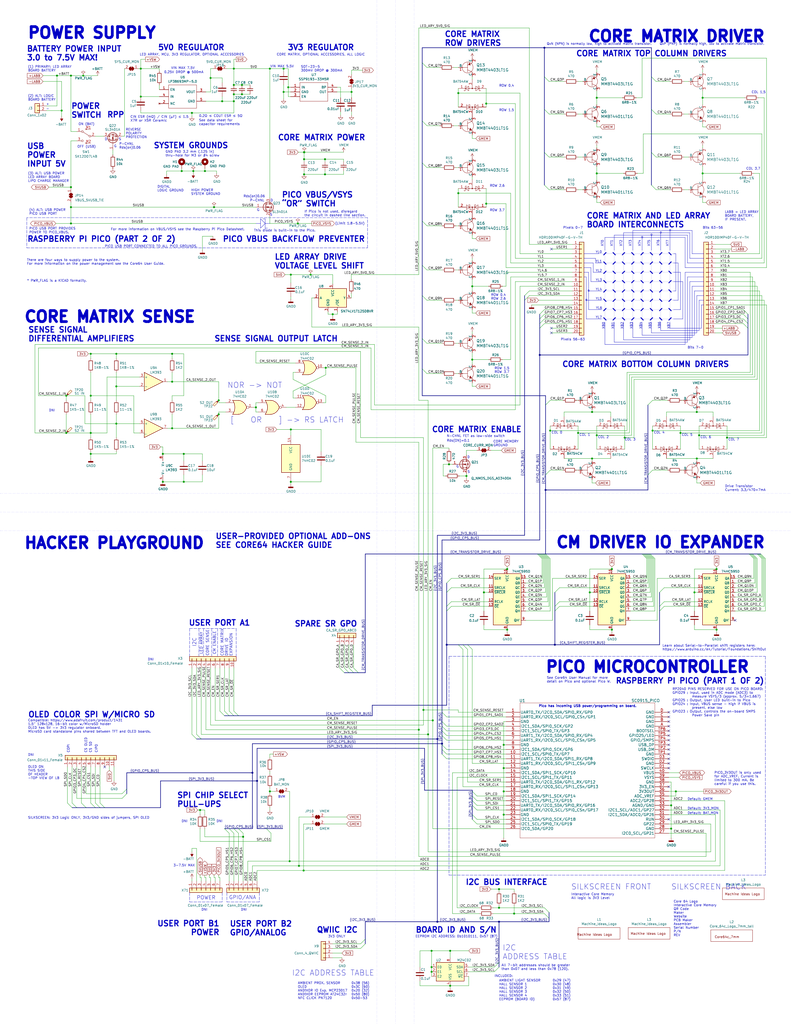
<source format=kicad_sch>
(kicad_sch (version 20231120) (generator "eeschema") (generator_version "8.0")
  (paper "C" portrait)
  (title_block (title "Core64c Logic Board - Raspberry Pi Pico W RP2040") (date "2024-03-09") (rev "0.5") (company "Concept and design by Andy Geppert @ www.MachineIdeas.com") (comment 1 "Please read the Core64 User Guide for more details.") (comment 2 "Visit www.Core64.io for information on assembly and optional features.") (comment 4 "All non-polarized capacitors are X7R or X5R ceramic unless otherwise noted."))
  (junction (at 88.9 262.89))
  (junction (at 121.285 55.245))
  (junction (at 297.815 267.335))
  (junction (at 366.395 439.42))
  (junction (at 235.585 527.685))
  (junction (at 231.14 387.35))
  (junction (at 158.75 234.315))
  (junction (at 265.43 56.515))
  (junction (at 241.3 405.765))
  (junction (at 38.735 102.108))
  (junction (at 76.835 37.465))
  (junction (at 276.86 343.535))
  (junction (at 323.215 250.19))
  (junction (at 272.415 485.14))
  (junction (at 228.6 398.145))
  (junction (at 302.895 351.79))
  (junction (at 49.53 247.65))
  (junction (at 165.989 95.123))
  (junction (at 381.635 237.49))
  (junction (at 100.33 247.65))
  (junction (at 76.835 52.705))
  (junction (at 233.68 400.685))
  (junction (at 169.545 149.86))
  (junction (at 114.935 42.545))
  (junction (at 139.7 222.25))
  (junction (at 63.5 193.04))
  (junction (at 119.38 218.44))
  (junction (at 63.5 231.14))
  (junction (at 132.08 51.435))
  (junction (at 36.195 236.22))
  (junction (at 276.86 310.515))
  (junction (at 264.16 323.215))
  (junction (at 158.115 469.9))
  (junction (at 127.635 55.245))
  (junction (at 297.18 26.035))
  (junction (at 334.01 310.515))
  (junction (at 132.715 456.565))
  (junction (at 109.22 441.96))
  (junction (at 272.415 502.92))
  (junction (at 366.395 452.12))
  (junction (at 154.813 37.465))
  (junction (at 165.989 83.058))
  (junction (at 93.98 233.68))
  (junction (at 158.75 262.89))
  (junction (at 99.187 93.345))
  (junction (at 93.98 193.04))
  (junction (at 294.64 193.675))
  (junction (at 325.755 53.34))
  (junction (at 93.98 208.28))
  (junction (at 383.54 94.615))
  (junction (at 280.67 498.475))
  (junction (at 177.8 200.66))
  (junction (at 132.08 46.355))
  (junction (at 379.095 323.215))
  (junction (at 127.635 51.435))
  (junction (at 243.84 351.79))
  (junction (at 158.75 149.86))
  (junction (at 177.419 95.123))
  (junction (at 380.365 224.79))
  (junction (at 165.735 474.98))
  (junction (at 88.9 247.65))
  (junction (at 396.875 238.76))
  (junction (at 127.635 37.465))
  (junction (at 254.635 259.715))
  (junction (at 154.813 50.165))
  (junction (at 49.53 215.9))
  (junction (at 104.775 61.595))
  (junction (at 137.795 421.64))
  (junction (at 238.76 403.225))
  (junction (at 119.38 226.06))
  (junction (at 166.116 83.058))
  (junction (at 315.595 236.22))
  (junction (at 38.735 113.03))
  (junction (at 250.19 50.8))
  (junction (at 238.76 502.92))
  (junction (at 45.466 41.275))
  (junction (at 391.16 310.515))
  (junction (at 325.755 94.615))
  (junction (at 272.415 495.3))
  (junction (at 111.887 93.345))
  (junction (at 391.16 343.535))
  (junction (at 274.955 444.5))
  (junction (at 340.995 238.76))
  (junction (at 265.43 111.125))
  (junction (at 127.635 46.355))
  (junction (at 177.419 86.868))
  (junction (at 116.84 113.03))
  (junction (at 383.54 53.34))
  (junction (at 147.32 37.465))
  (junction (at 325.755 237.49))
  (junction (at 371.475 236.22))
  (junction (at 274.955 406.4))
  (junction (at 245.11 253.365))
  (junction (at 49.53 236.22))
  (junction (at 235.585 518.795))
  (junction (at 321.945 323.215))
  (junction (at 31.115 41.275))
  (junction (at 257.81 156.21))
  (junction (at 380.365 250.19))
  (junction (at 63.5 210.82))
  (junction (at 334.01 343.535))
  (junction (at 181.61 171.45))
  (junction (at 36.195 215.9))
  (junction (at 165.989 86.868))
  (junction (at 38.735 41.275))
  (junction (at 33.655 60.325))
  (junction (at 236.22 393.065))
  (junction (at 105.537 93.345))
  (junction (at 38.735 121.92))
  (junction (at 100.33 262.89))
  (junction (at 245.745 518.795))
  (junction (at 323.215 224.79))
  (junction (at 274.955 419.1))
  (junction (at 191.897 50.165))
  (junction (at 140.335 426.085))
  (junction (at 163.195 472.44))
  (junction (at 368.935 431.8))
  (junction (at 235.585 530.225))
  (junction (at 300.355 234.95))
  (junction (at 250.19 105.41))
  (junction (at 356.235 234.95))
  (junction (at 245.745 537.845))
  (junction (at 147.32 431.8))
  (junction (at 157.353 47.625))
  (junction (at 274.955 431.8))
  (junction (at 257.81 196.215))
  (junction (at 162.56 121.92))
  (junction (at 49.53 193.04))
  (no_connect (at 365.125 408.94))
  (no_connect (at 300.99 181.61))
  (no_connect (at 300.99 135.89))
  (no_connect (at 365.125 401.32))
  (no_connect (at 365.125 403.86))
  (no_connect (at 365.125 398.78))
  (no_connect (at 365.125 411.48))
  (no_connect (at 365.125 447.04))
  (no_connect (at 365.125 416.56))
  (no_connect (at 300.99 179.07))
  (no_connect (at 57.15 418.465))
  (no_connect (at 365.125 393.7))
  (no_connect (at 365.125 429.26))
  (no_connect (at 365.125 406.4))
  (no_connect (at 365.125 396.24))
  (no_connect (at 365.125 414.02))
  (no_connect (at 365.125 391.16))
  (no_connect (at 365.125 419.1))
  (no_connect (at 401.32 338.455))
  (no_connect (at 365.125 388.62))
  (bus_entry (at 122.555 387.985) (size 2.54 2.54))
  (bus_entry (at 410.845 302.26) (size 2.54 2.54))
  (bus_entry (at 409.575 302.26) (size 2.54 2.54))
  (bus_entry (at 260.35 441.96) (size -2.54 -2.54))
  (bus_entry (at 260.35 436.88) (size -2.54 -2.54))
  (bus_entry (at 353.695 302.26) (size 2.54 2.54))
  (bus_entry (at 299.72 501.015) (size -2.54 -2.54))
  (bus_entry (at 360.045 330.835) (size 2.54 -2.54))
  (bus_entry (at 127.635 452.12) (size 2.54 2.54))
  (bus_entry (at 260.35 447.04) (size -2.54 -2.54))
  (bus_entry (at 127.635 390.525) (size -2.54 -2.54))
  (bus_entry (at 130.175 452.12) (size 2.54 2.54))
  (bus_entry (at 350.52 302.26) (size 2.54 2.54))
  (bus_entry (at 255.27 351.79) (size 2.54 2.54))
  (bus_entry (at 297.18 302.26) (size 2.54 2.54))
  (bus_entry (at 414.02 302.26) (size 2.54 2.54))
  (bus_entry (at 241.3 396.24) (size 2.54 2.54))
  (bus_entry (at 353.695 259.08) (size 2.54 -2.54))
  (bus_entry (at 297.18 100.965) (size 2.54 2.54))
  (bus_entry (at 241.3 401.32) (size 2.54 2.54))
  (bus_entry (at 353.06 302.26) (size 2.54 2.54))
  (bus_entry (at 360.045 323.215) (size 2.54 -2.54))
  (bus_entry (at 230.505 201.295) (size 2.54 2.54))
  (bus_entry (at 294.64 176.53) (size 2.54 -2.54))
  (bus_entry (at 296.545 302.26) (size 2.54 2.54))
  (bus_entry (at 286.385 161.29) (size 2.54 -2.54))
  (bus_entry (at 230.505 161.29) (size 2.54 2.54))
  (bus_entry (at 243.84 330.835) (size 2.54 -2.54))
  (bus_entry (at 360.045 333.375) (size 2.54 -2.54))
  (bus_entry (at 241.3 408.94) (size 2.54 2.54))
  (bus_entry (at 353.695 220.98) (size 2.54 -2.54))
  (bus_entry (at 66.675 433.07) (size 2.54 -2.54))
  (bus_entry (at 243.84 391.16) (size -2.54 -2.54))
  (bus_entry (at 49.53 438.15) (size 2.54 2.54))
  (bus_entry (at 300.355 256.54) (size -2.54 2.54))
  (bus_entry (at 230.505 88.9) (size 2.54 2.54))
  (bus_entry (at 294.64 179.07) (size 2.54 -2.54))
  (bus_entry (at 243.84 333.375) (size 2.54 -2.54))
  (bus_entry (at 295.91 302.26) (size 2.54 2.54))
  (bus_entry (at 241.3 393.7) (size 2.54 2.54))
  (bus_entry (at 196.85 514.985) (size 2.54 -2.54))
  (bus_entry (at 414.655 302.26) (size 2.54 2.54))
  (bus_entry (at 405.765 168.91) (size 2.54 2.54))
  (bus_entry (at 351.79 302.26) (size 2.54 2.54))
  (bus_entry (at 302.895 323.215) (size 2.54 -2.54))
  (bus_entry (at 39.37 438.15) (size 2.54 2.54))
  (bus_entry (at 413.385 302.26) (size 2.54 2.54))
  (bus_entry (at 415.29 302.26) (size 2.54 2.54))
  (bus_entry (at 230.505 34.29) (size 2.54 2.54))
  (bus_entry (at 302.895 330.835) (size 2.54 -2.54))
  (bus_entry (at 104.775 400.685) (size 2.54 2.54))
  (bus_entry (at 252.73 351.79) (size 2.54 2.54))
  (bus_entry (at 185.42 364.49) (size 2.54 2.54))
  (bus_entry (at 122.555 390.525) (size -2.54 -2.54))
  (bus_entry (at 243.84 323.215) (size 2.54 -2.54))
  (bus_entry (at 405.765 173.99) (size 2.54 2.54))
  (bus_entry (at 107.315 400.685) (size 2.54 2.54))
  (bus_entry (at 297.815 302.26) (size 2.54 2.54))
  (bus_entry (at 297.18 83.185) (size 2.54 2.54))
  (bus_entry (at 145.415 452.12) (size 2.54 2.54))
  (bus_entry (at 355.6 41.91) (size 2.54 2.54))
  (bus_entry (at 190.5 364.49) (size 2.54 2.54))
  (bus_entry (at 54.61 438.15) (size 2.54 2.54))
  (bus_entry (at 354.33 302.26) (size 2.54 2.54))
  (bus_entry (at 354.965 302.26) (size 2.54 2.54))
  (bus_entry (at 294.64 171.45) (size 2.54 -2.54))
  (bus_entry (at 295.275 302.26) (size 2.54 2.54))
  (bus_entry (at 269.875 527.685) (size 2.54 -2.54))
  (bus_entry (at 355.6 83.185) (size 2.54 2.54))
  (bus_entry (at 230.505 66.04) (size 2.54 2.54))
  (bus_entry (at 355.6 59.69) (size 2.54 2.54))
  (bus_entry (at 241.3 398.78) (size 2.54 2.54))
  (bus_entry (at 286.385 163.83) (size 2.54 -2.54))
  (bus_entry (at 230.505 184.785) (size 2.54 2.54))
  (bus_entry (at 405.765 171.45) (size 2.54 2.54))
  (bus_entry (at 297.18 59.69) (size 2.54 2.54))
  (bus_entry (at 294.005 302.26) (size 2.54 2.54))
  (bus_entry (at 230.505 144.78) (size 2.54 2.54))
  (bus_entry (at 300.355 218.44) (size -2.54 2.54))
  (bus_entry (at 52.07 438.15) (size 2.54 2.54))
  (bus_entry (at 294.64 173.99) (size 2.54 -2.54))
  (bus_entry (at 187.96 364.49) (size 2.54 2.54))
  (bus_entry (at 36.83 438.15) (size 2.54 2.54))
  (bus_entry (at 260.35 439.42) (size -2.54 -2.54))
  (bus_entry (at 299.72 497.84) (size -2.54 -2.54))
  (bus_entry (at 260.35 434.34) (size -2.54 -2.54))
  (bus_entry (at 294.64 302.26) (size 2.54 2.54))
  (bus_entry (at 250.19 351.79) (size 2.54 2.54))
  (bus_entry (at 297.18 41.91) (size 2.54 2.54))
  (bus_entry (at 351.155 302.26) (size 2.54 2.54))
  (bus_entry (at 122.555 452.12) (size 2.54 2.54))
  (bus_entry (at 130.175 390.525) (size -2.54 -2.54))
  (bus_entry (at 260.35 449.58) (size -2.54 -2.54))
  (bus_entry (at 241.3 411.48) (size 2.54 2.54))
  (bus_entry (at 243.84 318.135) (size 2.54 -2.54))
  (bus_entry (at 193.04 364.49) (size 2.54 2.54))
  (bus_entry (at 66.675 435.61) (size 2.54 -2.54))
  (bus_entry (at 44.45 438.15) (size 2.54 2.54))
  (bus_entry (at 410.21 302.26) (size 2.54 2.54))
  (bus_entry (at 125.095 452.12) (size 2.54 2.54))
  (bus_entry (at 405.765 176.53) (size 2.54 2.54))
  (bus_entry (at 352.425 302.26) (size 2.54 2.54))
  (bus_entry (at 302.895 333.375) (size 2.54 -2.54))
  (bus_entry (at 196.85 517.525) (size 2.54 -2.54))
  (bus_entry (at 293.37 302.26) (size 2.54 2.54))
  (bus_entry (at 230.505 120.65) (size 2.54 2.54))
  (bus_entry (at 241.3 406.4) (size 2.54 2.54))
  (bus_entry (at 269.875 530.225) (size 2.54 -2.54))
  (bus_entry (at 408.94 302.26) (size 2.54 2.54))
  (bus_entry (at 355.6 100.965) (size 2.54 2.54))
  (wire (pts (xy 139.7 191.77) (xy 139.7 198.12)))
  (polyline (pts (xy 367.665 143.51) (xy 370.205 143.51)) (stroke (width 0) (type solid)))
  (polyline (pts (xy 360.68 127) (xy 360.68 136.525)) (stroke (width 0) (type solid)))
  (wire (pts (xy 184.023 47.625) (xy 185.928 47.625)))
  (bus (pts (xy 297.815 267.335) (xy 353.695 267.335)))
  (wire (pts (xy 365.125 449.58) (xy 387.985 449.58)))
  (bus (pts (xy 39.37 440.69) (xy 41.91 440.69)))
  (bus (pts (xy 109.855 403.225) (xy 107.315 403.225)))
  (wire (pts (xy 276.225 146.05) (xy 312.42 146.05)))
  (polyline (pts (xy 365.76 136.525) (xy 365.76 175.895)) (stroke (width 0) (type dot)))
  (wire (pts (xy 19.05 236.22) (xy 36.195 236.22)))
  (wire (pts (xy 276.225 419.1) (xy 274.955 419.1)))
  (wire (pts (xy 257.81 75.565) (xy 259.715 75.565)))
  (wire (pts (xy 39.37 438.15) (xy 39.37 418.465)))
  (polyline (pts (xy 321.31 168.91) (xy 328.295 168.91)) (stroke (width 0) (type solid)))
  (bus (pts (xy 354.965 302.26) (xy 408.94 302.26)))
  (bus (pts (xy 257.81 436.88) (xy 257.81 439.42)))
  (wire (pts (xy 112.395 364.49) (xy 112.395 398.145)))
  (wire (pts (xy 191.77 149.86) (xy 191.77 152.4)))
  (wire (pts (xy 363.855 250.19) (xy 380.365 250.19)))
  (wire (pts (xy 325.755 232.41) (xy 325.755 237.49)))
  (polyline (pts (xy 328.295 158.75) (xy 367.665 158.75)) (stroke (width 0) (type dot)))
  (wire (pts (xy 315.595 44.45) (xy 318.135 44.45)))
  (wire (pts (xy 287.02 315.595) (xy 295.91 315.595)))
  (wire (pts (xy 283.845 156.21) (xy 283.845 220.98)))
  (bus (pts (xy 302.895 330.835) (xy 302.895 333.375)))
  (wire (pts (xy 73.025 215.9) (xy 73.025 236.22)))
  (wire (pts (xy 287.02 333.375) (xy 300.355 333.375)))
  (wire (pts (xy 154.813 37.465) (xy 154.813 38.735)))
  (bus (pts (xy 272.415 502.92) (xy 272.415 525.145)))
  (polyline (pts (xy 381.635 180.34) (xy 381.635 163.83)) (stroke (width 0) (type solid)))
  (polyline (pts (xy 367.665 153.67) (xy 372.745 153.67)) (stroke (width 0) (type solid)))
  (wire (pts (xy 321.945 310.515) (xy 321.945 323.215)))
  (wire (pts (xy 132.08 51.435) (xy 136.525 51.435)))
  (wire (pts (xy 351.155 73.025) (xy 415.925 73.025)))
  (polyline (pts (xy 142.24 119.38) (xy 144.78 121.92)) (stroke (width 0) (type solid)))
  (wire (pts (xy 52.07 438.15) (xy 52.07 418.465)))
  (wire (pts (xy 300.355 218.44) (xy 307.34 218.44)))
  (wire (pts (xy 401.32 330.835) (xy 417.195 330.835)))
  (wire (pts (xy 358.775 315.595) (xy 381 315.595)))
  (wire (pts (xy 379.095 323.215) (xy 379.095 333.375)))
  (wire (pts (xy 297.815 323.215) (xy 297.815 304.8)))
  (wire (pts (xy 25.4 60.325) (xy 33.655 60.325)))
  (polyline (pts (xy 372.745 153.67) (xy 372.745 173.99)) (stroke (width 0) (type solid)))
  (wire (pts (xy 312.42 143.51) (xy 278.765 143.51)))
  (wire (pts (xy 260.35 441.96) (xy 276.225 441.96)))
  (bus (pts (xy 238.76 403.225) (xy 109.855 403.225)))
  (wire (pts (xy 344.17 318.135) (xy 353.695 318.135)))
  (wire (pts (xy 315.595 236.22) (xy 343.535 236.22)))
  (polyline (pts (xy 346.075 149.225) (xy 344.805 147.955)) (stroke (width 0.5) (type solid)))
  (wire (pts (xy 19.05 187.96) (xy 204.47 187.96)))
  (wire (pts (xy 154.813 50.165) (xy 154.813 53.975)))
  (polyline (pts (xy 0 289.56) (xy 431.8 289.56)) (stroke (width 0) (type dash) (color 221 219 255 1)))
  (wire (pts (xy 380.365 263.525) (xy 382.27 263.525)))
  (polyline (pts (xy 349.885 139.065) (xy 351.155 137.795)) (stroke (width 0.5) (type solid)))
  (wire (pts (xy 315.595 232.41) (xy 315.595 236.22)))
  (wire (pts (xy 365.125 431.8) (xy 368.935 431.8)))
  (wire (pts (xy 120.015 478.79) (xy 119.38 478.79)))
  (polyline (pts (xy 377.825 184.15) (xy 377.825 156.21)) (stroke (width 0) (type solid)))
  (wire (pts (xy 137.795 480.695) (xy 137.795 472.44)))
  (wire (pts (xy 372.11 218.44) (xy 372.745 218.44)))
  (wire (pts (xy 415.925 325.755) (xy 415.925 304.8)))
  (wire (pts (xy 100.33 247.65) (xy 110.49 247.65)))
  (wire (pts (xy 231.14 238.76) (xy 231.14 387.35)))
  (polyline (pts (xy 142.24 119.38) (xy 142.24 124.46)) (stroke (width 0) (type solid)))
  (wire (pts (xy 229.235 518.795) (xy 229.235 527.685)))
  (bus (pts (xy 230.505 120.65) (xy 230.505 144.78)))
  (wire (pts (xy 229.235 537.845) (xy 245.745 537.845)))
  (polyline (pts (xy 365.125 164.465) (xy 366.395 163.195)) (stroke (width 0.5) (type solid)))
  (wire (pts (xy 139.7 222.25) (xy 139.7 219.71)))
  (wire (pts (xy 140.335 480.695) (xy 140.335 474.98)))
  (polyline (pts (xy 346.075 169.545) (xy 344.805 168.275)) (stroke (width 0.5) (type solid)))
  (wire (pts (xy 109.22 441.96) (xy 111.76 441.96)))
  (wire (pts (xy 109.855 400.685) (xy 233.68 400.685)))
  (wire (pts (xy 241.935 253.365) (xy 241.935 259.715)))
  (wire (pts (xy 243.84 391.16) (xy 276.225 391.16)))
  (wire (pts (xy 379.095 310.515) (xy 391.16 310.515)))
  (wire (pts (xy 246.38 330.835) (xy 266.7 330.835)))
  (wire (pts (xy 165.989 83.058) (xy 165.989 86.868)))
  (wire (pts (xy 344.17 330.835) (xy 356.87 330.835)))
  (wire (pts (xy 93.98 208.28) (xy 119.38 208.28)))
  (bus (pts (xy 241.3 401.32) (xy 241.3 405.765)))
  (polyline (pts (xy 376.555 185.42) (xy 376.555 153.67)) (stroke (width 0) (type solid)))
  (polyline (pts (xy 103.505 487.045) (xy 103.505 492.125)) (stroke (width 0) (type dash)))
  (wire (pts (xy 157.48 431.8) (xy 158.115 431.8)))
  (wire (pts (xy 147.32 121.92) (xy 162.56 121.92)))
  (polyline (pts (xy 330.2 136.525) (xy 330.2 175.895)) (stroke (width 0) (type dot)))
  (wire (pts (xy 274.955 431.8) (xy 274.955 444.5)))
  (polyline (pts (xy 335.915 139.065) (xy 334.645 137.795)) (stroke (width 0.5) (type solid)))
  (wire (pts (xy 250.19 387.35) (xy 231.14 387.35)))
  (bus (pts (xy 54.61 440.69) (xy 57.15 440.69)))
  (wire (pts (xy 362.585 328.295) (xy 381 328.295)))
  (wire (pts (xy 321.945 323.215) (xy 321.945 333.375)))
  (wire (pts (xy 181.61 149.86) (xy 181.61 154.94)))
  (polyline (pts (xy 340.995 154.305) (xy 339.725 153.035)) (stroke (width 0.5) (type solid)))
  (polyline (pts (xy 339.725 139.065) (xy 340.995 137.795)) (stroke (width 0.5) (type solid)))
  (wire (pts (xy 272.415 495.3) (xy 297.18 495.3)))
  (polyline (pts (xy 376.555 127) (xy 376.555 140.97)) (stroke (width 0) (type solid)))
  (wire (pts (xy 63.5 210.82) (xy 76.2 210.82)))
  (wire (pts (xy 36.195 236.22) (xy 49.53 236.22)))
  (polyline (pts (xy 14.605 118.745) (xy 14.605 135.255)) (stroke (width 0) (type dash)))
  (wire (pts (xy 390.525 138.43) (xy 414.655 138.43)))
  (polyline (pts (xy 370.205 143.51) (xy 370.205 163.83)) (stroke (width 0) (type solid)))
  (wire (pts (xy 177.419 95.123) (xy 187.579 95.123)))
  (wire (pts (xy 255.905 527.685) (xy 269.875 527.685)))
  (bus (pts (xy 351.155 302.26) (xy 351.79 302.26)))
  (wire (pts (xy 344.805 205.74) (xy 412.115 205.74)))
  (polyline (pts (xy 339.725 169.545) (xy 340.995 168.275)) (stroke (width 0.5) (type solid)))
  (wire (pts (xy 321.945 343.535) (xy 334.01 343.535)))
  (wire (pts (xy 383.54 38.1) (xy 383.54 39.37)))
  (polyline (pts (xy 329.565 139.065) (xy 330.835 137.795)) (stroke (width 0.5) (type solid)))
  (wire (pts (xy 340.995 238.76) (xy 340.995 245.11)))
  (polyline (pts (xy 139.7 121.92) (xy 142.24 121.92)) (stroke (width 0) (type solid)))
  (wire (pts (xy 44.45 438.15) (xy 44.45 418.465)))
  (polyline (pts (xy 330.2 129.54) (xy 330.2 136.525)) (stroke (width 0) (type solid)))
  (wire (pts (xy 147.32 433.07) (xy 147.32 431.8)))
  (wire (pts (xy 412.115 318.135) (xy 412.115 304.8)))
  (bus (pts (xy 355.6 100.965) (xy 355.6 83.185)))
  (wire (pts (xy 276.225 444.5) (xy 274.955 444.5)))
  (polyline (pts (xy 345.44 184.15) (xy 377.825 184.15)) (stroke (width 0) (type solid)))
  (wire (pts (xy 260.35 434.34) (xy 276.225 434.34)))
  (polyline (pts (xy 354.965 174.625) (xy 356.235 173.355)) (stroke (width 0.5) (type solid)))
  (bus (pts (xy 413.385 302.26) (xy 414.02 302.26)))
  (wire (pts (xy 163.195 445.77) (xy 163.195 472.44)))
  (wire (pts (xy 49.53 247.65) (xy 49.53 250.19)))
  (bus (pts (xy 355.6 83.185) (xy 355.6 59.69)))
  (polyline (pts (xy 356.235 169.545) (xy 354.965 168.275)) (stroke (width 0.5) (type solid)))
  (wire (pts (xy 90.932 93.345) (xy 99.187 93.345)))
  (wire (pts (xy 236.22 393.065) (xy 236.22 452.12)))
  (wire (pts (xy 49.53 226.06) (xy 49.53 236.22)))
  (wire (pts (xy 323.215 250.19) (xy 323.215 251.46)))
  (wire (pts (xy 166.116 83.058) (xy 187.579 83.058)))
  (wire (pts (xy 245.745 518.795) (xy 255.905 518.795)))
  (bus (pts (xy 250.19 351.79) (xy 252.73 351.79)))
  (polyline (pts (xy 351.155 174.625) (xy 349.885 173.355)) (stroke (width 0.5) (type solid)))
  (wire (pts (xy 116.205 128.905) (xy 110.49 128.905)))
  (wire (pts (xy 137.795 472.44) (xy 163.195 472.44)))
  (polyline (pts (xy 328.295 153.67) (xy 367.665 153.67)) (stroke (width 0) (type dot)))
  (wire (pts (xy 411.48 304.8) (xy 411.48 315.595)))
  (bus (pts (xy 122.555 390.525) (xy 125.095 390.525)))
  (polyline (pts (xy 350.52 182.88) (xy 350.52 175.895)) (stroke (width 0) (type solid)))
  (wire (pts (xy 48.26 193.04) (xy 49.53 193.04)))
  (polyline (pts (xy 374.015 187.96) (xy 374.015 148.59)) (stroke (width 0) (type solid)))
  (wire (pts (xy 346.075 207.01) (xy 346.075 238.76)))
  (polyline (pts (xy 335.915 149.225) (xy 334.645 147.955)) (stroke (width 0.5) (type solid)))
  (wire (pts (xy 323.85 323.215) (xy 321.945 323.215)))
  (polyline (pts (xy 335.915 159.385) (xy 334.645 158.115)) (stroke (width 0.5) (type solid)))
  (wire (pts (xy 233.045 187.325) (xy 241.3 187.325)))
  (wire (pts (xy 265.43 56.515) (xy 265.43 58.42)))
  (wire (pts (xy 54.61 418.465) (xy 54.61 438.15)))
  (bus (pts (xy 293.37 302.26) (xy 199.39 302.26)))
  (wire (pts (xy 396.875 238.76) (xy 396.875 245.11)))
  (wire (pts (xy 257.81 73.66) (xy 257.81 75.565)))
  (wire (pts (xy 371.475 232.41) (xy 371.475 236.22)))
  (wire (pts (xy 383.54 49.53) (xy 383.54 53.34)))
  (wire (pts (xy 365.125 434.34) (xy 368.935 434.34)))
  (wire (pts (xy 390.525 444.5) (xy 390.525 469.9)))
  (wire (pts (xy 301.625 315.595) (xy 323.85 315.595)))
  (wire (pts (xy 358.14 44.45) (xy 365.76 44.45)))
  (wire (pts (xy 390.525 166.37) (xy 418.465 166.37)))
  (wire (pts (xy 266.7 196.215) (xy 257.81 196.215)))
  (wire (pts (xy 300.355 234.95) (xy 342.265 234.95)))
  (wire (pts (xy 264.16 343.535) (xy 276.86 343.535)))
  (bus (pts (xy 302.895 323.215) (xy 302.895 330.835)))
  (polyline (pts (xy 345.44 125.73) (xy 377.825 125.73)) (stroke (width 0) (type solid)))
  (wire (pts (xy 299.72 44.45) (xy 307.975 44.45)))
  (wire (pts (xy 109.22 459.105) (xy 147.955 459.105)))
  (wire (pts (xy 381.635 232.41) (xy 381.635 237.49)))
  (wire (pts (xy 257.81 96.52) (xy 257.81 97.79)))
  (wire (pts (xy 63.5 210.82) (xy 63.5 218.44)))
  (wire (pts (xy 36.195 218.44) (xy 36.195 215.9)))
  (wire (pts (xy 410.845 204.47) (xy 410.845 151.13)))
  (wire (pts (xy 300.99 181.61) (xy 312.42 181.61)))
  (polyline (pts (xy 350.52 129.54) (xy 350.52 136.525)) (stroke (width 0) (type solid)))
  (wire (pts (xy 63.5 193.04) (xy 93.98 193.04)))
  (wire (pts (xy 117.475 478.79) (xy 116.84 478.79)))
  (polyline (pts (xy 335.28 128.27) (xy 375.285 128.27)) (stroke (width 0) (type solid)))
  (wire (pts (xy 158.75 264.16) (xy 158.75 262.89)))
  (wire (pts (xy 350.52 31.75) (xy 418.465 31.75)))
  (wire (pts (xy 160.02 213.36) (xy 160.02 217.17)))
  (wire (pts (xy 127.635 46.355) (xy 127.635 37.465)))
  (bus (pts (xy 414.655 302.26) (xy 415.29 302.26)))
  (wire (pts (xy 73.025 236.22) (xy 76.2 236.22)))
  (wire (pts (xy 323.215 223.52) (xy 323.215 224.79)))
  (polyline (pts (xy 334.645 164.465) (xy 335.915 163.195)) (stroke (width 0.5) (type solid)))
  (wire (pts (xy 177.8 219.71) (xy 177.8 215.9)))
  (wire (pts (xy 299.085 328.295) (xy 299.085 304.8)))
  (polyline (pts (xy 368.935 138.43) (xy 368.935 158.75)) (stroke (width 0) (type solid)))
  (polyline (pts (xy 322.58 153.67) (xy 328.295 153.67)) (stroke (width 0) (type solid)))
  (polyline (pts (xy 349.885 169.545) (xy 351.155 168.275)) (stroke (width 0.5) (type solid)))
  (wire (pts (xy 228.6 467.36) (xy 385.445 467.36)))
  (wire (pts (xy 248.92 147.32) (xy 250.19 147.32)))
  (wire (pts (xy 257.81 128.27) (xy 257.81 130.175)))
  (wire (pts (xy 390.525 148.59) (xy 409.575 148.59)))
  (wire (pts (xy 379.095 310.515) (xy 379.095 323.215)))
  (wire (pts (xy 202.565 223.52) (xy 281.305 223.52)))
  (bus (pts (xy 193.04 367.03) (xy 190.5 367.03)))
  (polyline (pts (xy 345.44 136.525) (xy 345.44 175.895)) (stroke (width 0) (type dot)))
  (wire (pts (xy 390.525 161.29) (xy 415.925 161.29)))
  (bus (pts (xy 296.545 302.26) (xy 297.18 302.26)))
  (bus (pts (xy 195.58 367.03) (xy 193.04 367.03)))
  (wire (pts (xy 165.735 449.58) (xy 169.545 449.58)))
  (wire (pts (xy 264.16 323.215) (xy 266.7 323.215)))
  (wire (pts (xy 112.395 50.165) (xy 114.935 50.165)))
  (bus (pts (xy 238.76 292.1) (xy 238.76 403.225)))
  (polyline (pts (xy 345.44 125.73) (xy 345.44 136.525)) (stroke (width 0) (type solid)))
  (wire (pts (xy 257.81 210.82) (xy 259.715 210.82)))
  (bus (pts (xy 353.695 302.26) (xy 354.33 302.26)))
  (wire (pts (xy 36.83 438.15) (xy 36.83 418.465)))
  (wire (pts (xy 235.585 530.225) (xy 235.585 532.765)))
  (polyline (pts (xy 103.505 342.9) (xy 128.905 342.9)) (stroke (width 0) (type dash)))
  (wire (pts (xy 76.2 205.74) (xy 58.42 205.74)))
  (polyline (pts (xy 335.28 136.525) (xy 335.28 175.895)) (stroke (width 0) (type dot)))
  (bus (pts (xy 360.045 323.215) (xy 360.045 330.835)))
  (polyline (pts (xy 0 269.24) (xy 431.8 269.24)) (stroke (width 0) (type dash) (color 221 219 255 1)))
  (bus (pts (xy 294.64 193.675) (xy 408.305 193.675)))
  (wire (pts (xy 165.735 449.58) (xy 165.735 474.98)))
  (polyline (pts (xy 200.66 118.745) (xy 14.605 118.745)) (stroke (width 0) (type dash)))
  (bus (pts (xy 145.415 452.12) (xy 154.305 452.12)))
  (polyline (pts (xy 226.06 279.4) (xy 226.06 558.8)) (stroke (width 0) (type dash) (color 221 219 255 1)))
  (wire (pts (xy 229.235 535.305) (xy 229.235 537.845)))
  (wire (pts (xy 190.5 351.79) (xy 190.5 364.49)))
  (polyline (pts (xy 335.28 186.69) (xy 335.28 175.895)) (stroke (width 0) (type solid)))
  (bus (pts (xy 243.84 384.81) (xy 243.84 351.79)))
  (wire (pts (xy 104.775 479.425) (xy 104.775 480.695)))
  (polyline (pts (xy 351.155 164.465) (xy 349.885 163.195)) (stroke (width 0.5) (type solid)))
  (bus (pts (xy 87.63 426.085) (xy 140.335 426.085)))
  (wire (pts (xy 325.755 90.805) (xy 325.755 94.615)))
  (wire (pts (xy 235.585 527.685) (xy 235.585 518.795)))
  (polyline (pts (xy 361.315 154.305) (xy 360.045 153.035)) (stroke (width 0.5) (type solid)))
  (wire (pts (xy 300.355 256.54) (xy 307.34 256.54)))
  (bus (pts (xy 297.18 100.965) (xy 297.18 83.185)))
  (wire (pts (xy 151.13 234.315) (xy 158.75 234.315)))
  (polyline (pts (xy 330.2 129.54) (xy 374.015 129.54)) (stroke (width 0) (type solid)))
  (wire (pts (xy 250.19 50.8) (xy 250.19 58.42)))
  (wire (pts (xy 274.955 419.1) (xy 274.955 431.8)))
  (bus (pts (xy 203.2 384.81) (xy 243.84 384.81)))
  (bus (pts (xy 122.555 452.12) (xy 125.095 452.12)))
  (wire (pts (xy 147.955 454.66) (xy 147.955 459.105)))
  (polyline (pts (xy 329.565 149.225) (xy 330.835 147.955)) (stroke (width 0.5) (type solid)))
  (wire (pts (xy 88.9 262.89) (xy 100.33 262.89)))
  (wire (pts (xy 379.095 323.215) (xy 381 323.215)))
  (wire (pts (xy 147.32 37.465) (xy 154.813 37.465)))
  (wire (pts (xy 401.32 333.375) (xy 417.83 333.375)))
  (wire (pts (xy 353.06 304.8) (xy 353.06 315.595)))
  (wire (pts (xy 243.84 398.78) (xy 276.225 398.78)))
  (wire (pts (xy 191.897 40.64) (xy 191.897 38.354)))
  (wire (pts (xy 76.835 60.325) (xy 76.835 61.595)))
  (wire (pts (xy 139.7 219.71) (xy 140.97 219.71)))
  (wire (pts (xy 160.02 207.01) (xy 160.02 203.2)))
  (wire (pts (xy 390.525 151.13) (xy 410.845 151.13)))
  (wire (pts (xy 233.68 400.685) (xy 233.68 464.82)))
  (wire (pts (xy 250.19 105.41) (xy 278.765 105.41)))
  (wire (pts (xy 315.595 236.22) (xy 315.595 245.11)))
  (wire (pts (xy 181.61 517.525) (xy 196.85 517.525)))
  (polyline (pts (xy 365.76 125.73) (xy 365.76 136.525)) (stroke (width 0) (type solid)))
  (wire (pts (xy 288.925 15.24) (xy 288.925 133.35)))
  (wire (pts (xy 334.01 344.805) (xy 334.01 343.535)))
  (wire (pts (xy 163.195 445.77) (xy 169.545 445.77)))
  (polyline (pts (xy 375.285 151.13) (xy 384.175 151.13)) (stroke (width 0) (type solid)))
  (wire (pts (xy 117.475 480.695) (xy 117.475 478.79)))
  (wire (pts (xy 93.98 226.06) (xy 93.98 233.68)))
  (wire (pts (xy 274.955 393.7) (xy 274.955 406.4)))
  (wire (pts (xy 278.765 151.13) (xy 278.765 196.215)))
  (wire (pts (xy 162.56 121.92) (xy 170.18 121.92)))
  (wire (pts (xy 119.38 224.79) (xy 119.38 226.06)))
  (wire (pts (xy 67.945 74.295) (xy 67.945 37.465)))
  (wire (pts (xy 250.19 388.62) (xy 250.19 387.35)))
  (wire (pts (xy 165.989 83.058) (xy 166.116 83.058)))
  (wire (pts (xy 63.5 231.14) (xy 63.5 238.76)))
  (wire (pts (xy 347.98 94.615) (xy 351.155 94.615)))
  (wire (pts (xy 191.897 38.354) (xy 197.993 38.354)))
  (bus (pts (xy 255.27 351.79) (xy 302.895 351.79)))
  (bus (pts (xy 299.72 497.84) (xy 299.72 501.015)))
  (wire (pts (xy 305.435 328.295) (xy 323.85 328.295)))
  (wire (pts (xy 49.53 215.9) (xy 49.53 218.44)))
  (wire (pts (xy 111.76 456.565) (xy 111.76 452.12)))
  (wire (pts (xy 246.38 320.675) (xy 266.7 320.675)))
  (wire (pts (xy 254.635 258.445) (xy 254.635 259.715)))
  (wire (pts (xy 104.775 61.595) (xy 104.775 63.5)))
  (wire (pts (xy 100.33 262.89) (xy 110.49 262.89)))
  (wire (pts (xy 158.75 234.315) (xy 158.75 237.49)))
  (wire (pts (xy 299.72 85.725) (xy 307.975 85.725)))
  (wire (pts (xy 233.045 203.835) (xy 241.3 203.835)))
  (wire (pts (xy 366.395 452.12) (xy 365.125 452.12)))
  (wire (pts (xy 119.38 218.44) (xy 119.38 219.71)))
  (wire (pts (xy 276.225 148.59) (xy 276.225 156.21)))
  (wire (pts (xy 231.14 395.605) (xy 114.935 395.605)))
  (polyline (pts (xy 321.31 158.75) (xy 328.295 158.75)) (stroke (width 0) (type solid)))
  (polyline (pts (xy 14.605 135.255) (xy 200.66 135.255)) (stroke (width 0) (type dash)))
  (wire (pts (xy 395.605 436.88) (xy 395.605 474.98)))
  (bus (pts (xy 69.215 430.53) (xy 69.215 433.07)))
  (wire (pts (xy 398.78 133.35) (xy 390.525 133.35)))
  (wire (pts (xy 315.595 103.505) (xy 318.135 103.505)))
  (wire (pts (xy 276.225 146.05) (xy 276.225 111.125)))
  (bus (pts (xy 257.81 431.165) (xy 257.81 431.8)))
  (wire (pts (xy 23.495 41.275) (xy 31.115 41.275)))
  (wire (pts (xy 321.945 310.515) (xy 334.01 310.515)))
  (wire (pts (xy 241.935 253.365) (xy 245.11 253.365)))
  (wire (pts (xy 165.989 95.123) (xy 177.419 95.123)))
  (polyline (pts (xy 360.045 149.225) (xy 361.315 147.955)) (stroke (width 0.5) (type solid)))
  (wire (pts (xy 100.33 215.9) (xy 100.33 193.04)))
  (wire (pts (xy 191.897 50.165) (xy 191.897 53.213)))
  (polyline (pts (xy 330.835 154.305) (xy 329.565 153.035)) (stroke (width 0.5) (type solid)))
  (polyline (pts (xy 340.36 136.525) (xy 340.36 175.895)) (stroke (width 0) (type dot)))
  (wire (pts (xy 236.22 244.475) (xy 236.22 393.065)))
  (polyline (pts (xy 365.125 174.625) (xy 366.395 173.355)) (stroke (width 0.5) (type solid)))
  (wire (pts (xy 154.813 37.465) (xy 157.353 37.465)))
  (bus (pts (xy 231.775 408.305) (xy 140.335 408.305)))
  (polyline (pts (xy 340.36 127) (xy 376.555 127)) (stroke (width 0) (type solid)))
  (wire (pts (xy 413.385 156.21) (xy 413.385 207.01)))
  (wire (pts (xy 181.61 520.065) (xy 186.69 520.065)))
  (bus (pts (xy 360.045 333.375) (xy 360.045 351.79)))
  (wire (pts (xy 325.755 79.375) (xy 325.755 80.645)))
  (polyline (pts (xy 346.075 139.065) (xy 344.805 137.795)) (stroke (width 0.5) (type solid)))
  (wire (pts (xy 76.835 37.465) (xy 86.995 37.465)))
  (wire (pts (xy 288.925 161.29) (xy 312.42 161.29)))
  (wire (pts (xy 233.68 464.82) (xy 387.985 464.82)))
  (wire (pts (xy 276.86 309.245) (xy 276.86 310.515)))
  (wire (pts (xy 245.11 252.73) (xy 245.11 253.365)))
  (polyline (pts (xy 360.68 180.34) (xy 360.68 175.895)) (stroke (width 0) (type solid)))
  (wire (pts (xy 247.015 421.64) (xy 276.225 421.64)))
  (wire (pts (xy 76.835 32.385) (xy 79.375 32.385)))
  (polyline (pts (xy 365.76 179.07) (xy 382.905 179.07)) (stroke (width 0) (type solid)))
  (wire (pts (xy 365.125 424.18) (xy 370.84 424.18)))
  (bus (pts (xy 69.215 421.64) (xy 69.215 430.53)))
  (polyline (pts (xy 330.835 164.465) (xy 329.565 163.195)) (stroke (width 0.5) (type solid)))
  (wire (pts (xy 93.98 215.9) (xy 93.98 218.44)))
  (wire (pts (xy 255.905 537.845) (xy 245.745 537.845)))
  (wire (pts (xy 248.92 123.19) (xy 250.19 123.19)))
  (polyline (pts (xy 325.12 140.97) (xy 325.12 143.51)) (stroke (width 0) (type solid)))
  (wire (pts (xy 255.905 530.225) (xy 269.875 530.225)))
  (wire (pts (xy 381.635 237.49) (xy 417.195 237.49)))
  (wire (pts (xy 396.875 238.76) (xy 418.465 238.76)))
  (wire (pts (xy 342.265 203.2) (xy 342.265 234.95)))
  (bus (pts (xy 57.15 440.69) (xy 87.63 440.69)))
  (wire (pts (xy 390.525 163.83) (xy 417.195 163.83)))
  (wire (pts (xy 20.955 189.865) (xy 202.565 189.865)))
  (wire (pts (xy 121.285 55.245) (xy 127.635 55.245)))
  (wire (pts (xy 358.14 85.725) (xy 365.76 85.725)))
  (wire (pts (xy 390.525 140.97) (xy 415.925 140.97)))
  (wire (pts (xy 163.195 472.44) (xy 393.065 472.44)))
  (wire (pts (xy 116.84 477.52) (xy 116.84 478.79)))
  (polyline (pts (xy 141.605 487.045) (xy 141.605 492.125)) (stroke (width 0) (type dash)))
  (wire (pts (xy 383.54 110.49) (xy 385.445 110.49)))
  (wire (pts (xy 38.735 102.108) (xy 38.735 102.87)))
  (wire (pts (xy 390.525 143.51) (xy 417.195 143.51)))
  (wire (pts (xy 93.98 233.68) (xy 119.38 233.68)))
  (wire (pts (xy 314.96 256.54) (xy 315.595 256.54)))
  (wire (pts (xy 155.575 149.86) (xy 158.75 149.86)))
  (wire (pts (xy 323.215 224.79) (xy 333.375 224.79)))
  (wire (pts (xy 38.735 76.835) (xy 38.735 102.108)))
  (polyline (pts (xy 328.295 163.83) (xy 367.665 163.83)) (stroke (width 0) (type dot)))
  (bus (pts (xy 46.99 440.69) (xy 52.07 440.69)))
  (wire (pts (xy 147.32 429.895) (xy 147.32 431.8)))
  (wire (pts (xy 177.419 88.138) (xy 177.419 86.868)))
  (wire (pts (xy 204.47 220.98) (xy 283.845 220.98)))
  (polyline (pts (xy 321.31 148.59) (xy 321.31 168.91)) (stroke (width 0) (type solid)))
  (wire (pts (xy 250.19 102.87) (xy 250.19 105.41)))
  (wire (pts (xy 260.35 436.88) (xy 276.225 436.88)))
  (wire (pts (xy 175.26 262.89) (xy 158.75 262.89)))
  (polyline (pts (xy 340.995 164.465) (xy 339.725 163.195)) (stroke (width 0.5) (type solid)))
  (wire (pts (xy 354.33 320.675) (xy 354.33 304.8)))
  (wire (pts (xy 368.935 431.8) (xy 368.935 434.34)))
  (wire (pts (xy 36.195 215.9) (xy 46.355 215.9)))
  (wire (pts (xy 257.81 130.175) (xy 259.715 130.175)))
  (wire (pts (xy 358.775 338.455) (xy 358.775 315.595)))
  (bus (pts (xy 294.64 302.26) (xy 295.275 302.26)))
  (wire (pts (xy 110.49 247.65) (xy 110.49 251.46)))
  (wire (pts (xy 314.96 218.44) (xy 315.595 218.44)))
  (polyline (pts (xy 376.555 140.97) (xy 384.175 140.97)) (stroke (width 0) (type solid)))
  (wire (pts (xy 104.775 61.595) (xy 127.635 61.595)))
  (wire (pts (xy 356.235 256.54) (xy 364.49 256.54)))
  (wire (pts (xy 417.83 333.375) (xy 417.83 304.8)))
  (polyline (pts (xy 318.77 140.97) (xy 325.12 140.97)) (stroke (width 0) (type solid)))
  (polyline (pts (xy 200.66 135.255) (xy 200.66 118.745)) (stroke (width 0) (type dash)))
  (wire (pts (xy 274.955 406.4) (xy 274.955 419.1)))
  (wire (pts (xy 372.11 256.54) (xy 372.745 256.54)))
  (wire (pts (xy 46.355 231.14) (xy 63.5 231.14)))
  (wire (pts (xy 325.755 94.615) (xy 325.755 98.425)))
  (bus (pts (xy 243.84 323.215) (xy 243.84 330.835)))
  (wire (pts (xy 417.195 330.835) (xy 417.195 304.8)))
  (wire (pts (xy 63.5 231.14) (xy 76.2 231.14)))
  (wire (pts (xy 181.61 522.605) (xy 186.69 522.605)))
  (wire (pts (xy 38.735 113.03) (xy 38.735 121.92)))
  (wire (pts (xy 25.4 57.785) (xy 31.115 57.785)))
  (bus (pts (xy 127.635 452.12) (xy 130.175 452.12)))
  (wire (pts (xy 373.38 85.725) (xy 375.92 85.725)))
  (wire (pts (xy 123.19 224.79) (xy 119.38 224.79)))
  (polyline (pts (xy 355.6 136.525) (xy 355.6 175.895)) (stroke (width 0) (type dot)))
  (wire (pts (xy 343.535 204.47) (xy 343.535 236.22)))
  (polyline (pts (xy 351.155 144.145) (xy 349.885 142.875)) (stroke (width 0.5) (type solid)))
  (wire (pts (xy 390.525 135.89) (xy 399.415 135.89)))
  (bus (pts (xy 230.505 184.785) (xy 230.505 201.295)))
  (polyline (pts (xy 344.805 154.305) (xy 346.075 153.035)) (stroke (width 0.5) (type solid)))
  (wire (pts (xy 334.01 309.245) (xy 334.01 310.515)))
  (wire (pts (xy 204.47 187.96) (xy 204.47 220.98)))
  (polyline (pts (xy 320.04 173.99) (xy 328.295 173.99)) (stroke (width 0) (type solid)))
  (wire (pts (xy 250.825 259.715) (xy 254.635 259.715)))
  (polyline (pts (xy 360.045 169.545) (xy 361.315 168.275)) (stroke (width 0.5) (type solid)))
  (wire (pts (xy 158.115 431.8) (xy 158.115 469.9)))
  (polyline (pts (xy 360.68 180.34) (xy 381.635 180.34)) (stroke (width 0) (type solid)))
  (wire (pts (xy 342.265 203.2) (xy 409.575 203.2)))
  (bus (pts (xy 230.505 215.9) (xy 297.815 215.9)))
  (wire (pts (xy 272.415 485.14) (xy 280.67 485.14)))
  (wire (pts (xy 19.05 187.96) (xy 19.05 236.22)))
  (wire (pts (xy 355.6 325.755) (xy 355.6 304.8)))
  (polyline (pts (xy 327.025 138.43) (xy 367.665 138.43)) (stroke (width 0) (type dot)))
  (wire (pts (xy 38.735 71.755) (xy 38.735 41.275)))
  (wire (pts (xy 196.85 191.77) (xy 139.7 191.77)))
  (wire (pts (xy 300.355 333.375) (xy 300.355 304.8)))
  (wire (pts (xy 31.115 41.275) (xy 38.735 41.275)))
  (wire (pts (xy 119.38 226.06) (xy 119.38 233.68)))
  (wire (pts (xy 158.75 149.86) (xy 169.545 149.86)))
  (wire (pts (xy 123.825 37.465) (xy 127.635 37.465)))
  (wire (pts (xy 112.395 480.695) (xy 112.395 478.79)))
  (wire (pts (xy 104.775 464.82) (xy 104.775 462.915)))
  (wire (pts (xy 371.475 236.22) (xy 415.925 236.22)))
  (wire (pts (xy 300.355 234.95) (xy 300.355 245.11)))
  (bus (pts (xy 241.3 396.24) (xy 241.3 398.78)))
  (polyline (pts (xy 356.235 139.065) (xy 354.965 137.795)) (stroke (width 0.5) (type solid)))
  (wire (pts (xy 297.18 173.99) (xy 312.42 173.99)))
  (wire (pts (xy 379.095 340.995) (xy 379.095 343.535)))
  (wire (pts (xy 356.235 234.95) (xy 356.235 245.11)))
  (wire (pts (xy 109.22 477.52) (xy 109.22 478.79)))
  (wire (pts (xy 393.065 441.96) (xy 393.065 472.44)))
  (bus (pts (xy 199.39 502.92) (xy 199.39 512.445)))
  (polyline (pts (xy -152.4 269.24) (xy 0 269.24)) (stroke (width 0) (type dash)))
  (polyline (pts (xy 356.235 159.385) (xy 354.965 158.115)) (stroke (width 0.5) (type solid)))
  (wire (pts (xy 76.835 37.465) (xy 76.835 52.705)))
  (wire (pts (xy 390.525 153.67) (xy 412.115 153.67)))
  (bus (pts (xy 297.815 267.335) (xy 297.815 302.26)))
  (wire (pts (xy 127.635 37.465) (xy 147.32 37.465)))
  (bus (pts (xy 302.895 333.375) (xy 302.895 351.79)))
  (bus (pts (xy 241.3 405.765) (xy 241.3 406.4)))
  (wire (pts (xy 297.18 176.53) (xy 312.42 176.53)))
  (wire (pts (xy 165.989 88.138) (xy 165.989 86.868)))
  (wire (pts (xy 368.935 431.8) (xy 384.175 431.8)))
  (wire (pts (xy 185.928 47.625) (xy 185.928 53.34)))
  (wire (pts (xy 246.38 315.595) (xy 266.7 315.595)))
  (wire (pts (xy 365.125 454.66) (xy 385.445 454.66)))
  (wire (pts (xy 38.735 41.275) (xy 45.466 41.275)))
  (polyline (pts (xy 123.825 487.045) (xy 123.825 492.125)) (stroke (width 0) (type dash)))
  (wire (pts (xy 36.195 226.06) (xy 36.195 236.22)))
  (wire (pts (xy 390.525 176.53) (xy 405.765 176.53)))
  (wire (pts (xy 158.75 149.86) (xy 158.75 154.305)))
  (polyline (pts (xy 215.9 0) (xy 215.9 279.4)) (stroke (width 0) (type dash) (color 221 219 255 1)))
  (wire (pts (xy 281.305 153.67) (xy 312.42 153.67)))
  (bus (pts (xy 295.91 302.26) (xy 296.545 302.26)))
  (wire (pts (xy 233.045 68.58) (xy 240.03 68.58)))
  (wire (pts (xy 283.845 138.43) (xy 312.42 138.43)))
  (wire (pts (xy 179.07 171.45) (xy 181.61 171.45)))
  (wire (pts (xy 414.02 53.34) (xy 417.195 53.34)))
  (bus (pts (xy 410.845 302.26) (xy 413.385 302.26)))
  (wire (pts (xy 272.415 485.14) (xy 267.97 485.14)))
  (wire (pts (xy 139.7 198.12) (xy 161.29 198.12)))
  (wire (pts (xy 248.92 163.83) (xy 250.19 163.83)))
  (wire (pts (xy 287.02 338.455) (xy 301.625 338.455)))
  (wire (pts (xy 269.24 495.3) (xy 272.415 495.3)))
  (wire (pts (xy 30.48 121.92) (xy 38.735 121.92)))
  (wire (pts (xy 105.537 93.345) (xy 111.887 93.345)))
  (wire (pts (xy 391.16 309.245) (xy 391.16 310.515)))
  (polyline (pts (xy 334.645 154.305) (xy 335.915 153.035)) (stroke (width 0.5) (type solid)))
  (wire (pts (xy 418.465 166.37) (xy 418.465 238.76)))
  (polyline (pts (xy 377.825 125.73) (xy 377.825 138.43)) (stroke (width 0) (type solid)))
  (wire (pts (xy 249.555 424.18) (xy 249.555 495.3)))
  (wire (pts (xy 33.655 44.45) (xy 33.655 60.325)))
  (bus (pts (xy 230.505 144.78) (xy 230.505 161.29)))
  (bus (pts (xy 294.64 173.99) (xy 294.64 176.53)))
  (polyline (pts (xy 335.915 169.545) (xy 334.645 168.275)) (stroke (width 0.5) (type solid)))
  (polyline (pts (xy 340.36 127) (xy 340.36 136.525)) (stroke (width 0) (type solid)))
  (wire (pts (xy 274.32 156.21) (xy 276.225 156.21)))
  (wire (pts (xy 414.655 94.615) (xy 414.655 138.43)))
  (wire (pts (xy 390.525 156.21) (xy 413.385 156.21)))
  (wire (pts (xy 91.44 233.68) (xy 93.98 233.68)))
  (wire (pts (xy 177.165 449.58) (xy 189.23 449.58)))
  (wire (pts (xy 49.53 215.9) (xy 73.025 215.9)))
  (bus (pts (xy 355.6 26.035) (xy 355.6 41.91)))
  (wire (pts (xy 350.52 53.34) (xy 347.345 53.34)))
  (polyline (pts (xy 350.52 182.88) (xy 379.095 182.88)) (stroke (width 0) (type solid)))
  (wire (pts (xy 362.585 330.835) (xy 381 330.835)))
  (wire (pts (xy 413.385 323.215) (xy 413.385 304.8)))
  (wire (pts (xy 23.495 44.45) (xy 33.655 44.45)))
  (wire (pts (xy 107.315 462.915) (xy 107.315 480.695)))
  (bus (pts (xy 294.005 302.26) (xy 294.64 302.26)))
  (bus (pts (xy 230.505 88.9) (xy 230.505 120.65)))
  (wire (pts (xy 245.11 253.365) (xy 247.015 253.365)))
  (wire (pts (xy 287.02 325.755) (xy 298.45 325.755)))
  (wire (pts (xy 366.395 457.2) (xy 366.395 452.12)))
  (wire (pts (xy 252.73 429.26) (xy 276.225 429.26)))
  (wire (pts (xy 38.735 71.755) (xy 41.91 71.755)))
  (wire (pts (xy 59.69 420.37) (xy 59.69 418.465)))
  (wire (pts (xy 418.465 31.75) (xy 418.465 146.05)))
  (bus (pts (xy 231.775 431.165) (xy 257.81 431.165)))
  (bus (pts (xy 203.2 384.81) (xy 203.2 390.525)))
  (wire (pts (xy 135.255 469.9) (xy 135.255 480.695)))
  (wire (pts (xy 344.17 315.595) (xy 353.06 315.595)))
  (wire (pts (xy 100.33 259.08) (xy 100.33 262.89)))
  (bus (pts (xy 286.385 163.83) (xy 286.385 292.1)))
  (bus (pts (xy 241.3 405.765) (xy 137.795 405.765)))
  (wire (pts (xy 86.995 48.895) (xy 86.995 46.355)))
  (wire (pts (xy 383.54 67.31) (xy 383.54 69.215)))
  (wire (pts (xy 114.935 478.79) (xy 114.3 478.79)))
  (bus (pts (xy 410.21 302.26) (xy 410.845 302.26)))
  (wire (pts (xy 243.205 259.715) (xy 241.935 259.715)))
  (bus (pts (xy 69.215 421.64) (xy 137.795 421.64)))
  (wire (pts (xy 381.635 237.49) (xy 381.635 245.11)))
  (wire (pts (xy 49.53 418.465) (xy 49.53 438.15)))
  (wire (pts (xy 165.989 93.218) (xy 165.989 95.123)))
  (wire (pts (xy 365.125 444.5) (xy 390.525 444.5)))
  (wire (pts (xy 280.67 498.475) (xy 297.18 498.475)))
  (polyline (pts (xy 367.665 163.83) (xy 370.205 163.83)) (stroke (width 0) (type solid)))
  (polyline (pts (xy 340.36 185.42) (xy 376.555 185.42)) (stroke (width 0) (type solid)))
  (wire (pts (xy 358.14 103.505) (xy 365.76 103.505)))
  (wire (pts (xy 245.745 537.845) (xy 245.745 539.115)))
  (wire (pts (xy 325.755 49.53) (xy 325.755 53.34)))
  (bus (pts (xy 199.39 302.26) (xy 199.39 367.03)))
  (polyline (pts (xy 318.77 143.51) (xy 323.85 143.51)) (stroke (width 0) (type solid)))
  (wire (pts (xy 362.585 320.675) (xy 381 320.675)))
  (wire (pts (xy 122.555 364.49) (xy 122.555 387.985)))
  (wire (pts (xy 228.6 15.24) (xy 228.6 149.86)))
  (wire (pts (xy 127.635 454.66) (xy 127.635 480.695)))
  (wire (pts (xy 283.845 156.21) (xy 312.42 156.21)))
  (wire (pts (xy 90.932 93.345) (xy 90.932 95.25)))
  (wire (pts (xy 191.77 162.56) (xy 191.77 160.02)))
  (wire (pts (xy 248.92 91.44) (xy 250.19 91.44)))
  (wire (pts (xy 323.215 263.525) (xy 325.12 263.525)))
  (wire (pts (xy 63.5 195.58) (xy 63.5 193.04)))
  (wire (pts (xy 250.19 48.26) (xy 250.19 50.8)))
  (wire (pts (xy 233.045 163.83) (xy 241.3 163.83)))
  (wire (pts (xy 191.77 149.86) (xy 228.6 149.86)))
  (polyline (pts (xy 318.77 148.59) (xy 321.31 148.59)) (stroke (width 0) (type solid)))
  (polyline (pts (xy 103.505 342.9) (xy 103.505 358.14)) (stroke (width 0) (type dash)))
  (polyline (pts (xy 320.04 151.13) (xy 320.04 173.99)) (stroke (width 0) (type solid)))
  (wire (pts (xy 272.415 494.03) (xy 272.415 495.3)))
  (wire (pts (xy 249.555 424.18) (xy 276.225 424.18)))
  (wire (pts (xy 260.35 439.42) (xy 276.225 439.42)))
  (wire (pts (xy 401.32 323.215) (xy 413.385 323.215)))
  (bus (pts (xy 241.3 393.7) (xy 241.3 396.24)))
  (polyline (pts (xy 330.2 187.96) (xy 374.015 187.96)) (stroke (width 0) (type solid)))
  (polyline (pts (xy 329.565 159.385) (xy 330.835 158.115)) (stroke (width 0.5) (type solid)))
  (wire (pts (xy 299.72 103.505) (xy 307.975 103.505)))
  (wire (pts (xy 119.38 219.71) (xy 123.19 219.71)))
  (wire (pts (xy 185.42 351.79) (xy 185.42 364.49)))
  (polyline (pts (xy 367.665 173.99) (xy 372.745 173.99)) (stroke (width 0) (type solid)))
  (wire (pts (xy 20.955 215.9) (xy 36.195 215.9)))
  (bus (pts (xy 125.095 390.525) (xy 127.635 390.525)))
  (wire (pts (xy 76.835 61.595) (xy 104.775 61.595)))
  (wire (pts (xy 125.095 364.49) (xy 125.095 387.985)))
  (wire (pts (xy 390.525 146.05) (xy 418.465 146.05)))
  (wire (pts (xy 86.995 37.465) (xy 86.995 38.735)))
  (wire (pts (xy 75.565 37.465) (xy 76.835 37.465)))
  (polyline (pts (xy 330.835 174.625) (xy 329.565 173.355)) (stroke (width 0.5) (type solid)))
  (wire (pts (xy 147.32 411.48) (xy 147.32 413.385)))
  (polyline (pts (xy 226.06 0) (xy 226.06 279.4)) (stroke (width 0) (type dash) (color 221 219 255 1)))
  (wire (pts (xy 247.65 68.58) (xy 250.19 68.58)))
  (polyline (pts (xy 345.44 184.15) (xy 345.44 175.895)) (stroke (width 0) (type solid)))
  (bus (pts (xy 257.81 431.8) (xy 257.81 434.34)))
  (wire (pts (xy 325.755 94.615) (xy 340.36 94.615)))
  (wire (pts (xy 135.255 469.9) (xy 158.115 469.9)))
  (wire (pts (xy 246.38 328.295) (xy 266.7 328.295)))
  (polyline (pts (xy 108.585 342.9) (xy 108.585 358.14)) (stroke (width 0) (type dash)))
  (polyline (pts (xy 322.58 146.05) (xy 322.58 153.67)) (stroke (width 0) (type solid)))
  (wire (pts (xy 66.675 74.295) (xy 67.945 74.295)))
  (wire (pts (xy 390.525 173.99) (xy 405.765 173.99)))
  (polyline (pts (xy 328.295 148.59) (xy 367.665 148.59)) (stroke (width 0) (type dot)))
  (wire (pts (xy 132.715 456.565) (xy 132.715 480.695)))
  (polyline (pts (xy 355.6 128.27) (xy 355.6 136.525)) (stroke (width 0) (type solid)))
  (polyline (pts (xy 215.9 279.4) (xy 0 279.4)) (stroke (width 0) (type dash) (color 221 219 255 1)))
  (wire (pts (xy 315.595 85.725) (xy 318.135 85.725)))
  (wire (pts (xy 243.84 401.32) (xy 276.225 401.32)))
  (wire (pts (xy 181.61 172.72) (xy 181.61 171.45)))
  (wire (pts (xy 99.187 92.075) (xy 99.187 93.345)))
  (wire (pts (xy 269.24 498.475) (xy 280.67 498.475)))
  (polyline (pts (xy 340.995 174.625) (xy 339.725 173.355)) (stroke (width 0.5) (type solid)))
  (wire (pts (xy 307.975 224.79) (xy 307.975 227.33)))
  (wire (pts (xy 365.125 421.64) (xy 370.84 421.64)))
  (wire (pts (xy 177.8 215.9) (xy 160.02 207.01)))
  (wire (pts (xy 176.53 219.71) (xy 177.8 219.71)))
  (wire (pts (xy 333.375 250.19) (xy 323.215 250.19)))
  (wire (pts (xy 325.755 110.49) (xy 327.66 110.49)))
  (wire (pts (xy 104.775 462.915) (xy 107.315 462.915)))
  (polyline (pts (xy 356.235 149.225) (xy 354.965 147.955)) (stroke (width 0.5) (type solid)))
  (wire (pts (xy 380.365 261.62) (xy 380.365 263.525)))
  (bus (pts (xy 241.3 406.4) (xy 241.3 408.94)))
  (bus (pts (xy 272.415 502.92) (xy 299.72 502.92)))
  (wire (pts (xy 357.505 333.375) (xy 357.505 304.8)))
  (polyline (pts (xy 351.155 154.305) (xy 349.885 153.035)) (stroke (width 0.5) (type solid)))
  (polyline (pts (xy 128.905 342.9) (xy 128.905 358.14)) (stroke (width 0) (type dash)))
  (wire (pts (xy 117.475 393.065) (xy 236.22 393.065)))
  (wire (pts (xy 373.38 44.45) (xy 375.92 44.45)))
  (bus (pts (xy 408.305 176.53) (xy 408.305 179.07)))
  (bus (pts (xy 241.3 294.64) (xy 294.64 294.64)))
  (wire (pts (xy 158.75 163.195) (xy 158.75 161.925)))
  (wire (pts (xy 307.975 224.79) (xy 323.215 224.79)))
  (wire (pts (xy 76.835 52.705) (xy 86.995 52.705)))
  (wire (pts (xy 63.5 226.06) (xy 63.5 231.14)))
  (wire (pts (xy 187.579 88.138) (xy 187.579 86.868)))
  (polyline (pts (xy 366.395 149.225) (xy 365.125 147.955)) (stroke (width 0.5) (type solid)))
  (wire (pts (xy 93.98 203.2) (xy 93.98 208.28)))
  (bus (pts (xy 297.18 26.035) (xy 355.6 26.035)))
  (polyline (pts (xy 382.905 179.07) (xy 382.905 166.37)) (stroke (width 0) (type solid)))
  (polyline (pts (xy 379.095 158.75) (xy 384.175 158.75)) (stroke (width 0) (type solid)))
  (wire (pts (xy 260.35 447.04) (xy 276.225 447.04)))
  (polyline (pts (xy 381.635 163.83) (xy 384.175 163.83)) (stroke (width 0) (type solid)))
  (wire (pts (xy 243.84 408.94) (xy 276.225 408.94)))
  (wire (pts (xy 257.81 168.91) (xy 257.81 170.815)))
  (wire (pts (xy 49.53 236.22) (xy 49.53 238.76)))
  (wire (pts (xy 365.125 436.88) (xy 395.605 436.88)))
  (polyline (pts (xy 245.11 358.14) (xy 245.11 477.52)) (stroke (width 0) (type dash)))
  (wire (pts (xy 93.98 193.04) (xy 100.33 193.04)))
  (wire (pts (xy 255.905 532.765) (xy 255.905 537.845)))
  (wire (pts (xy 264.16 340.995) (xy 264.16 343.535)))
  (wire (pts (xy 333.375 224.79) (xy 333.375 227.33)))
  (wire (pts (xy 300.355 232.41) (xy 300.355 234.95)))
  (wire (pts (xy 390.525 168.91) (xy 405.765 168.91)))
  (wire (pts (xy 265.43 102.87) (xy 265.43 111.125)))
  (polyline (pts (xy 318.77 151.13) (xy 320.04 151.13)) (stroke (width 0) (type solid)))
  (wire (pts (xy 257.81 170.815) (xy 259.715 170.815)))
  (bus (pts (xy 52.07 440.69) (xy 54.61 440.69)))
  (wire (pts (xy 383.54 53.34) (xy 406.4 53.34)))
  (polyline (pts (xy 123.825 492.125) (xy 141.605 492.125)) (stroke (width 0) (type dash)))
  (wire (pts (xy 158.75 234.315) (xy 175.26 234.315)))
  (wire (pts (xy 250.19 388.62) (xy 276.225 388.62)))
  (wire (pts (xy 38.735 113.03) (xy 116.84 113.03)))
  (polyline (pts (xy 344.805 164.465) (xy 346.075 163.195)) (stroke (width 0.5) (type solid)))
  (wire (pts (xy 20.955 189.865) (xy 20.955 215.9)))
  (wire (pts (xy 344.17 338.455) (xy 358.775 338.455)))
  (wire (pts (xy 120.015 480.695) (xy 120.015 478.79)))
  (wire (pts (xy 257.81 41.91) (xy 257.81 43.18)))
  (wire (pts (xy 264.16 310.515) (xy 264.16 323.215)))
  (wire (pts (xy 390.525 171.45) (xy 405.765 171.45)))
  (wire (pts (xy 170.18 178.435) (xy 170.18 162.56)))
  (wire (pts (xy 121.285 45.085) (xy 121.285 42.545)))
  (wire (pts (xy 325.755 237.49) (xy 325.755 245.11)))
  (wire (pts (xy 391.16 344.805) (xy 391.16 343.535)))
  (polyline (pts (xy 142.24 124.46) (xy 144.78 121.92)) (stroke (width 0) (type solid)))
  (wire (pts (xy 281.305 140.97) (xy 281.305 56.515)))
  (polyline (pts (xy 366.395 159.385) (xy 365.125 158.115)) (stroke (width 0.5) (type solid)))
  (wire (pts (xy 412.115 205.74) (xy 412.115 153.67)))
  (bus (pts (xy 199.39 502.92) (xy 238.76 502.92)))
  (wire (pts (xy 383.54 90.805) (xy 383.54 94.615)))
  (wire (pts (xy 114.935 480.695) (xy 114.935 478.79)))
  (wire (pts (xy 139.7 222.25) (xy 139.7 224.79)))
  (wire (pts (xy 350.52 53.34) (xy 350.52 31.75)))
  (wire (pts (xy 390.525 158.75) (xy 414.655 158.75)))
  (bus (pts (xy 241.3 408.94) (xy 241.3 411.48)))
  (wire (pts (xy 63.5 247.65) (xy 49.53 247.65)))
  (wire (pts (xy 247.015 498.475) (xy 261.62 498.475)))
  (bus (pts (xy 360.045 330.835) (xy 360.045 333.375)))
  (wire (pts (xy 165.735 474.98) (xy 395.605 474.98)))
  (wire (pts (xy 383.54 108.585) (xy 383.54 110.49)))
  (wire (pts (xy 325.755 38.1) (xy 325.755 39.37)))
  (bus (pts (xy 230.505 26.035) (xy 230.505 34.29)))
  (bus (pts (xy 199.39 367.03) (xy 195.58 367.03)))
  (wire (pts (xy 298.45 325.755) (xy 298.45 304.8)))
  (wire (pts (xy 257.81 156.21) (xy 266.7 156.21)))
  (bus (pts (xy 231.775 431.165) (xy 231.775 408.305)))
  (bus (pts (xy 297.815 302.26) (xy 350.52 302.26)))
  (wire (pts (xy 389.255 250.19) (xy 380.365 250.19)))
  (wire (pts (xy 297.18 320.675) (xy 297.18 304.8)))
  (wire (pts (xy 412.75 320.675) (xy 412.75 304.8)))
  (wire (pts (xy 165.989 86.868) (xy 177.419 86.868)))
  (polyline (pts (xy 374.015 148.59) (xy 384.175 148.59)) (stroke (width 0) (type solid)))
  (wire (pts (xy 179.07 170.18) (xy 179.07 171.45)))
  (polyline (pts (xy 382.905 166.37) (xy 384.175 166.37)) (stroke (width 0) (type solid)))
  (wire (pts (xy 344.17 323.215) (xy 354.965 323.215)))
  (bus (pts (xy 257.81 434.34) (xy 257.81 436.88)))
  (bus (pts (xy 230.505 161.29) (xy 230.505 184.785)))
  (polyline (pts (xy 335.28 186.69) (xy 375.285 186.69)) (stroke (width 0) (type solid)))
  (polyline (pts (xy 355.6 181.61) (xy 355.6 175.895)) (stroke (width 0) (type solid)))
  (polyline (pts (xy 329.565 169.545) (xy 330.835 168.275)) (stroke (width 0.5) (type solid)))
  (bus (pts (xy 294.64 179.07) (xy 294.64 193.675)))
  (wire (pts (xy 383.54 69.215) (xy 385.445 69.215)))
  (wire (pts (xy 287.02 328.295) (xy 299.085 328.295)))
  (wire (pts (xy 312.42 140.97) (xy 281.305 140.97)))
  (wire (pts (xy 371.475 236.22) (xy 371.475 245.11)))
  (polyline (pts (xy 365.76 179.07) (xy 365.76 175.895)) (stroke (width 0) (type solid)))
  (wire (pts (xy 280.67 485.14) (xy 280.67 486.41)))
  (bus (pts (xy 297.18 41.91) (xy 297.18 59.69)))
  (bus (pts (xy 252.73 351.79) (xy 255.27 351.79)))
  (wire (pts (xy 254.635 259.715) (xy 254.635 260.985)))
  (bus (pts (xy 353.695 220.98) (xy 353.695 259.08)))
  (bus (pts (xy 137.795 405.765) (xy 137.795 421.64)))
  (polyline (pts (xy 360.045 159.385) (xy 361.315 158.115)) (stroke (width 0.5) (type solid)))
  (wire (pts (xy 140.335 474.98) (xy 165.735 474.98)))
  (wire (pts (xy 236.22 244.475) (xy 245.11 244.475)))
  (wire (pts (xy 119.38 477.52) (xy 119.38 478.79)))
  (bus (pts (xy 87.63 426.085) (xy 87.63 440.69)))
  (polyline (pts (xy 365.125 144.145) (xy 366.395 142.875)) (stroke (width 0.5) (type solid)))
  (wire (pts (xy 45.466 41.275) (xy 53.34 41.275)))
  (polyline (pts (xy 377.825 138.43) (xy 384.175 138.43)) (stroke (width 0) (type solid)))
  (wire (pts (xy 177.8 204.47) (xy 160.02 213.36)))
  (wire (pts (xy 176.53 200.66) (xy 177.8 200.66)))
  (polyline (pts (xy 330.2 187.96) (xy 330.2 175.895)) (stroke (width 0) (type solid)))
  (wire (pts (xy 93.98 195.58) (xy 93.98 193.04)))
  (wire (pts (xy 243.84 414.02) (xy 276.225 414.02)))
  (wire (pts (xy 276.86 344.805) (xy 276.86 343.535)))
  (wire (pts (xy 380.365 223.52) (xy 380.365 224.79)))
  (wire (pts (xy 235.585 518.795) (xy 229.235 518.795)))
  (wire (pts (xy 127.635 51.435) (xy 132.08 51.435)))
  (wire (pts (xy 46.99 418.465) (xy 46.99 433.07)))
  (wire (pts (xy 365.125 441.96) (xy 393.065 441.96)))
  (wire (pts (xy 46.99 433.07) (xy 66.675 433.07)))
  (wire (pts (xy 109.22 444.5) (xy 109.22 441.96)))
  (wire (pts (xy 62.23 426.085) (xy 62.23 418.465)))
  (wire (pts (xy 401.32 328.295) (xy 416.56 328.295)))
  (bus (pts (xy 190.5 367.03) (xy 187.96 367.03)))
  (wire (pts (xy 111.76 477.52) (xy 111.76 478.79)))
  (wire (pts (xy 147.32 37.465) (xy 147.32 107.95)))
  (wire (pts (xy 196.85 191.77) (xy 196.85 238.76)))
  (wire (pts (xy 325.755 53.34) (xy 325.755 57.15)))
  (wire (pts (xy 315.595 62.23) (xy 318.135 62.23)))
  (bus (pts (xy 241.3 388.62) (xy 241.3 393.7)))
  (wire (pts (xy 112.395 478.79) (xy 111.76 478.79)))
  (wire (pts (xy 343.535 204.47) (xy 410.845 204.47)))
  (polyline (pts (xy 340.995 144.145) (xy 339.725 142.875)) (stroke (width 0.5) (type solid)))
  (bus (pts (xy 272.415 525.145) (xy 272.415 527.685)))
  (polyline (pts (xy 328.295 173.99) (xy 367.665 173.99)) (stroke (width 0) (type dot)))
  (wire (pts (xy 170.18 178.435) (xy 228.6 178.435)))
  (bus (pts (xy 294.64 171.45) (xy 294.64 173.99)))
  (bus (pts (xy 140.335 426.085) (xy 140.335 452.12)))
  (polyline (pts (xy 144.78 119.38) (xy 144.78 124.46)) (stroke (width 0) (type solid)))
  (wire (pts (xy 257.81 192.405) (xy 257.81 196.215)))
  (wire (pts (xy 109.22 452.12) (xy 109.22 459.105)))
  (wire (pts (xy 49.53 246.38) (xy 49.53 247.65)))
  (wire (pts (xy 33.655 63.5) (xy 33.655 60.325)))
  (polyline (pts (xy 215.646 279.4) (xy 431.8 279.4)) (stroke (width 0) (type dash) (color 221 219 255 1)))
  (wire (pts (xy 265.43 56.515) (xy 281.305 56.515)))
  (bus (pts (xy 238.76 403.225) (xy 238.76 502.92)))
  (polyline (pts (xy 375.285 143.51) (xy 384.175 143.51)) (stroke (width 0) (type solid)))
  (wire (pts (xy 228.6 398.145) (xy 228.6 467.36)))
  (wire (pts (xy 267.97 245.745) (xy 273.685 245.745)))
  (wire (pts (xy 187.96 351.79) (xy 187.96 364.49)))
  (wire (pts (xy 401.32 320.675) (xy 412.75 320.675)))
  (wire (pts (xy 401.32 325.755) (xy 415.925 325.755)))
  (wire (pts (xy 147.32 118.11) (xy 147.32 121.92)))
  (wire (pts (xy 63.5 246.38) (xy 63.5 247.65)))
  (wire (pts (xy 233.045 36.83) (xy 240.03 36.83)))
  (wire (pts (xy 248.92 203.835) (xy 250.19 203.835)))
  (bus (pts (xy 130.175 390.525) (xy 203.2 390.525)))
  (bus (pts (xy 230.505 201.295) (xy 230.505 215.9)))
  (wire (pts (xy 104.775 364.49) (xy 104.775 400.685)))
  (bus (pts (xy 294.64 176.53) (xy 294.64 179.07)))
  (wire (pts (xy 401.32 318.135) (xy 412.115 318.135)))
  (wire (pts (xy 105.537 93.345) (xy 105.537 94.615)))
  (bus (pts (xy 302.895 351.79) (xy 360.045 351.79)))
  (wire (pts (xy 363.855 224.79) (xy 380.365 224.79)))
  (wire (pts (xy 100.33 247.65) (xy 100.33 251.46)))
  (polyline (pts (xy 361.315 174.625) (xy 360.045 173.355)) (stroke (width 0.5) (type solid)))
  (wire (pts (xy 184.023 50.165) (xy 191.897 50.165)))
  (wire (pts (xy 177.419 86.868) (xy 187.579 86.868)))
  (wire (pts (xy 373.38 103.505) (xy 375.92 103.505)))
  (wire (pts (xy 233.68 218.44) (xy 233.68 400.685)))
  (polyline (pts (xy 380.365 161.29) (xy 384.175 161.29)) (stroke (width 0) (type solid)))
  (wire (pts (xy 264.16 310.515) (xy 276.86 310.515)))
  (wire (pts (xy 287.02 330.835) (xy 299.72 330.835)))
  (wire (pts (xy 139.7 224.79) (xy 140.97 224.79)))
  (polyline (pts (xy 380.365 181.61) (xy 380.365 161.29)) (stroke (width 0) (type solid)))
  (bus (pts (xy 286.385 161.29) (xy 286.385 163.83)))
  (wire (pts (xy 383.54 53.34) (xy 383.54 57.15)))
  (wire (pts (xy 177.8 200.66) (xy 194.31 200.66)))
  (wire (pts (xy 255.27 354.33) (xy 255.27 426.72)))
  (wire (pts (xy 88.9 247.65) (xy 100.33 247.65)))
  (wire (pts (xy 76.835 37.465) (xy 76.835 32.385)))
  (wire (pts (xy 38.735 76.835) (xy 41.91 76.835)))
  (wire (pts (xy 390.525 181.61) (xy 394.335 181.61)))
  (wire (pts (xy 356.235 234.95) (xy 414.655 234.95)))
  (bus (pts (xy 408.305 173.99) (xy 408.305 176.53)))
  (wire (pts (xy 114.935 37.465) (xy 116.205 37.465)))
  (wire (pts (xy 344.17 328.295) (xy 356.235 328.295)))
  (wire (pts (xy 299.72 330.835) (xy 299.72 304.8)))
  (wire (pts (xy 396.875 232.41) (xy 396.875 238.76)))
  (wire (pts (xy 114.935 364.49) (xy 114.935 395.605)))
  (polyline (pts (xy 339.725 149.225) (xy 340.995 147.955)) (stroke (width 0.5) (type solid)))
  (wire (pts (xy 296.545 318.135) (xy 296.545 304.8)))
  (wire (pts (xy 325.755 108.585) (xy 325.755 110.49)))
  (wire (pts (xy 323.215 261.62) (xy 323.215 263.525)))
  (wire (pts (xy 305.435 330.835) (xy 323.85 330.835)))
  (wire (pts (xy 38.735 113.03) (xy 38.735 110.49)))
  (polyline (pts (xy 143.51 119.38) (xy 144.78 119.38)) (stroke (width 0) (type solid)))
  (wire (pts (xy 191.897 60.833) (xy 191.897 62.865)))
  (wire (pts (xy 265.43 111.125) (xy 276.225 111.125)))
  (wire (pts (xy 121.285 42.545) (xy 114.935 42.545)))
  (wire (pts (xy 272.415 485.14) (xy 272.415 486.41)))
  (polyline (pts (xy 344.805 174.625) (xy 346.075 173.355)) (stroke (width 0.5) (type solid)))
  (polyline (pts (xy 367.665 148.59) (xy 371.475 148.59)) (stroke (width 0) (type solid)))
  (bus (pts (xy 241.3 388.62) (xy 241.3 294.64)))
  (wire (pts (xy 325.755 69.215) (xy 327.66 69.215)))
  (wire (pts (xy 127.635 51.435) (xy 127.635 55.245)))
  (wire (pts (xy 228.6 241.3) (xy 194.31 241.3)))
  (polyline (pts (xy 374.015 146.05) (xy 384.175 146.05)) (stroke (width 0) (type solid)))
  (wire (pts (xy 276.225 406.4) (xy 274.955 406.4)))
  (wire (pts (xy 147.32 431.8) (xy 149.86 431.8)))
  (bus (pts (xy 243.84 333.375) (xy 243.84 351.79)))
  (polyline (pts (xy 375.285 128.27) (xy 375.285 143.51)) (stroke (width 0) (type solid)))
  (wire (pts (xy 340.995 232.41) (xy 340.995 238.76)))
  (wire (pts (xy 358.14 62.23) (xy 365.76 62.23)))
  (bus (pts (xy 140.335 452.12) (xy 145.415 452.12)))
  (polyline (pts (xy 328.295 168.91) (xy 367.665 168.91)) (stroke (width 0) (type dot)))
  (wire (pts (xy 254.635 245.745) (xy 260.35 245.745)))
  (polyline (pts (xy 339.725 159.385) (xy 340.995 158.115)) (stroke (width 0.5) (type solid)))
  (wire (pts (xy 344.805 205.74) (xy 344.805 237.49)))
  (wire (pts (xy 233.68 218.44) (xy 228.6 218.44)))
  (polyline (pts (xy 205.74 279.4) (xy 205.74 558.8)) (stroke (width 0) (type dash) (color 221 219 255 1)))
  (wire (pts (xy 196.85 238.76) (xy 231.14 238.76)))
  (wire (pts (xy 31.115 41.275) (xy 31.115 57.785)))
  (wire (pts (xy 114.3 477.52) (xy 114.3 478.79)))
  (wire (pts (xy 297.18 168.91) (xy 312.42 168.91)))
  (wire (pts (xy 114.935 37.465) (xy 114.935 42.545)))
  (polyline (pts (xy 340.36 185.42) (xy 340.36 175.895)) (stroke (width 0) (type solid)))
  (wire (pts (xy 274.955 444.5) (xy 274.955 457.2)))
  (wire (pts (xy 415.925 161.29) (xy 415.925 236.22)))
  (bus (pts (xy 243.84 330.835) (xy 243.84 333.375)))
  (wire (pts (xy 61.595 81.915) (xy 61.595 84.455)))
  (bus (pts (xy 354.33 302.26) (xy 354.965 302.26)))
  (wire (pts (xy 297.18 171.45) (xy 312.42 171.45)))
  (polyline (pts (xy 330.835 144.145) (xy 329.565 142.875)) (stroke (width 0.5) (type solid)))
  (wire (pts (xy 105.537 93.345) (xy 99.187 93.345)))
  (wire (pts (xy 112.395 55.245) (xy 121.285 55.245)))
  (bus (pts (xy 293.37 302.26) (xy 294.005 302.26)))
  (wire (pts (xy 288.925 133.35) (xy 312.42 133.35)))
  (bus (pts (xy 230.505 66.04) (xy 230.505 88.9)))
  (polyline (pts (xy 111.125 342.9) (xy 111.125 358.14)) (stroke (width 0) (type dash)))
  (bus (pts (xy 294.64 193.675) (xy 294.64 294.64)))
  (wire (pts (xy 228.6 178.435) (xy 228.6 218.44)))
  (wire (pts (xy 257.81 180.975) (xy 257.81 182.245)))
  (bus (pts (xy 230.505 34.29) (xy 230.505 66.04)))
  (wire (pts (xy 383.54 94.615) (xy 383.54 98.425)))
  (polyline (pts (xy 323.85 148.59) (xy 328.295 148.59)) (stroke (width 0) (type solid)))
  (wire (pts (xy 111.887 93.345) (xy 118.237 93.345)))
  (polyline (pts (xy 118.745 342.9) (xy 118.745 358.14)) (stroke (width 0) (type dash)))
  (wire (pts (xy 184.15 170.18) (xy 184.15 171.45)))
  (polyline (pts (xy 376.555 153.67) (xy 384.175 153.67)) (stroke (width 0) (type solid)))
  (wire (pts (xy 185.928 60.96) (xy 185.928 62.865)))
  (wire (pts (xy 91.44 208.28) (xy 93.98 208.28)))
  (bus (pts (xy 297.18 26.035) (xy 297.18 41.91)))
  (wire (pts (xy 294.005 163.83) (xy 312.42 163.83)))
  (polyline (pts (xy 367.665 168.91) (xy 371.475 168.91)) (stroke (width 0) (type solid)))
  (wire (pts (xy 264.16 333.375) (xy 264.16 323.215)))
  (polyline (pts (xy -152.4 289.56) (xy 0 289.56)) (stroke (width 0) (type dash)))
  (bus (pts (xy 140.335 408.305) (xy 140.335 426.085)))
  (wire (pts (xy 265.43 111.125) (xy 265.43 113.03)))
  (bus (pts (xy 257.81 439.42) (xy 257.81 444.5)))
  (bus (pts (xy 297.815 259.08) (xy 297.815 267.335)))
  (polyline (pts (xy 318.77 146.05) (xy 322.58 146.05)) (stroke (width 0) (type solid)))
  (wire (pts (xy 295.91 304.8) (xy 295.91 315.595)))
  (wire (pts (xy 245.745 522.605) (xy 245.745 518.795)))
  (wire (pts (xy 403.86 94.615) (xy 383.54 94.615)))
  (wire (pts (xy 187.579 93.218) (xy 187.579 95.123)))
  (wire (pts (xy 257.81 140.97) (xy 257.81 142.24)))
  (wire (pts (xy 373.38 62.23) (xy 375.92 62.23)))
  (polyline (pts (xy 360.68 136.525) (xy 360.68 175.895)) (stroke (width 0) (type dot)))
  (polyline (pts (xy 367.665 158.75) (xy 368.935 158.75)) (stroke (width 0) (type solid)))
  (wire (pts (xy 380.365 250.19) (xy 380.365 251.46)))
  (wire (pts (xy 149.225 411.48) (xy 147.32 411.48)))
  (bus (pts (xy 351.79 302.26) (xy 352.425 302.26)))
  (wire (pts (xy 177.419 93.218) (xy 177.419 95.123)))
  (wire (pts (xy 116.84 113.03) (xy 139.7 113.03)))
  (polyline (pts (xy 334.645 174.625) (xy 335.915 173.355)) (stroke (width 0.5) (type solid)))
  (wire (pts (xy 250.19 105.41) (xy 250.19 113.03)))
  (bus (pts (xy 257.81 444.5) (xy 257.81 447.04)))
  (wire (pts (xy 366.395 439.42) (xy 365.125 439.42)))
  (wire (pts (xy 110.49 128.905) (xy 110.49 136.525)))
  (wire (pts (xy 127.635 46.355) (xy 132.08 46.355)))
  (wire (pts (xy 147.32 440.69) (xy 147.32 441.96)))
  (wire (pts (xy 366.395 452.12) (xy 366.395 439.42)))
  (wire (pts (xy 344.17 333.375) (xy 357.505 333.375)))
  (wire (pts (xy 257.81 208.915) (xy 257.81 210.82)))
  (polyline (pts (xy 328.295 143.51) (xy 367.665 143.51)) (stroke (width 0) (type dot)))
  (wire (pts (xy 366.395 426.72) (xy 365.125 426.72)))
  (wire (pts (xy 127.635 32.385) (xy 127.635 37.465)))
  (wire (pts (xy 283.845 50.8) (xy 283.845 138.43)))
  (bus (pts (xy 243.84 351.79) (xy 250.19 351.79)))
  (wire (pts (xy 132.08 46.355) (xy 136.525 46.355)))
  (polyline (pts (xy 245.11 477.52) (xy 417.83 477.52)) (stroke (width 0) (type dash)))
  (wire (pts (xy 383.54 79.375) (xy 383.54 80.645)))
  (wire (pts (xy 127.635 32.385) (xy 128.905 32.385)))
  (wire (pts (xy 193.04 351.79) (xy 193.04 364.49)))
  (wire (pts (xy 390.525 179.07) (xy 394.335 179.07)))
  (wire (pts (xy 88.9 247.65) (xy 88.9 243.84)))
  (wire (pts (xy 363.855 224.79) (xy 363.855 227.33)))
  (wire (pts (xy 379.095 343.535) (xy 391.16 343.535)))
  (wire (pts (xy 118.237 94.615) (xy 118.237 93.345)))
  (wire (pts (xy 109.855 478.79) (xy 109.855 480.695)))
  (wire (pts (xy 300.99 179.07) (xy 312.42 179.07)))
  (bus (pts (xy 353.695 259.08) (xy 353.695 267.335)))
  (wire (pts (xy 257.81 354.33) (xy 257.81 416.56)))
  (bus (pts (xy 286.385 292.1) (xy 238.76 292.1)))
  (wire (pts (xy 228.6 15.24) (xy 288.925 15.24)))
  (wire (pts (xy 63.5 203.2) (xy 63.5 210.82)))
  (bus (pts (xy 41.91 440.69) (xy 46.99 440.69)))
  (wire (pts (xy 356.87 330.835) (xy 356.87 304.8)))
  (polyline (pts (xy 349.885 149.225) (xy 351.155 147.955)) (stroke (width 0.5) (type solid)))
  (wire (pts (xy 38.735 121.92) (xy 139.7 121.92)))
  (wire (pts (xy 175.26 234.315) (xy 175.26 246.38)))
  (wire (pts (xy 194.31 241.3) (xy 194.31 200.66)))
  (wire (pts (xy 114.935 42.545) (xy 114.935 50.165)))
  (wire (pts (xy 236.22 452.12) (xy 276.225 452.12)))
  (wire (pts (xy 247.015 421.64) (xy 247.015 498.475)))
  (wire (pts (xy 411.48 94.615) (xy 414.655 94.615)))
  (wire (pts (xy 111.887 93.345) (xy 111.887 92.075)))
  (wire (pts (xy 107.95 441.96) (xy 109.22 441.96)))
  (wire (pts (xy 233.045 91.44) (xy 241.3 91.44)))
  (wire (pts (xy 177.165 445.77) (xy 189.23 445.77)))
  (polyline (pts (xy 334.645 144.145) (xy 335.915 142.875)) (stroke (width 0.5) (type solid)))
  (wire (pts (xy 235.585 527.685) (xy 235.585 530.225)))
  (bus (pts (xy 297.18 302.26) (xy 297.815 302.26)))
  (wire (pts (xy 160.02 203.2) (xy 161.29 203.2)))
  (wire (pts (xy 353.695 318.135) (xy 353.695 304.8)))
  (wire (pts (xy 325.755 237.49) (xy 344.805 237.49)))
  (polyline (pts (xy 371.475 148.59) (xy 371.475 168.91)) (stroke (width 0) (type solid)))
  (wire (pts (xy 356.235 328.295) (xy 356.235 304.8)))
  (wire (pts (xy 417.195 53.34) (xy 417.195 143.51)))
  (bus (pts (xy 137.795 421.64) (xy 137.795 452.12)))
  (wire (pts (xy 278.765 151.13) (xy 312.42 151.13)))
  (wire (pts (xy 88.9 243.84) (xy 87.63 243.84)))
  (bus (pts (xy 350.52 302.26) (xy 351.155 302.26)))
  (bus (pts (xy 295.275 302.26) (xy 295.91 302.26)))
  (wire (pts (xy 414.655 158.75) (xy 414.655 234.95)))
  (wire (pts (xy 301.625 338.455) (xy 301.625 315.595)))
  (wire (pts (xy 202.565 189.865) (xy 202.565 223.52)))
  (wire (pts (xy 321.945 340.995) (xy 321.945 343.535)))
  (wire (pts (xy 109.855 364.49) (xy 109.855 400.685)))
  (wire (pts (xy 233.045 123.19) (xy 241.3 123.19)))
  (wire (pts (xy 160.02 217.17) (xy 161.29 217.17)))
  (bus (pts (xy 352.425 302.26) (xy 353.06 302.26)))
  (wire (pts (xy 157.353 52.705) (xy 158.623 52.705)))
  (wire (pts (xy 248.92 187.325) (xy 250.19 187.325)))
  (wire (pts (xy 401.32 315.595) (xy 411.48 315.595)))
  (wire (pts (xy 41.91 418.465) (xy 41.91 435.61)))
  (bus (pts (xy 125.095 452.12) (xy 127.635 452.12)))
  (wire (pts (xy 119.38 208.28) (xy 119.38 218.44)))
  (wire (pts (xy 344.17 320.675) (xy 354.33 320.675)))
  (wire (pts (xy 228.6 241.3) (xy 228.6 398.145)))
  (wire (pts (xy 265.43 48.26) (xy 265.43 56.515)))
  (wire (pts (xy 158.623 50.165) (xy 154.813 50.165)))
  (polyline (pts (xy 366.395 139.065) (xy 365.125 137.795)) (stroke (width 0.5) (type solid)))
  (polyline (pts (xy 335.28 128.27) (xy 335.28 136.525)) (stroke (width 0) (type solid)))
  (polyline (pts (xy 365.125 154.305) (xy 366.395 153.035)) (stroke (width 0.5) (type solid)))
  (wire (pts (xy 154.813 46.355) (xy 154.813 50.165)))
  (wire (pts (xy 127.635 55.245) (xy 127.635 61.595)))
  (wire (pts (xy 257.81 156.21) (xy 257.81 158.75)))
  (wire (pts (xy 380.365 224.79) (xy 389.255 224.79)))
  (polyline (pts (xy 349.885 159.385) (xy 351.155 158.115)) (stroke (width 0.5) (type solid)))
  (wire (pts (xy 254.635 245.745) (xy 254.635 248.285)))
  (bus (pts (xy 230.505 26.035) (xy 297.18 26.035)))
  (wire (pts (xy 109.855 478.79) (xy 109.22 478.79)))
  (wire (pts (xy 354.965 323.215) (xy 354.965 304.8)))
  (wire (pts (xy 276.225 431.8) (xy 274.955 431.8)))
  (bus (pts (xy 408.305 179.07) (xy 408.305 193.675)))
  (polyline (pts (xy 346.075 159.385) (xy 344.805 158.115)) (stroke (width 0.5) (type solid)))
  (wire (pts (xy 157.353 47.625) (xy 157.353 52.705)))
  (wire (pts (xy 276.225 148.59) (xy 312.42 148.59)))
  (wire (pts (xy 127.635 364.49) (xy 127.635 387.985)))
  (wire (pts (xy 385.445 454.66) (xy 385.445 467.36)))
  (wire (pts (xy 387.985 464.82) (xy 387.985 449.58)))
  (wire (pts (xy 46.355 215.9) (xy 46.355 231.14)))
  (wire (pts (xy 287.02 320.675) (xy 297.18 320.675)))
  (bus (pts (xy 408.94 302.26) (xy 409.575 302.26)))
  (polyline (pts (xy 205.74 0) (xy 205.74 279.4)) (stroke (width 0) (type dash) (color 221 219 255 1)))
  (wire (pts (xy 287.02 323.215) (xy 297.815 323.215)))
  (wire (pts (xy 147.32 421.005) (xy 147.32 422.275)))
  (wire (pts (xy 63.5 193.04) (xy 49.53 193.04)))
  (wire (pts (xy 111.76 456.565) (xy 132.715 456.565)))
  (bus (pts (xy 243.84 323.215) (xy 243.84 318.135)))
  (wire (pts (xy 112.395 398.145) (xy 228.6 398.145)))
  (polyline (pts (xy 375.285 186.69) (xy 375.285 151.13)) (stroke (width 0) (type solid)))
  (polyline (pts (xy 323.85 143.51) (xy 323.85 148.59)) (stroke (width 0) (type solid)))
  (polyline (pts (xy 320.04 163.83) (xy 328.295 163.83)) (stroke (width 0) (type solid)))
  (wire (pts (xy 409.575 203.2) (xy 409.575 148.59)))
  (wire (pts (xy 58.42 236.22) (xy 49.53 236.22)))
  (wire (pts (xy 356.235 232.41) (xy 356.235 234.95)))
  (wire (pts (xy 157.353 37.465) (xy 157.353 47.625)))
  (wire (pts (xy 274.32 196.215) (xy 278.765 196.215)))
  (wire (pts (xy 278.765 143.51) (xy 278.765 105.41)))
  (wire (pts (xy 158.115 469.9) (xy 390.525 469.9)))
  (wire (pts (xy 257.81 152.4) (xy 257.81 156.21)))
  (wire (pts (xy 170.18 162.56) (xy 171.45 162.56)))
  (wire (pts (xy 26.67 102.108) (xy 38.735 102.108)))
  (wire (pts (xy 340.995 238.76) (xy 346.075 238.76)))
  (wire (pts (xy 231.14 387.35) (xy 231.14 395.605)))
  (wire (pts (xy 389.255 224.79) (xy 389.255 227.33)))
  (wire (pts (xy 281.305 223.52) (xy 281.305 153.67)))
  (wire (pts (xy 41.91 435.61) (xy 66.675 435.61)))
  (bus (pts (xy 414.02 302.26) (xy 414.655 302.26)))
  (wire (pts (xy 416.56 328.295) (xy 416.56 304.8)))
  (wire (pts (xy 58.42 205.74) (xy 58.42 236.22)))
  (polyline (pts (xy 366.395 169.545) (xy 365.125 168.275)) (stroke (width 0.5) (type solid)))
  (wire (pts (xy 130.175 454.66) (xy 130.175 480.695)))
  (polyline (pts (xy 361.315 144.145) (xy 360.045 142.875)) (stroke (width 0.5) (type solid)))
  (bus (pts (xy 130.175 452.12) (xy 137.795 452.12)))
  (wire (pts (xy 287.02 318.135) (xy 296.545 318.135)))
  (wire (pts (xy 344.17 325.755) (xy 355.6 325.755)))
  (wire (pts (xy 157.353 47.625) (xy 158.623 47.625)))
  (wire (pts (xy 276.225 426.72) (xy 255.27 426.72)))
  (wire (pts (xy 49.53 193.04) (xy 49.53 195.58)))
  (wire (pts (xy 233.045 147.32) (xy 241.3 147.32)))
  (polyline (pts (xy 350.52 136.525) (xy 350.52 175.895)) (stroke (width 0) (type dot)))
  (polyline (pts (xy 379.095 182.88) (xy 379.095 158.75)) (stroke (width 0) (type solid)))
  (bus (pts (xy 355.6 59.69) (xy 355.6 41.91)))
  (wire (pts (xy 366.395 439.42) (xy 366.395 426.72)))
  (polyline (pts (xy 325.12 143.51) (xy 328.295 143.51)) (stroke (width 0) (type solid)))
  (wire (pts (xy 351.155 94.615) (xy 351.155 73.025)))
  (wire (pts (xy 117.475 364.49) (xy 117.475 393.065)))
  (polyline (pts (xy 144.78 124.46) (xy 146.05 124.46)) (stroke (width 0) (type solid)))
  (polyline (pts (xy 115.57 342.9) (xy 115.57 358.14)) (stroke (width 0) (type dash)))
  (bus (pts (xy 353.06 302.26) (xy 353.695 302.26)))
  (wire (pts (xy 184.15 171.45) (xy 181.61 171.45)))
  (wire (pts (xy 49.53 203.2) (xy 49.53 215.9)))
  (wire (pts (xy 245.745 518.795) (xy 235.585 518.795)))
  (polyline (pts (xy 367.665 138.43) (xy 368.935 138.43)) (stroke (width 0) (type solid)))
  (wire (pts (xy 257.81 416.56) (xy 276.225 416.56)))
  (bus (pts (xy 408.305 171.45) (xy 408.305 173.99)))
  (wire (pts (xy 175.26 254) (xy 175.26 262.89)))
  (polyline (pts (xy 360.045 139.065) (xy 361.315 137.795)) (stroke (width 0.5) (type solid)))
  (bus (pts (xy 297.815 220.98) (xy 297.815 259.08)))
  (wire (pts (xy 257.81 196.215) (xy 257.81 198.755)))
  (wire (pts (xy 415.925 73.025) (xy 415.925 140.97)))
  (wire (pts (xy 191.897 48.26) (xy 191.897 50.165)))
  (bus (pts (xy 199.39 512.445) (xy 199.39 514.985)))
  (wire (pts (xy 132.715 454.66) (xy 132.715 456.565)))
  (polyline (pts (xy 245.11 358.14) (xy 417.83 358.14)) (stroke (width 0) (type dash)))
  (polyline (pts (xy 377.825 156.21) (xy 384.175 156.21)) (stroke (width 0) (type solid)))
  (polyline (pts (xy 361.315 164.465) (xy 360.045 163.195)) (stroke (width 0.5) (type solid)))
  (bus (pts (xy 297.815 215.9) (xy 297.815 220.98)))
  (wire (pts (xy 156.21 222.25) (xy 161.29 222.25)))
  (polyline (pts (xy 354.965 164.465) (xy 356.235 163.195)) (stroke (width 0.5) (type solid)))
  (wire (pts (xy 325.755 53.34) (xy 339.725 53.34)))
  (wire (pts (xy 181.61 514.985) (xy 196.85 514.985)))
  (polyline (pts (xy 318.77 138.43) (xy 327.025 138.43)) (stroke (width 0) (type solid)))
  (wire (pts (xy 162.814 83.058) (xy 165.989 83.058)))
  (wire (pts (xy 107.315 364.49) (xy 107.315 400.685)))
  (wire (pts (xy 280.67 494.03) (xy 280.67 498.475)))
  (wire (pts (xy 93.98 215.9) (xy 100.33 215.9)))
  (bus (pts (xy 299.72 501.015) (xy 299.72 502.92)))
  (polyline (pts (xy 144.78 121.92) (xy 147.32 121.92)) (stroke (width 0) (type solid)))
  (polyline (pts (xy 215.9 279.4) (xy 215.9 558.8)) (stroke (width 0) (type dash) (color 221 219 255 1)))
  (wire (pts (xy 276.225 393.7) (xy 274.955 393.7)))
  (bus (pts (xy 241.3 398.78) (xy 241.3 401.32)))
  (wire (pts (xy 307.975 250.19) (xy 323.215 250.19)))
  (wire (pts (xy 138.43 222.25) (xy 139.7 222.25)))
  (wire (pts (xy 121.285 52.705) (xy 121.285 55.245)))
  (wire (pts (xy 110.49 262.89) (xy 110.49 259.08)))
  (wire (pts (xy 243.84 403.86) (xy 276.225 403.86)))
  (wire (pts (xy 325.755 67.31) (xy 325.755 69.215)))
  (polyline (pts (xy 355.6 181.61) (xy 380.365 181.61)) (stroke (width 0) (type solid)))
  (wire (pts (xy 249.555 495.3) (xy 261.62 495.3)))
  (bus (pts (xy 127.635 390.525) (xy 130.175 390.525)))
  (polyline (pts (xy 344.805 144.145) (xy 346.075 142.875)) (stroke (width 0.5) (type solid)))
  (wire (pts (xy 250.19 50.8) (xy 283.845 50.8)))
  (wire (pts (xy 346.075 207.01) (xy 413.385 207.01)))
  (wire (pts (xy 300.99 135.89) (xy 312.42 135.89)))
  (wire (pts (xy 245.11 244.475) (xy 245.11 245.11)))
  (wire (pts (xy 356.235 218.44) (xy 364.49 218.44)))
  (wire (pts (xy 125.095 454.66) (xy 125.095 480.695)))
  (polyline (pts (xy 354.965 154.305) (xy 356.235 153.035)) (stroke (width 0.5) (type solid)))
  (wire (pts (xy 247.65 36.83) (xy 250.19 36.83)))
  (wire (pts (xy 177.8 200.66) (xy 177.8 204.47)))
  (wire (pts (xy 305.435 320.675) (xy 323.85 320.675)))
  (bus (pts (xy 409.575 302.26) (xy 410.21 302.26)))
  (wire (pts (xy 312.42 166.37) (xy 290.195 166.37)))
  (wire (pts (xy 169.545 149.86) (xy 181.61 149.86)))
  (polyline (pts (xy 374.015 129.54) (xy 374.015 146.05)) (stroke (width 0) (type solid)))
  (bus (pts (xy 297.18 59.69) (xy 297.18 83.185)))
  (wire (pts (xy 299.72 62.23) (xy 307.975 62.23)))
  (wire (pts (xy 111.76 441.96) (xy 111.76 444.5)))
  (wire (pts (xy 243.84 411.48) (xy 276.225 411.48)))
  (wire (pts (xy 252.73 354.33) (xy 252.73 429.26)))
  (wire (pts (xy 243.84 396.24) (xy 276.225 396.24)))
  (wire (pts (xy 288.925 158.75) (xy 312.42 158.75)))
  (polyline (pts (xy 121.285 487.045) (xy 121.285 492.125)) (stroke (width 0) (type dash)))
  (wire (pts (xy 120.015 364.49) (xy 120.015 387.985)))
  (wire (pts (xy 417.195 163.83) (xy 417.195 237.49)))
  (polyline (pts (xy 417.83 358.14) (xy 417.83 477.52)) (stroke (width 0) (type dash)))
  (bus (pts (xy 238.76 502.92) (xy 272.415 502.92)))
  (wire (pts (xy 260.35 449.58) (xy 276.225 449.58)))
  (polyline (pts (xy 354.965 144.145) (xy 356.235 142.875)) (stroke (width 0.5) (type solid)))
  (wire (pts (xy 52.07 74.295) (xy 56.515 74.295)))
  (polyline (pts (xy 103.505 492.125) (xy 121.285 492.125)) (stroke (width 0) (type dash)))
  (text "Bits 63-56" (at 383.54 125.095 0) (effects (font (size 1.27 1.27)) (justify left bottom)))
  (text "BATTERY POWER INPUT\n3.0 to 7.5V MAX!" (at 14.478 33.401 0) (effects (font (size 3 3) (thickness 0.5994) (bold yes)) (justify left bottom)))
  (text "Pico has incoming USB power/programming on board." (at 294.005 386.08 0) (effects (font (size 1.27 1.27) (thickness 0.254) (bold yes)) (justify left bottom)))
  (text "SENSE SIGNAL OUTPUT LATCH" (at 116.84 186.69 0) (effects (font (size 3 3) (thickness 0.5994) (bold yes)) (justify left bottom)))
  (text "NT None" (at 321.818 -37.846 0) (effects (font (size 6 6) (thickness 1.6) (bold yes)) (justify left bottom)))
  (text "XT5" (at 354.965 134.5904 90) (effects (font (size 1.27 1.27)) (justify left bottom)))
  (text "XT6" (at 360.045 134.4656 90) (effects (font (size 1.27 1.27)) (justify left bottom)))
  (text "ROW 0,4" (at 272.415 47.625 0) (effects (font (size 1.27 1.27)) (justify left bottom)))
  (text "S" (at 255.143 258.318 0) (effects (font (size 1.27 1.27)) (justify left bottom)))
  (text "COL 3" (at 340.995 240.665 0) (effects (font (size 1.27 1.27)) (justify left bottom)))
  (text "YL4" (at 325.1496 158.75 0) (effects (font (size 1.27 1.27)) (justify left bottom)))
  (text "3V3 REGULATOR" (at 156.845 27.813 0) (effects (font (size 3 3) (thickness 0.6) (bold yes)) (justify left bottom)))
  (text "C None" (at 269.113 -49.276 0) (effects (font (size 6 6) (thickness 1.6) (bold yes)) (justify left bottom)))
  (text "NT NONE" (at 67.437 581.533 0) (effects (font (size 6 6) (thickness 1.6) (bold yes)) (justify left bottom)))
  (text "SOT-23-5\n300mV DROP @ 300mA" (at 164.211 39.37 0) (effects (font (size 1.27 1.27)) (justify left bottom)))
  (text "COL 1" (at 316.23 238.125 0) (effects (font (size 1.27 1.27)) (justify left bottom)))
  (text "TP None" (at 304.292 620.903 0) (effects (font (size 6 6) (thickness 1.6) (bold yes)) (justify left bottom)))
  (text "TP None" (at 69.977 619.633 0) (effects (font (size 6 6) (thickness 1.6) (bold yes)) (justify left bottom)))
  (text "HACKER PLAYGROUND" (at 12.7 299.974 0) (effects (font (size 6 6) (thickness 1.6) (bold yes)) (justify left bottom)))
  (text "o" (at 319.405 164.465 0) (effects (font (size 1.27 1.27)) (justify left bottom)))
  (text "S" (at 147.32 117.983 0) (effects (font (size 1.27 1.27)) (justify left bottom)))
  (text "-" (at 25.146 60.198 0) (effects (font (size 1.27 1.27)) (justify left bottom)))
  (text "Default: GMEM" (at 375.285 436.88 0) (effects (font (size 1.27 1.27)) (justify left bottom)))
  (text "USER PORT B1\nPOWER" (at 120.015 510.667 0) (effects (font (size 3 3) (thickness 0.6) (bold yes)) (justify right bottom)))
  (text "DNI" (at 26.67 224.79 0) (effects (font (size 1.27 1.27)) (justify left bottom)))
  (text "DNI" (at 118.11 448.945 0) (effects (font (size 1.27 1.27)) (justify left bottom)))
  (text "U None" (at 121.412 580.263 0) (effects (font (size 6 6) (thickness 1.6) (bold yes)) (justify left bottom)))
  (text "SW1" (at 368.808 -49.911 0) (effects (font (size 6 6) (thickness 1.6) (bold yes)) (justify left bottom)))
  (text "ROW 1,5" (at 272.415 60.96 0) (effects (font (size 1.27 1.27)) (justify left bottom)))
  (text "PICO MICROCONTROLLER" (at 297.307 367.538 0) (effects (font (size 6 6) (thickness 1.6) (bold yes)) (justify left bottom)))
  (text "PRIMARY SWITCHED POWER SOURCES:\nON (BAT)  : From battery on LED Array Board\nOFF (USB) : From USB port on Pico\n\nALTERNATE/OPTIONAL SWITCHED POWER SOURCES:\nON (BAT)  : From battery on Logic Board\nOFF (USB) : From USB port of LiPo Charger on LED Array Board\n            * Requires closing USB Charge Enable solder jumper\n            on the back of the LED Array Board. *" (at -117.856 124.079 0) (effects (font (size 1.27 1.27)) (justify left bottom)))
  (text "0x38 (56)\n0x3C (60)\n0x20 (32)\n0x50 (80)\n0x50-53" (at 191.77 545.465 0) (effects (font (size 1.27 1.27)) (justify left bottom)))
  (text "D" (at 57.15 76.835 0) (effects (font (size 1.27 1.27)) (justify left bottom)))
  (text "VIN MAX 5.5V" (at 147.447 37.084 0) (effects (font (size 1.27 1.27)) (justify left bottom)))
  (text "Bits 7-0" (at 375.285 190.5 0) (effects (font (size 1.27 1.27)) (justify left bottom)))
  (text "COL 1,5" (at 410.21 51.181 0) (effects (font (size 1.27 1.27)) (justify left bottom)))
  (text "D" (at 255.016 250.317 0) (effects (font (size 1.27 1.27)) (justify left bottom)))
  (text "N-CHNL FET as low-side switch" (at 243.84 238.76 0) (effects (font (size 1.27 1.27)) (justify left bottom)))
  (text "o" (at 349.885 130.175 0) (effects (font (size 1.27 1.27)) (justify left bottom)))
  (text "Rds(on)0.06" (at 65.024 81.407 0) (effects (font (size 1.27 1.27)) (justify left bottom)))
  (text "DNI" (at 99.06 448.945 0) (effects (font (size 1.27 1.27)) (justify left bottom)))
  (text "0.2Ω ≤ COUT ESR ≤ 5Ω" (at 108.585 64.135 0) (effects (font (size 1.27 1.27)) (justify left bottom)))
  (text "See Core64 User Manual for more\ndetail on Pico and optional Pico W." (at 298.45 372.745 0) (effects (font (size 1.27 1.27)) (justify left bottom)))
  (text "USER PORT B2\nGPIO/ANALOG" (at 125.222 510.794 0) (effects (font (size 3 3) (thickness 0.6) (bold yes)) (justify left bottom)))
  (text "0.25V DROP @ 500mA" (at 89.535 40.259 0) (effects (font (size 1.27 1.27)) (justify left bottom)))
  (text "NT None" (at 103.378 -41.021 0) (effects (font (size 6 6) (thickness 1.6) (bold yes)) (justify left bottom)))
  (text "CORE MATRIX, OPTIONAL ACCESSORIES, ALL LOGIC" (at 151.003 30.607 0) (effects (font (size 1.27 1.27)) (justify left bottom)))
  (text "LED ARRAY, MCU, 3V3 REGULATOR, OPTIONAL ACCESSORIES" (at 76.2 30.607 0) (effects (font (size 1.27 1.27)) (justify left bottom)))
  (text "OLED ON\nTHIS SIDE\nOF HEADER\n-TOP VIEW OF LB" (at 15.24 425.45 0) (effects (font (size 1.27 1.27)) (justify left bottom)))
  (text "X None" (at 358.902 597.408 0) (effects (font (size 6 6) (thickness 1.6) (bold yes)) (justify left bottom)))
  (text "Q None" (at 303.022 597.408 0) (effects (font (size 6 6) (thickness 1.6) (bold yes)) (justify left bottom)))
  (text "OFF (USB)" (at 42.164 80.899 0) (effects (font (size 1.27 1.27)) (justify left bottom)))
  (text "R44-55" (at 105.918 -13.716 0) (effects (font (size 6 6) (thickness 1.6) (bold yes)) (justify left bottom)))
  (text "PICO USB PORT CONNECTED TO ALL PICO GROUNDS." (at 57.15 135.255 0) (effects (font (size 1.27 1.27)) (justify left bottom)))
  (text "COL 7" (at 397.51 240.665 0) (effects (font (size 1.27 1.27)) (justify left bottom)))
  (text "RPP" (at 58.293 64.516 0) (effects (font (size 3 3) (thickness 0.5994) (bold yes)) (justify left bottom)))
  (text "POWER" (at 107.315 491.109 0) (effects (font (size 2 2)) (justify left bottom)))
  (text "TP1-18" (at 369.443 -37.211 0) (effects (font (size 6 6) (thickness 1.6) (bold yes)) (justify left bottom)))
  (text "DNI" (at 15.24 412.75 0) (effects (font (size 1.27 1.27)) (justify left bottom)))
  (text "I2C ADDRESS TABLE" (at 159.385 532.765 0) (effects (font (size 2.9972 2.9972)) (justify left bottom)))
  (text "CORE MEMORY\nGROUND" (at 269.24 243.84 0) (effects (font (size 1.27 1.27)) (justify left bottom)))
  (text "H None" (at 269.113 -25.146 0) (effects (font (size 6 6) (thickness 1.6) (bold yes)) (justify left bottom)))
  (text "Default: BAT_MON" (at 375.285 444.5 0) (effects (font (size 1.27 1.27)) (justify left bottom)))
  (text "QWIIC I2C" (at 172.72 509.27 0) (effects (font (size 3 3) (thickness 0.6) (bold yes)) (justify left bottom)))
  (text "CIPO" (at 53.34 410.845 90) (effects (font (size 1.27 1.27)) (justify left bottom)))
  (text "GPIO/ANA" (at 124.968 490.982 0) (effects (font (size 2 2)) (justify left bottom)))
  (text "I2C BUS INTERFACE" (at 254 483.235 0) (effects (font (size 3 3) (thickness 0.6) (bold yes)) (justify left bottom)))
  (text "H1-2" (at 5.588 -26.416 0) (effects (font (size 6 6) (thickness 1.6) (bold yes)) (justify left bottom)))
  (text "DNI" (at 109.855 497.205 0) (effects (font (size 1.27 1.27)) (justify left bottom)))
  (text "Pixels 0-7" (at 307.34 125.095 0) (effects (font (size 1.27 1.27)) (justify left bottom)))
  (text "YL3" (at 325.1496 153.67 0) (effects (font (size 1.27 1.27)) (justify left bottom)))
  (text "ROW 1,5\nROW 3,7" (at 269.875 203.835 0) (effects (font (size 1.27 1.27)) (justify left bottom)))
  (text "COL 2" (at 326.39 239.395 0) (effects (font (size 1.27 1.27)) (justify left bottom)))
  (text "COPI" (at 38.1 410.845 90) (effects (font (size 1.27 1.27)) (justify left bottom)))
  (text "SILKSCREEN BACK" (at 366.395 485.775 0) (effects (font (size 2.9972 2.9972)) (justify left bottom)))
  (text "NOR -> NOT" (at 124.079 212.09 0) (effects (font (size 2.9972 2.9972)) (justify left bottom)))
  (text "This diode is built-in to the Pico." (at 138.557 126.619 0) (effects (font (size 1.27 1.27)) (justify left bottom)))
  (text "JP14-18" (at 104.013 -54.356 0) (effects (font (size 6 6) (thickness 1.6) (bold yes)) (justify left bottom)))
  (text "USER-PROVIDED OPTIONAL ADD-ONS\nSEE CORE64 HACKER GUIDE" (at 117.475 299.339 0) (effects (font (size 3 3) (thickness 0.5994) (bold yes)) (justify left bottom)))
  (text "OLED COLOR SPI W/MICRO SD" (at 15.24 391.795 0) (effects (font (size 3 3) (thickness 0.6) (bold yes)) (justify left bottom)))
  (text "There are four ways to supply power to the system.\nFor more information on the power management see the Core64 User Guide." (at 14.605 144.78 0) (effects (font (size 1.27 1.27)) (justify left bottom)))
  (text "QxN (NPN) is normally low, high to activate matrix transistor." (at 298.45 24.765 0) (effects (font (size 1.1938 1.1938)) (justify left bottom)))
  (text "BVM" (at 151.765 435.61 0) (effects (font (size 1.27 1.27)) (justify left bottom)))
  (text "5V0 REGULATOR" (at 86.106 27.813 0) (effects (font (size 2.9972 2.9972) (thickness 0.5994) (bold yes)) (justify left bottom)))
  (text "ON (BAT)" (at 42.799 68.58 0) (effects (font (size 1.27 1.27)) (justify left bottom)))
  (text "QxP (PNP) is normally high, low to activate matrix transistor." (at 360.045 24.765 0) (effects (font (size 1.1938 1.1938)) (justify left bottom)))
  (text "AMBIENT LIGHT SENSOR\nHALL SENSOR 1\nHALL SENSOR 2\nHALL SENSOR 3\nHALL SENSOR 4\nEEPROM (BOARD ID)" (at 272.415 546.1 0) (effects (font (size 1.27 1.27)) (justify left bottom)))
  (text "YL6" (at 325.2744 168.91 0) (effects (font (size 1.27 1.27)) (justify left bottom)))
  (text "Drive Transistor\nCurrent: 3.3/470=7mA" (at 395.732 268.224 0) (effects (font (size 1.27 1.27)) (justify left bottom)))
  (text "C1-4" (at 254.762 585.343 0) (effects (font (size 6 6) (thickness 1.6) (bold yes)) (justify left bottom)))
  (text "I2C" (at 107.315 353.06 90) (effects (font (size 2 2)) (justify left bottom)))
  (text "(1) PRIMARY: LED ARRAY\nBOARD BATTERY" (at 15.24 39.37 0) (effects (font (size 1.27 1.27)) (justify left bottom)))
  (text "XT7" (at 365.125 134.62 90) (effects (font (size 1.27 1.27)) (justify left bottom)))
  (text "XT1" (at 334.645 134.62 90) (effects (font (size 1.27 1.27)) (justify left bottom)))
  (text "X1-9" (at 122.682 594.233 0) (effects (font (size 6 6) (thickness 1.6) (bold yes)) (justify left bottom)))
  (text "Default: 3V3_MON" (at 375.285 441.96 0) (effects (font (size 1.27 1.27)) (justify left bottom)))
  (text "J3" (at 6.858 -13.716 0) (effects (font (size 6 6) (thickness 1.6) (bold yes)) (justify left bottom)))
  (text "(4) ALT: USB POWER\nPICO USB PORT" (at 15.875 117.475 0) (effects (font (size 1.27 1.27)) (justify left bottom)))
  (text "INCLUDED:" (at 269.875 533.4 0) (effects (font (size 1.27 1.27)) (justify left bottom)))
  (text "Rds(ON)=0.1" (at 243.84 241.3 0) (effects (font (size 1.27 1.27)) (justify left bottom)))
  (text "XT2" (at 339.725 134.62 90) (effects (font (size 1.27 1.27)) (justify left bottom)))
  (text "See data sheet for\ncapacitor requirements" (at 108.585 68.58 0) (effects (font (size 1.27 1.27)) (justify left bottom)))
  (text "U None" (at 371.348 -25.146 0) (effects (font (size 6 6) (thickness 1.6) (bold yes)) (justify left bottom)))
  (text "JP 1-5" (at 322.453 -49.276 0) (effects (font (size 6 6) (thickness 1.6) (bold yes)) (justify left bottom)))
  (text "D1-12" (at 269.748 -37.846 0) (effects (font (size 6 6) (thickness 1.6) (bold yes)) (justify left bottom)))
  (text "+" (at 25.146 57.658 0) (effects (font (size 1.27 1.27)) (justify left bottom)))
  (text "Learn about Serial-to-Parallel shift registers here:\nhttps://www.arduino.cc/en/Tutorial/Foundations/ShiftOut" (at 361.569 355.219 0) (effects (font (size 1.27 1.27)) (justify left bottom)))
  (text "AMBIENT PROX. SENSOR\nOLED\nAND!XOR IO Exp. MCP23017\nAND!XOR EEPROM AT24C32r\nNFC CLICK PN7120\n" (at 162.56 545.465 0) (effects (font (size 1.27 1.27)) (justify left bottom)))
  (text "CORE MATRIX BOTTOM COLUMN DRIVERS" (at 306.705 200.66 0) (effects (font (size 3 3) (thickness 0.6) (bold yes)) (justify left bottom)))
  (text "CORE MATRIX TOP COLUMN DRIVERS" (at 314.325 31.115 0) (effects (font (size 3 3) (thickness 0.6) (bold yes)) (justify left bottom)))
  (text "CORE MATRIX\nDRIVE IO\nEXPANSION" (at 127 358.14 90) (effects (font (size 1.5 1.5)) (justify left bottom)))
  (text "3V3 ONLY" (at 179.07 511.81 0) (effects (font (size 1.27 1.27)) (justify left bottom)))
  (text "D" (at 147.574 110.236 0) (effects (font (size 1.27 1.27)) (justify left bottom)))
  (text "RASPBERRY PI PICO (PART 2 OF 2)" (at 14.732 132.334 0) (effects (font (size 2.9972 2.9972) (thickness 0.5994) (bold yes)) (justify left bottom)))
  (text "* PWR_FLAG is a KiCAD formality." (at 14.732 154.051 0) (effects (font (size 1.27 1.27)) (justify left bottom)))
  (text "Compatible: https://www.adafruit.com/product/1431\n1.5” 128x128, 16-bit color w/MicroSD holder\nOLED has 5V -> 3V3 regulator onboard.\nMicroSD card standalone pins shared between TFT and OLED boards." (at 15.24 400.05 0) (effects (font (size 1.27 1.27)) (justify left bottom)))
  (text "U6-10" (at 159.258 -27.686 0) (effects (font (size 6 6) (thickness 1.6) (bold yes)) (justify left bottom)))
  (text "TWO POWER INPUT SOURCES SELECTED BY SPDT SWITCH.\n\nPower Switch ON (BAT), USB cable is NOT connected:\n  P-FET (gate is low) conducts 5V0 (or less if the battery is less than about 5.2V) so that PICO_SYS is powered. \n    PICO_VBUS is not energized because of built-in Zener diode on the Pico.\n\nPower Switch OFF (USB), USB cable is NOT connected:\n  System is off and does not receive power from the battery.\n\nPower Switch ON (BAT), USB cable IS connected:\n  If USB voltage is greater than 5V0, the Pico will operate with VSYS at the USB voltage. The rest of the system\n    will operate from whatever the 5V0 rail voltage is.\n  If USB voltage is less than 5V0, the Pico will operate with VSYS at 5V0 along with the rest of the system. The\n    Pico diode prevents current flow from 5V0 back out through USB.\n\nPower Switch OFF (USB), USB cable IS connected:\n  The USB voltage will be greater than 5V0 (because there is a voltage drop through the 5V0 regulator). The\n    P-FET will be off, the Pico will run at the USB voltage, the rest of the system will run at slightly less\n    than the USB voltage." (at -118.11 164.465 0) (effects (font (size 1.27 1.27)) (justify left bottom)))
  (text "XB7" (at 365.76 179.705 90) (effects (font (size 1.27 1.27)) (justify left bottom)))
  (text "COL 0" (at 300.99 236.855 0) (effects (font (size 1.27 1.27)) (justify left bottom)))
  (text "POWER FLOW\nMORE DETAIL IN CORE64 USER GUIDE" (at -118.745 103.886 0) (effects (font (size 3 3) (thickness 0.6) (bold yes)) (justify left bottom)))
  (text "XB3" (at 345.44 179.6754 90) (effects (font (size 1.27 1.27)) (justify left bottom)))
  (text "LABB = LED ARRAY\nBOARD BATTERY,\nIF PRESENT." (at 395.605 120.65 0) (effects (font (size 1.27 1.27)) (justify left bottom)))
  (text "(2) ALT: LOGIC\nBOARD BATTERY" (at 15.24 55.245 0) (effects (font (size 1.27 1.27)) (justify left bottom)))
  (text "G" (at 140.208 115.443 0) (effects (font (size 1.27 1.27)) (justify left bottom)))
  (text "(Limit 1.8-5.5V)" (at 182.88 122.809 0) (effects (font (size 1.27 1.27)) (justify left bottom)))
  (text "EEPROM I2C ADDRESS: 0b1010111, 0x57 (87)" (at 226.695 511.81 0) (effects (font (size 1.27 1.27)) (justify left bottom)))
  (text "ROW 3,7" (at 267.335 115.57 0) (effects (font (size 1.27 1.27)) (justify left bottom)))
  (text "R29-33" (at 304.292 609.473 0) (effects (font (size 6 6) (thickness 1.6) (bold yes)) (justify left bottom)))
  (text "DNI" (at 131.445 497.205 0) (effects (font (size 1.27 1.27)) (justify left bottom)))
  (text "PICO VBUS/VSYS\n“OR” SWITCH" (at 153.67 113.03 0) (effects (font (size 2.9972 2.9972) (thickness 0.5994) (bold yes)) (justify left bottom)))
  (text "CM DRIVER IO EXPANDER" (at 303.022 299.593 0) (effects (font (size 6 6) (thickness 1.6) (bold yes)) (justify left bottom)))
  (text "C None" (at 20.447 582.803 0) (effects (font (size 6 6) (thickness 1.6) (bold yes)) (justify left bottom)))
  (text "LED ARRAY DRIVE\nVOLTAGE LEVEL SHIFT" (at 149.733 146.939 0) (effects (font (size 3 3) (thickness 0.6) (bold yes)) (justify left bottom)))
  (text "COL 4" (at 356.87 236.855 0) (effects (font (size 1.27 1.27)) (justify left bottom)))
  (text "X None" (at 371.348 -12.446 0) (effects (font (size 6 6) (thickness 1.6) (bold yes)) (justify left bottom)))
  (text "YL5" (at 325.1496 163.83 0) (effects (font (size 1.27 1.27)) (justify left bottom)))
  (text "XB2" (at 340.36 179.705 90) (effects (font (size 1.27 1.27)) (justify left bottom)))
  (text "D None" (at 20.447 595.503 0) (effects (font (size 6 6) (thickness 1.6) (bold yes)) (justify left bottom)))
  (text "XB6" (at 360.68 179.5506 90) (effects (font (size 1.27 1.27)) (justify left bottom)))
  (text "U1-5" (at 355.092 582.803 0) (effects (font (size 6 6) (thickness 1.6) (bold yes)) (justify left bottom)))
  (text "GND PAD 3.2 mm (.125 in)\nthru-hole for M3 or #4 screw" (at 90.297 85.725 0) (effects (font (size 1.27 1.27)) (justify left bottom)))
  (text "RASPBERRY PI PICO (PART 1 OF 2)" (at 335.915 373.38 0) (effects (font (size 2.9972 2.9972) (thickness 0.5994) (bold yes)) (justify left bottom)))
  (text "PICO USB PORT PROVIDES\nPOWER TO PICO_VBUS." (at 15.875 127.635 0) (effects (font (size 1.27 1.27)) (justify left bottom)))
  (text "Pixels 56-63" (at 306.07 186.055 0) (effects (font (size 1.27 1.27)) (justify left bottom)))
  (text "CORE SENSE" (at 114.173 358.013 90) (effects (font (size 1.5 1.5)) (justify left bottom)))
  (text "R1-28" (at 321.818 -12.446 0) (effects (font (size 6 6) (thickness 1.6) (bold yes)) (justify left bottom)))
  (text "Q1-21" (at 321.818 -25.146 0) (effects (font (size 6 6) (thickness 1.6) (bold yes)) (justify left bottom)))
  (text "XT4" (at 349.885 134.5904 90) (effects (font (size 1.27 1.27)) (justify left bottom)))
  (text "X None" (at 160.528 -13.716 0) (effects (font (size 6 6) (thickness 1.6) (bold yes)) (justify left bottom)))
  (text "LED ARRAY" (at 110.744 357.124 90) (effects (font (size 1.5 1.5)) (justify left bottom)))
  (text "CM ENABLE" (at 117.983 357.251 90) (effects (font (size 1.5 1.5)) (justify left bottom)))
  (text "J None" (at 254.127 611.378 0) (effects (font (size 6 6) (thickness 1.6) (bold yes)) (justify left bottom)))
  (text "3-7.5V MAX" (at 94.615 473.075 0) (effects (font (size 1.27 1.27)) (justify left bottom)))
  (text "CORE MATRIX AND LED ARRAY\nBOARD INTERCONNECTS" (at 320.04 124.46 0) (effects (font (size 3 3) (thickness 0.6) (bold yes)) (justify left bottom)))
  (text "o" (at 354.965 128.905 0) (effects (font (size 1.27 1.27)) (justify left bottom)))
  (text "Q None" (at 68.707 596.138 0) (effects (font (size 6 6) (thickness 1.6) (bold yes)) (justify left bottom)))
  (text "COL 5" (at 372.11 238.125 0) (effects (font (size 1.27 1.27)) (justify left bottom)))
  (text "J1-2" (at 269.748 -12.446 0) (effects (font (size 6 6) (thickness 1.6) (bold yes)) (justify left bottom)))
  (text "HIGH POWER\nSYSTEM GROUND" (at 104.267 106.68 0) (effects (font (size 1.27 1.27)) (justify left bottom)))
  (text "VIN MAX 7.5V" (at 93.345 37.973 0) (effects (font (size 1.27 1.27)) (justify left bottom)))
  (text "YL7" (at 325.12 173.99 0) (effects (font (size 1.27 1.27)) (justify left bottom)))
  (text "P-CHNL" (at 136.398 110.236 0) (effects (font (size 1.27 1.27)) (justify left bottom)))
  (text "SILKSCREEN: 3V3 Logic ONLY, 3V3/GND sides of jumpers, SPI OLED" (at 15.24 447.04 0) (effects (font (size 1.27 1.27)) (justify left bottom)))
  (text "SYSTEM GROUNDS" (at 83.693 81.28 0) (effects (font (size 3 3) (thickness 0.6) (bold yes)) (justify left bottom)))
  (text "o" (at 360.045 127.635 0) (effects (font (size 1.27 1.27)) (justify left bottom)))
  (text "XB0" (at 330.2 179.705 90) (effects (font (size 1.27 1.27)) (justify left bottom)))
  (text "o" (at 320.675 159.385 0) (effects (font (size 1.27 1.27)) (justify left bottom)))
  (text "REVERSE\nPOLARITY\nPROTECTION" (at 68.58 75.692 0) (effects (font (size 1.27 1.27)) (justify left bottom)))
  (text "XB1" (at 335.28 179.705 90) (effects (font (size 1.27 1.27)) (justify left bottom)))
  (text "CORE MATRIX DRIVER" (at 320.675 23.495 0) (effects (font (size 6 6) (thickness 1.6) (bold yes)) (justify left bottom)))
  (text "COL 6" (at 382.27 239.395 0) (effects (font (size 1.27 1.27)) (justify left bottom)))
  (text "S" (at 64.77 76.835 0) (effects (font (size 1.27 1.27)) (justify left bottom)))
  (text "PICO_3V3OUT is only used\nfor ADC_VREF. Current is\nlimited to 300 mA. Be\ncareful if you use this." (at 389.89 428.625 0) (effects (font (size 1.27 1.27)) (justify left bottom)))
  (text "YL2" (at 325.12 148.59 0) (effects (font (size 1.27 1.27)) (justify left bottom)))
  (text "USB\nPOWER\nINPUT 5V" (at 14.605 91.313 0) (effects (font (size 3 3) (thickness 0.5994) (bold yes)) (justify left bottom)))
  (text "SENSE SIGNAL \nDIFFERENTIAL AMPLIFIERS" (at 15.24 186.69 0) (effects (font (size 3 3) (thickness 0.5994) (bold yes)) (justify left bottom)))
  (text "C5-19" (at 6.223 -52.451 0) (effects (font (size 6 6) (thickness 1.6) (bold yes)) (justify left bottom)))
  (text "Interactive Core Memory\nAll logic is 3V3 Level\n" (at 311.785 490.855 0) (effects (font (size 1.27 1.27)) (justify left bottom)))
  (text "G" (at 62.23 80.645 0) (effects (font (size 1.27 1.27)) (justify left bottom)))
  (text "SW None" (at 158.623 -53.721 0) (effects (font (size 6 6) (thickness 1.6) (bold yes)) (justify left bottom)))
  (text "JP6-13" (at 20.447 623.443 0) (effects (font (size 6 6) (thickness 1.6) (bold yes)) (justify left bottom)))
  (text "SPI CHIP SELECT\nPULL-UPS" (at 96.52 440.69 0) (effects (font (size 3 3) (thickness 0.6) (bold yes)) (justify left bottom)))
  (text "SPARE SR GPO" (at 160.655 342.265 0) (effects (font (size 3 3) (thickness 0.6) (bold yes)) (justify left bottom)))
  (text "ROW 0,4\nROW 2,6" (at 267.97 163.83 0) (effects (font (size 1.27 1.27)) (justify left bottom)))
  (text "CORE MATRIX POWER" (at 151.511 76.962 0) (effects (font (size 3 3) (thickness 0.6) (bold yes)) (justify left bottom)))
  (text "PICO VBUS BACKFLOW PREVENTER" (at 121.412 132.334 0) (effects (font (size 2.9972 2.9972) (thickness 0.5994) (bold yes)) (justify left bottom)))
  (text "YL1" (at 325.12 143.51 0) (effects (font (size 1.27 1.27)) (justify left bottom)))
  (text "(3) ALT: USB POWER\nLED ARRAY BOARD\nLIPO CHARGE MANAGER" (at 15.24 99.568 0) (effects (font (size 1.27 1.27)) (justify left bottom)))
  (text "BOARD ID AND S/N" (at 226.695 509.27 0) (effects (font (size 3 3) (thickness 0.6) (bold yes)) (justify left bottom)))
  (text "J None" (at 19.812 608.838 0) (effects (font (size 6 6) (thickness 1.6) (bold yes)) (justify left bottom)))
  (text "Core 64 Logo\nInteractive Core Memory\nQR Code\nMaker\nWebsite\nPCB Maker\nAssembler\nSerial Number\nP/N\nREV" (at 367.665 511.175 0) (effects (font (size 1.27 1.27)) (justify left bottom)))
  (text "ROW 2,6" (at 267.335 102.235 0) (effects (font (size 1.27 1.27)) (justify left bottom)))
  (text "R34-43" (at 69.977 608.203 0) (effects (font (size 6 6) (thickness 1.6) (bold yes)) (justify left bottom)))
  (text "USER PORT A1" (at 102.87 341.757 0) (effects (font (size 3 3) (thickness 0.6) (bold yes)) (justify left bottom)))
  (text "SILKSCREEN FRONT" (at 311.785 485.775 0) (effects (font (size 2.9972 2.9972)) (justify left bottom)))
  (text "TP19-23" (at 158.623 -41.021 0) (effects (font (size 6 6) (thickness 1.6) (bold yes)) (justify left bottom)))
  (text "CORE MATRIX ENABLE" (at 235.585 236.22 0) (effects (font (size 3 3) (thickness 0.6) (bold yes)) (justify left bottom)))
  (text "D None" (at 254.762 598.043 0) (effects (font (size 6 6) (thickness 1.6) (bold yes)) (justify left bottom)))
  (text "[    OR    ] -> RS LATCH" (at 125.603 231.013 0) (effects (font (size 2.9972 2.9972)) (justify left bottom)))
  (text "o" (at 365.125 126.365 0) (effects (font (size 1.27 1.27)) (justify left bottom)))
  (text "D None" (at 6.223 -39.751 0) (effects (font (size 6 6) (thickness 1.6) (bold yes)) (justify left bottom)))
  (text "CS SD" (at 50.165 410.845 90) (effects (font (size 1.27 1.27)) (justify left bottom)))
  (text "COL 3,7" (at 407.289 92.837 0) (effects (font (size 1.27 1.27)) (justify left bottom)))
  (text "CIN ESR (mΩ) / CIN (μF) ≤ 1.5\nX7R or X5R Ceramic" (at 71.12 66.675 0) (effects (font (size 1.27 1.27)) (justify left bottom)))
  (text "POWER SUPPLY" (at 14.605 21.59 0) (effects (font (size 6 6) (thickness 1.6) (bold yes)) (justify left bottom)))
  (text "P-CHNL" (at 65.024 79.375 0) (effects (font (size 1.27 1.27)) (justify left bottom)))
  (text "All 7-bit addresses should be greater\nthan 0x07 and less than 0x78 (120)." (at 273.685 529.59 0) (effects (font (size 1.27 1.27)) (justify left bottom)))
  (text "NT None" (at 303.022 583.438 0) (effects (font (size 6 6) (thickness 1.6) (bold yes)) (justify left bottom)))
  (text "XB5" (at 355.6 179.6754 90) (effects (font (size 1.27 1.27)) (justify left bottom)))
  (text "For more information on VBUS/VSYS see the Raspberry Pi Pico Datasheet." (at 60.452 125.984 0) (effects (font (size 1.27 1.27)) (justify left bottom)))
  (text "YL0" (at 325.12 138.43 0) (effects (font (size 1.27 1.27)) (justify left bottom)))
  (text "L1-???" (at 455.676 573.024 0) (effects (font (size 6 6) (thickness 1.6) (bold yes)) (justify left bottom)))
  (text "JP None" (at 254.127 625.348 0) (effects (font (size 6 6) (thickness 1.6) (bold yes)) (justify left bottom)))
  (text "XB4" (at 350.52 179.6754 90) (effects (font (size 1.27 1.27)) (justify left bottom)))
  (text "G" (at 249.047 255.397 0) (effects (font (size 1.27 1.27)) (justify left bottom)))
  (text "If Pico is not used, disregard\nthe circuit in dashed line section." (at 166.116 118.364 0) (effects (font (size 1.27 1.27)) (justify left bottom)))
  (text "I2C \nADDRESS TABLE" (at 274.32 523.875 0) (effects (font (size 2.9972 2.9972)) (justify left bottom)))
  (text "XT0" (at 329.565 134.62 90) (effects (font (size 1.27 1.27)) (justify left bottom)))
  (text "CORE MATRIX SENSE" (at 12.7 176.53 0) (effects (font (size 6 6) (thickness 1.6) (bold yes)) (justify left bottom)))
  (text "DNI" (at 80.645 360.68 0) (effects (font (size 1.27 1.27)) (justify left bottom)))
  (text "POWER\nSWITCH" (at 38.735 64.643 0) (effects (font (size 3 3) (thickness 0.5994) (bold yes)) (justify left bottom)))
  (text "Q22-23" (at 104.648 -25.781 0) (effects (font (size 6 6) (thickness 1.6) (bold yes)) (justify left bottom)))
  (text "0x29 (47)\n0x30 (48)\n0x31 (49)\n0x32 (50)\n0x33 (51)\n0x57 (87)" (at 301.625 546.1 0) (effects (font (size 1.27 1.27)) (justify left bottom)))
  (text "DIGITAL\nLOGIC GROUND" (at 85.852 104.775 0) (effects (font (size 1.27 1.27)) (justify left bottom)))
  (text "XT3" (at 344.805 134.5904 90) (effects (font (size 1.27 1.27)) (justify left bottom)))
  (text "Rds(on)0.06" (at 132.842 107.95 0) (effects (font (size 1.27 1.27)) (justify left bottom)))
  (text "CORE MATRIX\nROW DRIVERS" (at 242.57 25.4 0) (effects (font (size 3 3) (thickness 0.6) (bold yes)) (justify left bottom)))
  (text "CS OLED" (at 47.625 410.845 90) (effects (font (size 1.27 1.27)) (justify left bottom)))
  (text "RP2040 PINS RESERVED FOR USE ON PICO BOARD:\nGPIO29 : Input, used in ADC mode (ADC3) to \n           measure VSYS/3 (approx. 5/3=1.667)\nGPIO25 : Output, User LED built-in to Pico\nGPIO24 : Input, VBUS sense - high if VBUS is\n           present, else low\nGPIO23 : Output, controls the on-board SMPS\n           Power Save pin" (at 367.03 391.16 0) (effects (font (size 1.27 1.27)) (justify left bottom)))
  (label "GPIO7_CP7_HS3" (at 258.445 411.48 0))
  (label "SPI_RESET" (at 44.45 429.26 90))
  (label "CM_Q2P" (at 356.87 218.44 0))
  (label "CM_Q1N" (at 288.29 315.595 0))
  (label "I2C_3V3_SCL" (at 284.48 495.3 0))
  (label "CM_EN" (at 236.22 322.58 90))
  (label "SPI_CLK" (at 39.37 429.26 90))
  (label "CM_SR_CLK" (at 377.19 320.675 180))
  (label "CM_SR_~{OE}" (at 127.635 380.365 90))
  (label "CM_SENSE_RESET" (at 196.85 231.14 90))
  (label "CM_SENSE_RESET" (at 141.605 198.12 0))
  (label "LED_ARY_5V0_SIG" (at 204.47 149.86 180))
  (label "CM_EN" (at 117.475 380.365 90))
  (label "XB1" (at 393.065 151.13 0))
  (label "USER3" (at 309.88 181.61 180))
  (label "CM_Q6N" (at 345.44 320.675 0))
  (label "CA_SR_GPO_B" (at 187.96 364.49 90))
  (label "CM_Q1P" (at 288.29 318.135 0))
  (label "SPI_CS1" (at 264.795 441.96 0))
  (label "XB3" (at 393.065 156.21 0))
  (label "CA_SR_GPO_B" (at 402.59 328.295 0))
  (label "CM_Q4N" (at 358.775 62.23 0))
  (label "{I2C_3V3_BUS}" (at 284.48 502.92 0))
  (label "{I2C_3V3_BUS}" (at 205.105 502.92 180))
  (label "ADC2" (at 140.335 475.615 270))
  (label "CM_Q9N" (at 233.68 163.83 0))
  (label "VMEM" (at 175.006 83.058 0))
  (label "SPI_CD" (at 54.61 429.26 90))
  (label "{SPI_3V3_BUS}" (at 178.435 408.305 0))
  (label "5VUSB" (at 72.39 113.03 0))
  (label "GPIO8_CP8_HS4" (at 132.715 477.52 90))
  (label "LED_ARY_3V3_SIG" (at 256.54 464.82 0))
  (label "CM_Q4N" (at 288.29 330.835 0))
  (label "LED_ARY_3V3_SIG" (at 228.6 181.61 270))
  (label "{GPIO_CPS_BUS}" (at 71.12 421.64 0))
  (label "{CA_SHIFT_REGISTER_BUS}" (at 177.8 390.525 0))
  (label "CA_SR_GPO_D" (at 193.04 364.49 90))
  (label "CA_SR_GPO_A" (at 402.59 325.755 0))
  (label "GPIO7_CP7_HS3" (at 297.18 171.45 0))
  (label "GPIO5_CP5_HS1" (at 125.095 477.52 90))
  (label "CM_Q5N" (at 345.44 315.595 0))
  (label "{SPI_3V3_BUS}" (at 102.87 426.085 0))
  (label "CM_SR_SER1" (at 261.62 426.72 0))
  (label "CM_SR_CLK" (at 262.255 320.675 180))
  (label "I2C_3V3_SDA" (at 257.81 527.685 0))
  (label "{I2C_3V3_BUS}" (at 178.435 403.225 0))
  (label "CM_EN" (at 236.22 244.475 0))
  (label "CM_SENSE_2_IN" (at 36.195 236.22 180))
  (label "CM_SENSE_PULSE" (at 178.435 398.145 0))
  (label "CM_Q8P" (at 345.44 333.375 0))
  (label "YL4,6" (at 293.37 148.59 0))
  (label "CM_SENSE_PULSE" (at 228.6 322.58 90))
  (label "CM_SENSE_1_IN" (at 293.37 153.67 0))
  (label "I2C_3V3_SCL" (at 257.81 530.225 0))
  (label "USER2" (at 309.88 179.07 180))
  (label "{GPIO_CPS_BUS}" (at 245.745 294.64 0))
  (label "GPIO6_CP6_HS2" (at 258.445 408.94 0))
  (label "CM_Q9P" (at 402.59 318.135 0))
  (label "CM_SR_LAT" (at 262.255 328.295 180))
  (label "I2C_CLOCK" (at 250.825 495.3 0))
  (label "{CM_TRANSISTOR_DRIVE_BUS}" (at 353.695 264.16 90))
  (label "CM_Q8N" (at 233.68 123.19 0))
  (label "{GPIO_CPS_BUS}" (at 178.435 405.765 0))
  (label "SPI_CD" (at 264.795 434.34 0))
  (label "GPIO6_CP6_HS2" (at 297.18 173.99 0))
  (label "ADC1" (at 367.665 441.96 0))
  (label "CM_SENSE_RESET" (at 114.935 380.365 90))
  (label "SPI_RESET" (at 264.795 436.88 0))
  (label "{SPI_3V3_BUS}" (at 257.81 445.77 90))
  (label "GPIO5_CP5_HS1" (at 297.18 176.53 0))
  (label "CM_Q4P" (at 358.775 44.45 0))
  (label "CM_SR_CLK" (at 320.675 320.675 180))
  (label "GPIO6_CP6_HS2" (at 127.635 477.52 90))
  (label "{SPI_3V3_BUS}" (at 140.335 452.12 0))
  (label "CM_SENSE_RESET" (at 178.435 395.605 0))
  (label "{I2C_3V3_BUS}" (at 240.03 502.92 0))
  (label "CM_Q2N" (at 288.29 320.675 0))
  (label "CM_SR_SER1" (at 120.015 380.365 90))
  (label "CA_SR_SER2" (at 308.61 315.595 0))
  (label "CM_SENSE_2_IN" (at 201.295 187.96 180))
  (label "SPI_SDO" (at 36.83 429.26 90))
  (label "CM_EN" (at 261.62 452.12 0))
  (label "LED_ARY_5V0_SIG" (at 228.6 147.955 90))
  (label "I2C_DATA" (at 250.825 498.475 0))
  (label "{CM_TRANSISTOR_DRIVE_BUS}" (at 363.22 302.26 0))
  (label "CM_SR_~{OE}" (at 262.255 330.835 180))
  (label "CM_SENSE_RESET" (at 231.14 322.58 90))
  (label "LED_ARY_3V3_SIG" (at 233.68 322.58 90))
  (label "CM_Q8P" (at 233.68 91.44 0))
  (label "I2C_3V3_SCL" (at 104.775 380.365 90))
  (label "I2C_3V3_SCL" (at 293.37 158.75 0))
  (label "I2C_3V3_SDA" (at 107.315 380.365 90))
  (label "ADC1" (at 234.315 472.44 180))
  (label "CM_Q3N" (at 288.29 325.755 0))
  (label "CM_Q5P" (at 345.44 318.135 0))
  (label "CA_SENSE_2_OUT" (at 101.6 208.28 0))
  (label "CA_SR_GPO_D" (at 402.59 333.375 0))
  (label "5VUSB" (at 28.575 102.108 0))
  (label "CM_Q7P" (at 345.44 328.295 0))
  (label "CM_SENSE_PULSE" (at 367.665 454.66 0))
  (label "YL0" (at 293.37 138.43 0))
  (label "ADC0" (at 234.315 469.9 180))
  (label "CM_SENSE_PULSE" (at 112.395 380.365 90))
  (label "CM_SENSE_1_IN" (at 201.295 189.865 180))
  (label "CM_Q3P" (at 300.355 44.45 0))
  (label "5VUSB" (at 71.755 121.92 0))
  (label "XT1,5" (at 393.065 143.51 0))
  (label "CM_Q7N" (at 233.68 68.58 0))
  (label "LED_ARY_5V0_SIG" (at 309.88 133.35 180))
  (label "CM_SR_~{OE}" (at 377.19 330.835 180))
  (label "GPIO8_CP8_HS4" (at 297.18 168.91 0))
  (label "GPIO7_CP7_HS3" (at 130.175 477.52 90))
  (label "CM_Q7P" (at 233.68 36.83 0))
  (label "CM_SR_CLK" (at 122.555 380.365 90))
  (label "CM_SENSE_PULSE" (at 256.54 467.36 0))
  (label "SPI_CS1" (at 147.955 459.105 180))
  (label "CM_SR_LAT" (at 320.675 328.295 180))
  (label "CM_SR_LAT" (at 377.19 328.295 180))
  (label "SPI_SDI" (at 264.795 439.42 0))
  (label "{CM_TRANSISTOR_DRIVE_BUS}" (at 297.815 264.16 90))
  (label "YL3" (at 293.37 146.05 0))
  (label "XB7" (at 393.065 166.37 0))
  (label "3V3" (at 195.961 38.354 180))
  (label "GPIO1_CP1_SAO1" (at 390.525 168.91 0))
  (label "SPI_CLK" (at 264.795 447.04 0))
  (label "XT3,7" (at 393.065 138.43 0))
  (label "5V0" (at 140.335 37.465 180))
  (label "CM_Q4P" (at 288.29 333.375 0))
  (label "CA_SR_GPO_C" (at 190.5 364.49 90))
  (label "CM_SR_LAT" (at 261.62 416.56 0))
  (label "{GPIO_CPS_BUS}" (at 339.725 193.675 0))
  (label "YL2" (at 293.37 143.51 0))
  (label "CM_Q6P" (at 345.44 323.215 0))
  (label "LED_ARY_3V3_SIG" (at 178.435 400.685 0))
  (label "CM_Q10P" (at 233.68 187.325 0))
  (label "{GPIO_CPS_BUS}" (at 122.555 452.12 0))
  (label "I2C_3V3_SCL" (at 182.88 514.985 0))
  (label "SPI_SDI" (at 52.07 429.26 90))
  (label "CM_Q2P" (at 288.29 323.215 0))
  (label "GPIO3_CP3_DC" (at 258.445 398.78 0))
  (label "GPIO2_CP2_SAO2" (at 390.525 171.45 0))
  (label "CM_Q9P" (at 233.68 147.32 0))
  (label "CM_Q2N" (at 356.87 256.54 0))
  (label "I2C_3V3_SDA" (at 182.88 517.525 0))
  (label "CM_Q6N" (at 358.775 103.505 0))
  (label "GPIO4_CP4_CS2" (at 46.99 433.07 90))
  (label "CM_Q3N" (at 300.355 62.23 0))
  (label "CM_SENSE_PULSE" (at 194.31 231.14 90))
  (label "LED_ARY_5V0_SIG" (at 245.745 15.24 180))
  (label "ADC0" (at 135.255 475.615 270))
  (label "ADC2" (at 367.665 436.88 0))
  (label "{I2C_3V3_BUS}" (at 286.385 259.715 90))
  (label "CM_SR_~{OE}" (at 320.675 330.835 180))
  (label "CM_Q6P" (at 358.775 85.725 0))
  (label "{SPI_3V3_BUS}" (at 231.775 427.99 90))
  (label "CA_SR_GPO_A" (at 185.42 364.49 90))
  (label "CM_Q1N" (at 300.355 256.54 0))
  (label "CM_Q10N" (at 402.59 320.675 0))
  (label "YL1" (at 293.37 140.97 0))
  (label "SPI_SDO" (at 264.795 449.58 0))
  (label "CM_Q5P" (at 300.355 85.725 0))
  (label "CM_SENSE_1_IN" (at 36.195 215.9 180))
  (label "XB2" (at 393.065 153.67 0))
  (label "{GPIO_CPS_BUS}" (at 241.3 322.58 90))
  (label "{GPIO_CPS_BUS}" (at 294.64 263.525 90))
  (label "CM_SR_LAT" (at 125.095 380.365 90))
  (label "{CA_SHIFT_REGISTER_BUS}" (at 305.435 351.79 0))
  (label "XT0,4" (at 393.065 146.05 0))
  (label "CA_SENSE_1_OUT" (at 101.6 233.68 0))
  (label "USER1" (at 309.88 135.89 180))
  (label "ADC2" (at 234.315 474.98 180))
  (label "CM_SR_CLK" (at 272.415 429.26 180))
  (label "GPIO4_CP4_CS2" (at 390.525 176.53 0))
  (label "PICO_VSYS" (at 160.02 121.92 180))
  (label "CM_Q3P" (at 288.29 328.295 0))
  (label "+BATT" (at 37.846 41.275 180))
  (label "XB6" (at 393.065 163.83 0))
  (label "GPIO8_CP8_HS4" (at 258.445 414.02 0))
  (label "XB5" (at 393.065 161.29 0))
  (label "I2C_3V3_SDA" (at 284.48 498.475 0))
  (label "{I2C_3V3_BUS}" (at 246.38 292.1 0))
  (label "LED_ARY_3V3_SIG" (at 109.855 380.365 90))
  (label "{I2C_3V3_BUS}" (at 238.76 322.58 90))
  (label "CM_SENSE_2_IN" (at 293.37 156.21 0))
  (label "LED_ARY_3V3_SIG" (at 367.665 449.58 0))
  (label "{CM_TRANSISTOR_DRIVE_BUS}" (at 245.745 302.26 0))
  (label "XT2,6" (at 393.065 140.97 0))
  (label "+VSW" (at 81.915 37.465 0))
  (label "XB0" (at 393.065 148.59 0))
  (label "YL5,7" (at 293.37 151.13 0))
  (label "CM_Q10P" (at 402.59 323.215 0))
  (label "XB4" (at 393.065 158.75 0))
  (label "5VUSB" (at 132.08 113.03 0))
  (label "ADC1" (at 137.795 475.615 270))
  (label "{I2C_3V3_BUS}" (at 272.415 511.81 270))
  (label "CA_SR_GPO_C" (at 402.59 330.835 0))
  (label "GPIO4_CP4_CS2" (at 258.445 401.32 0))
  (label "CM_Q1P" (at 300.355 218.44 0))
  (label "CM_Q5N" (at 300.355 103.505 0))
  (label "GPIO3_CP3_DC" (at 41.91 433.07 90))
  (label "CM_EN" (at 178.435 393.065 0))
  (label "I2C_3V3_SDA" (at 293.37 161.29 0))
  (label "GPIO2_CP2_SAO2" (at 258.445 396.24 0))
  (label "CA_SR_SER3" (at 365.125 315.595 0))
  (label "{GPIO_CPS_BUS}" (at 241.3 404.495 90))
  (label "I2C_CLOCK" (at 255.905 424.18 0))
  (label "SPI_CS1" (at 49.53 429.26 90))
  (label "CM_Q10N" (at 233.68 203.835 0))
  (label "ADC0" (at 367.665 444.5 0))
  (label "{CM_TRANSISTOR_DRIVE_BUS}" (at 199.39 337.82 270))
  (label "CM_Q8N" (at 345.44 330.835 0))
  (label "CM_SENSE_RESET" (at 274.955 388.62 180))
  (label "CM_Q7N" (at 345.44 325.755 0))
  (label "GPIO3_CP3_DC" (at 390.525 173.99 0))
  (label "CM_SR_SER1" (at 262.255 315.595 180))
  (label "GPIO1_CP1_SAO1" (at 258.445 391.16 0))
  (label "LED_ARY_3V3_SIG" (at 203.2 178.435 180))
  (label "CM_Q9N" (at 402.59 315.595 0))
  (label "CM_SENSE_PULSE" (at 178.435 200.66 0))
  (label "GPIO5_CP5_HS1" (at 258.445 403.86 0))
  (label "I2C_DATA" (at 255.905 421.64 0))
  (global_label "3V3" (shape input) (at 48.26 193.04 180) (property "Intersheetrefs" "${INTERSHEET_REFS}" (effects (hide yes))))
  (global_label "3V3" (shape input) (at 151.13 234.315 180) (property "Intersheetrefs" "${INTERSHEET_REFS}" (effects (hide yes))))
  (global_label "+LABB" (shape input) (at 23.495 41.275 180) (property "Intersheetrefs" "${INTERSHEET_REFS}" (effects (hide yes))))
  (global_label "GMEM" (shape input) (at 273.685 245.745 0) (property "Intersheetrefs" "${INTERSHEET_REFS}" (effects (hide yes))))
  (global_label "5V0" (shape input) (at 59.69 420.37 270) (property "Intersheetrefs" "${INTERSHEET_REFS}" (effects (hide yes))))
  (global_label "3V3" (shape input) (at 116.84 477.52 90) (property "Intersheetrefs" "${INTERSHEET_REFS}" (effects (hide yes))))
  (global_label "5VUSB" (shape bidirectional) (at 109.22 477.52 90) (property "Intersheetrefs" "${INTERSHEET_REFS}" (effects (hide yes))))
  (global_label "GMEM" (shape input) (at 385.445 110.49 0) (property "Intersheetrefs" "${INTERSHEET_REFS}" (effects (hide yes))))
  (global_label "GMEM" (shape input) (at 385.445 69.215 0) (property "Intersheetrefs" "${INTERSHEET_REFS}" (effects (hide yes))))
  (global_label "5V0" (shape input) (at 155.575 149.86 180) (property "Intersheetrefs" "${INTERSHEET_REFS}" (effects (hide yes))))
  (global_label "GMEM" (shape input) (at 325.12 263.525 0) (property "Intersheetrefs" "${INTERSHEET_REFS}" (effects (hide yes))))
  (global_label "3V3" (shape input) (at 294.005 163.83 180) (property "Intersheetrefs" "${INTERSHEET_REFS}" (effects (hide yes))))
  (global_label "PICO_3V3OUT" (shape output) (at 384.175 431.8 0) (property "Intersheetrefs" "${INTERSHEET_REFS}" (effects (hide yes))))
  (global_label "PICO_VSYS" (shape input) (at 370.84 424.18 0) (property "Intersheetrefs" "${INTERSHEET_REFS}" (effects (hide yes))))
  (global_label "PICO_VBUS" (shape bidirectional) (at 370.84 421.64 0) (property "Intersheetrefs" "${INTERSHEET_REFS}" (effects (hide yes))))
  (global_label "3V3" (shape input) (at 162.814 83.058 180) (property "Intersheetrefs" "${INTERSHEET_REFS}" (effects (hide yes))))
  (global_label "GMEM" (shape input) (at 259.715 170.815 0) (property "Intersheetrefs" "${INTERSHEET_REFS}" (effects (hide yes))))
  (global_label "3V3" (shape input) (at 391.16 309.245 90) (property "Intersheetrefs" "${INTERSHEET_REFS}" (effects (hide yes))))
  (global_label "-LABB" (shape output) (at 399.415 135.89 0) (property "Intersheetrefs" "${INTERSHEET_REFS}" (effects (hide yes))))
  (global_label "5VUSB" (shape bidirectional) (at 394.335 181.61 0) (property "Intersheetrefs" "${INTERSHEET_REFS}" (effects (hide yes))))
  (global_label "3V3" (shape input) (at 267.97 485.14 180) (property "Intersheetrefs" "${INTERSHEET_REFS}" (effects (hide yes))))
  (global_label "3V3" (shape input) (at 334.01 309.245 90) (property "Intersheetrefs" "${INTERSHEET_REFS}" (effects (hide yes))))
  (global_label "+VSW" (shape output) (at 111.76 477.52 90) (property "Intersheetrefs" "${INTERSHEET_REFS}" (effects (hide yes))))
  (global_label "GMEM" (shape input) (at 327.66 69.215 0) (property "Intersheetrefs" "${INTERSHEET_REFS}" (effects (hide yes))))
  (global_label "5VUSB" (shape bidirectional) (at 26.67 102.108 180) (property "Intersheetrefs" "${INTERSHEET_REFS}" (effects (hide yes))))
  (global_label "5V0" (shape input) (at 398.78 133.35 0) (property "Intersheetrefs" "${INTERSHEET_REFS}" (effects (hide yes))))
  (global_label "3V3" (shape input) (at 87.63 243.84 180) (property "Intersheetrefs" "${INTERSHEET_REFS}" (effects (hide yes))))
  (global_label "GMEM" (shape input) (at 259.715 130.175 0) (property "Intersheetrefs" "${INTERSHEET_REFS}" (effects (hide yes))))
  (global_label "PICO_VBUS" (shape bidirectional) (at 30.48 121.92 180) (property "Intersheetrefs" "${INTERSHEET_REFS}" (effects (hide yes))))
  (global_label "VMEM" (shape input) (at 189.23 445.77 0) (property "Intersheetrefs" "${INTERSHEET_REFS}" (effects (hide yes))))
  (global_label "PICO_3V3OUT" (shape input) (at 119.38 477.52 90) (property "Intersheetrefs" "${INTERSHEET_REFS}" (effects (hide yes))))
  (global_label "3V3" (shape input) (at 186.69 520.065 0) (property "Intersheetrefs" "${INTERSHEET_REFS}" (effects (hide yes))))
  (global_label "3V3" (shape input) (at 276.86 309.245 90) (property "Intersheetrefs" "${INTERSHEET_REFS}" (effects (hide yes))))
  (global_label "+VSW" (shape output) (at 149.225 411.48 0) (property "Intersheetrefs" "${INTERSHEET_REFS}" (effects (hide yes))))
  (global_label "+VSW" (shape output) (at 79.375 32.385 0) (property "Intersheetrefs" "${INTERSHEET_REFS}" (effects (hide yes))))
  (global_label "-LABB" (shape input) (at 23.495 44.45 180) (property "Intersheetrefs" "${INTERSHEET_REFS}" (effects (hide yes))))
  (global_label "GMEM" (shape input) (at 382.27 263.525 0) (property "Intersheetrefs" "${INTERSHEET_REFS}" (effects (hide yes))))
  (global_label "3V3" (shape input) (at 255.905 518.795 0) (property "Intersheetrefs" "${INTERSHEET_REFS}" (effects (hide yes))))
  (global_label "+LABB" (shape output) (at 394.335 179.07 0) (property "Intersheetrefs" "${INTERSHEET_REFS}" (effects (hide yes))))
  (global_label "5V0" (shape input) (at 114.3 477.52 90) (property "Intersheetrefs" "${INTERSHEET_REFS}" (effects (hide yes))))
  (global_label "5V0" (shape output) (at 128.905 32.385 0) (property "Intersheetrefs" "${INTERSHEET_REFS}" (effects (hide yes))))
  (global_label "3V3" (shape input) (at 107.95 441.96 180) (property "Intersheetrefs" "${INTERSHEET_REFS}" (effects (hide yes))))
  (global_label "PICO_VSYS" (shape output) (at 170.18 121.92 0) (property "Intersheetrefs" "${INTERSHEET_REFS}" (effects (hide yes))))
  (global_label "GMEM" (shape input) (at 259.715 75.565 0) (property "Intersheetrefs" "${INTERSHEET_REFS}" (effects (hide yes))))
  (global_label "GMEM" (shape input) (at 259.715 210.82 0) (property "Intersheetrefs" "${INTERSHEET_REFS}" (effects (hide yes))))
  (global_label "3V3" (shape output) (at 197.993 38.354 0) (property "Intersheetrefs" "${INTERSHEET_REFS}" (effects (hide yes))))
  (global_label "GMEM" (shape input) (at 327.66 110.49 0) (property "Intersheetrefs" "${INTERSHEET_REFS}" (effects (hide yes))))
  (global_label "GMEM" (shape input) (at 189.23 449.58 0) (property "Intersheetrefs" "${INTERSHEET_REFS}" (effects (hide yes))))
  (symbol (lib_id "Graphic:Logo_Open_Hardware_Small") (at 404.495 493.395 0) (unit 1)
    (property "Reference" "L3" (at 405.765 480.1616 0))
    (property "Value" "Machine_Ideas_Logo" (at 405.765 482.5238 0))
    (property "Footprint" "Machine_Ideas_Logo" (effects (hide yes)))
    (property "Description" "DNP" (effects (hide yes)))
  )
  (symbol (lib_id "74xx:74HC595") (at 276.86 325.755 0) (unit 1)
    (property "Reference" "U3" (at 284.48 309.245 0))
    (property "Value" "74HC595D" (at 284.48 311.785 0))
    (property "Footprint" "digikey-footprints:SOIC-16_W3.90mm" (effects (hide yes)))
    (property "Datasheet" "http://www.ti.com/lit/ds/symlink/sn74hc595.pdf" (effects (hide yes)))
    (property "Description" "Shift Register Serial to parallel" (effects (hide yes)))
    (property "DK_Datasheet_Link" "https://www.ti.com/lit/ds/symlink/sn74hc595.pdf?HQS=dis-dk-null-digikeymode-dsf-pf-null-wwe&ts=1622821550284" (effects (hide yes)))
    (property "DK_Detail_Page" "https://www.digikey.com/en/products/detail/texas-instruments/SN74HC595DT/1571266" (effects (hide yes)))
    (property "MPN" "SN74HC595DR" (effects (hide yes)))
    (property "Manufacturer" "Texas Instruments" (effects (hide yes)))
    (property "Populate" "yes" (effects (hide yes)))
    (property "LCSC" "C5947" (effects (hide yes)))
  )
  (symbol (lib_id "Core64c LB-rescue:GNDD-power") (at 276.86 344.805 0) (unit 1)
    (property "Reference" "#PWR0108" (effects (hide yes)))
    (property "Value" "GNDD" (at 276.987 348.7674 0))
  )
  (symbol (lib_id "Device:C") (at 264.16 337.185 0) (mirror y) (unit 1)
    (property "Reference" "C2" (at 258.953 335.915 0) (effects (justify left)))
    (property "Value" "0.1uF" (at 261.493 338.582 0) (effects (justify left)))
    (property "Footprint" "Capacitor_SMD:C_0805_2012Metric" (effects (hide yes)))
    (property "Description" "C28233" (effects (hide yes)))
    (property "Populate" "yes" (effects (hide yes)))
    (property "LCSC" "C28233" (effects (hide yes)))
  )
  (symbol (lib_name "Core_64c_Logo_7mm_tall_1") (lib_id "CORE_64_LIBRARY:Core_64c_Logo_7mm_tall") (at 325.755 514.985 0) (unit 1)
    (property "Reference" "L1" (at 327.025 501.7516 0))
    (property "Value" "Machine_Ideas_Logo" (at 327.025 504.1138 0))
    (property "Footprint" "Machine_Ideas_Logo" (effects (hide yes)))
    (property "Description" "DNP" (effects (hide yes)))
  )
  (symbol (lib_id "Core64c LB-rescue:SC0915-Pico_SC0915_Sequential") (at 276.225 388.62 0) (unit 1)
    (property "Reference" "U1" (at 285.115 382.27 0) (effects (font (size 1.524 1.524))))
    (property "Value" "SC0915_PICO" (at 352.425 382.27 0) (effects (font (size 1.524 1.524))))
    (property "Footprint" "PICO:Pico_W_SC0915" (effects (hide yes)))
    (property "Description" "DNP" (effects (hide yes)))
  )
  (symbol (lib_id "CORE_64_LIBRARY:Core_64c_Logo_7mm_tall") (at 398.145 516.255 0) (unit 1)
    (property "Reference" "L2" (at 399.415 503.0216 0))
    (property "Value" "Core_64c_Logo_7mm_tall" (at 399.415 505.3838 0))
    (property "Footprint" "Core_64_footprints:Core64c_Logo_7mm" (effects (hide yes)))
    (property "Description" "DNP" (effects (hide yes)))
  )
  (symbol (lib_id "Core64c LB-rescue:GNDD-power") (at 334.01 344.805 0) (unit 1)
    (property "Reference" "#PWR0109" (effects (hide yes)))
    (property "Value" "GNDD" (at 334.137 348.7674 0))
  )
  (symbol (lib_id "Device:C") (at 321.945 337.185 0) (mirror y) (unit 1)
    (property "Reference" "C3" (at 318.135 335.915 0) (effects (justify left)))
    (property "Value" "0.1uF" (at 319.405 338.455 0) (effects (justify left)))
    (property "Footprint" "Capacitor_SMD:C_0805_2012Metric" (effects (hide yes)))
    (property "Description" "C28233" (effects (hide yes)))
    (property "Populate" "yes" (effects (hide yes)))
    (property "LCSC" "C28233" (effects (hide yes)))
  )
  (symbol (lib_id "74xx:74HC595") (at 334.01 325.755 0) (unit 1)
    (property "Reference" "U4" (at 341.63 309.245 0))
    (property "Value" "74HC595D" (at 341.63 311.785 0))
    (property "Footprint" "digikey-footprints:SOIC-16_W3.90mm" (effects (hide yes)))
    (property "Datasheet" "http://www.ti.com/lit/ds/symlink/sn74hc595.pdf" (effects (hide yes)))
    (property "Description" "Shift Register Serial to parallel" (effects (hide yes)))
    (property "DK_Datasheet_Link" "https://www.ti.com/lit/ds/symlink/sn74hc595.pdf?HQS=dis-dk-null-digikeymode-dsf-pf-null-wwe&ts=1622821550284" (effects (hide yes)))
    (property "DK_Detail_Page" "https://www.digikey.com/en/products/detail/texas-instruments/SN74HC595DT/1571266" (effects (hide yes)))
    (property "MPN" "SN74HC595DR" (effects (hide yes)))
    (property "Manufacturer" "Texas Instruments" (effects (hide yes)))
    (property "Populate" "yes" (effects (hide yes)))
    (property "LCSC" "C5947" (effects (hide yes)))
  )
  (symbol (lib_id "74xx:74HC595") (at 391.16 325.755 0) (unit 1)
    (property "Reference" "U5" (at 398.78 309.245 0))
    (property "Value" "74HC595D" (at 398.78 311.785 0))
    (property "Footprint" "digikey-footprints:SOIC-16_W3.90mm" (effects (hide yes)))
    (property "Datasheet" "http://www.ti.com/lit/ds/symlink/sn74hc595.pdf" (effects (hide yes)))
    (property "Description" "Shift Register Serial to parallel" (effects (hide yes)))
    (property "DK_Datasheet_Link" "https://www.ti.com/lit/ds/symlink/sn74hc595.pdf?HQS=dis-dk-null-digikeymode-dsf-pf-null-wwe&ts=1622821550284" (effects (hide yes)))
    (property "DK_Detail_Page" "https://www.digikey.com/en/products/detail/texas-instruments/SN74HC595DT/1571266" (effects (hide yes)))
    (property "MPN" "SN74HC595DR" (effects (hide yes)))
    (property "Manufacturer" "Texas Instruments" (effects (hide yes)))
    (property "Populate" "yes" (effects (hide yes)))
    (property "LCSC" "C5947" (effects (hide yes)))
  )
  (symbol (lib_id "Device:C") (at 379.095 337.185 0) (mirror y) (unit 1)
    (property "Reference" "C4" (at 375.92 335.915 0) (effects (justify left)))
    (property "Value" "0.1uF" (at 376.555 338.455 0) (effects (justify left)))
    (property "Footprint" "Capacitor_SMD:C_0805_2012Metric" (effects (hide yes)))
    (property "Description" "C28233" (effects (hide yes)))
    (property "Populate" "yes" (effects (hide yes)))
    (property "LCSC" "C28233" (effects (hide yes)))
  )
  (symbol (lib_id "Core64c LB-rescue:GNDD-power") (at 391.16 344.805 0) (unit 1)
    (property "Reference" "#PWR0111" (effects (hide yes)))
    (property "Value" "GNDD" (at 391.287 348.7674 0))
  )
  (symbol (lib_id "Connector_Generic:Conn_01x04") (at 187.96 346.71 90) (unit 1)
    (property "Reference" "X4" (at 183.515 346.71 90) (effects (justify left)))
    (property "Value" "CA_SR_GPO_ABCD" (at 194.691 343.916 90) (effects (justify left)))
    (property "Footprint" "Connector_PinSocket_2.54mm:PinSocket_1x04_P2.54mm_Vertical" (effects (hide yes)))
    (property "Description" "DNP" (effects (hide yes)))
    (property "User Optional" "Yes\rYes" (effects (hide yes)))
  )
  (symbol (lib_id "power:VMEM") (at 257.81 180.975 0) (unit 1)
    (property "Reference" "#PWR038" (effects (hide yes)))
    (property "Value" "VMEM" (at 258.191 176.5808 0))
  )
  (symbol (lib_id "Core64c LB-rescue:LM393-Comparator") (at 91.44 255.27 0) (unit 3)
    (property "Reference" "U9" (at 90.3732 254.1016 0) (effects (justify left)))
    (property "Value" "LM393" (at 90.3732 256.413 0) (effects (justify left)))
    (property "Footprint" "digikey-footprints:SOIC-8_W3.9mm" (effects (hide yes)))
    (property "Datasheet" "http://www.ti.com/lit/ds/symlink/lm393-n.pdf" (effects (hide yes)))
    (property "Description" "C7955" (effects (hide yes)))
    (property "Populate" "yes" (effects (hide yes)))
    (property "LCSC" "C7955" (effects (hide yes)))
  )
  (symbol (lib_id "Core64c LB-rescue:MMBT4401LT1G-Digikey-Transistors") (at 381 62.23 0) (unit 1)
    (property "Reference" "Q8" (at 385.7752 60.8838 0) (effects (font (size 1.524 1.524)) (justify left)))
    (property "Value" "MMBT4401LT1G" (at 385.7752 63.5762 0) (effects (font (size 1.524 1.524)) (justify left)))
    (property "Footprint" "digikey-footprints:SOT-23-3" (effects (hide yes)))
    (property "Datasheet" "http://www.onsemi.com/pub/Collateral/MMBT4401LT1-D.PDF" (effects (hide yes)))
    (property "Description" "TRANS NPN 40V 0.6A SOT23" (effects (hide yes)))
    (property "MPN" "MMBT4401LT1G" (effects (hide yes)))
    (property "Category" "Discrete Semiconductor Products" (effects (hide yes)))
    (property "Family" "Transistors - Bipolar (BJT) - Single" (effects (hide yes)))
    (property "DK_Datasheet_Link" "http://www.onsemi.com/pub/Collateral/MMBT4401LT1-D.PDF" (effects (hide yes)))
    (property "DK_Detail_Page" "/product-detail/en/on-semiconductor/MMBT4401LT1G/MMBT4401LT1GOSCT-ND/1139819" (effects (hide yes)))
    (property "Manufacturer" "ON Semiconductor" (effects (hide yes)))
    (property "Status" "Active" (effects (hide yes)))
    (property "LCSC" "C31776" (effects (hide yes)))
    (property "Populate" "yes" (effects (hide yes)))
  )
  (symbol (lib_id "74xx:74HC02") (at 148.59 222.25 0) (unit 2)
    (property "Reference" "U10" (at 148.59 213.8934 0))
    (property "Value" "74HC02" (at 148.59 216.2556 0))
    (property "Footprint" "Package_SO:SOIC-14_3.9x8.7mm_P1.27mm" (effects (hide yes)))
    (property "Datasheet" "http://www.ti.com/lit/gpn/sn74hc02" (effects (hide yes)))
    (property "Description" "C350559" (effects (hide yes)))
    (property "Populate" "yes" (effects (hide yes)))
    (property "LCSC" "C350559" (effects (hide yes)))
  )
  (symbol (lib_id "Jumper:SolderJumper_2_Bridged") (at 38.735 106.68 270) (unit 1)
    (property "Reference" "JP14" (at 43.18 106.68 90))
    (property "Value" "VBUS_5VUSB_TIE" (at 48.895 109.22 90))
    (property "Footprint" "Jumper:SolderJumper-2_P1.3mm_Bridged_RoundedPad1.0x1.5mm" (effects (hide yes)))
    (property "Populate" "DNP" (effects (hide yes)))
  )
  (symbol (lib_id "Core64c LB-rescue:GNDD-power") (at 158.75 264.16 0) (unit 1)
    (property "Reference" "#PWR045" (effects (hide yes)))
    (property "Value" "GNDD" (at 158.8516 268.097 0))
  )
  (symbol (lib_id "Connector_Generic:Conn_01x04") (at 176.53 520.065 180) (unit 1)
    (property "Reference" "X9" (at 171.45 516.255 0) (effects (justify right)))
    (property "Value" "Conn_4_QWIIC" (at 160.655 520.065 0) (effects (justify right)))
    (property "Footprint" "Connector_JST:JST_SH_SM04B-SRSS-TB_1x04-1MP_P1.00mm_Horizontal" (effects (hide yes)))
    (property "Description" "CONN HEADER SMD R/A 4POS 1MM" (effects (hide yes)))
    (property "Populate" "yes" (effects (hide yes)))
    (property "Digi-Key_PN" "455-1804-1-ND" (effects (hide yes)))
    (property "MPN" "SM04B-SRSS-TB(LF)(SN)" (effects (hide yes)))
    (property "Manufacturer_Name" "JST" (effects (hide yes)))
    (property "LCSC" "C160404" (effects (hide yes)))
  )
  (symbol (lib_id "Core64c LB-rescue:GND-power") (at 61.595 92.075 0) (unit 1)
    (property "Reference" "#PWR06" (effects (hide yes)))
    (property "Value" "GND" (at 61.722 96.52 0))
  )
  (symbol (lib_id "Connector:TestPoint_Probe") (at 119.38 226.06 180) (unit 1)
    (property "Reference" "TP23" (at 116.205 229.235 0) (effects (justify left)))
    (property "Value" "S1 OUT" (at 116.205 227.33 0) (effects (justify left)))
    (property "Footprint" "Core_64_footprints:TestPoint_THTPad_D1.5mm_Drill1.0mm" (effects (hide yes)))
    (property "Populate" "DNP" (effects (hide yes)))
  )
  (symbol (lib_id "Core64c LB-rescue:GND-power") (at 185.928 62.865 0) (unit 1)
    (property "Reference" "#PWR012" (effects (hide yes)))
    (property "Value" "GND" (at 186.055 67.31 0))
  )
  (symbol (lib_id "Core64c LB-rescue:GNDD-power") (at 110.49 136.525 0) (unit 1)
    (property "Reference" "#PWR016" (effects (hide yes)))
    (property "Value" "GNDD" (at 110.5916 140.462 0))
  )
  (symbol (lib_id "Diode:BAT54CW") (at 363.855 245.11 0) (unit 1)
    (property "Reference" "D6" (at 359.41 248.285 0))
    (property "Value" "BAT54CW" (at 369.57 248.0564 0))
    (property "Footprint" "Package_TO_SOT_SMD:SOT-323_SC-70" (effects (hide yes)))
    (property "Datasheet" "https://assets.nexperia.com/documents/data-sheet/BAT54W_SER.pdf" (effects (hide yes)))
    (property "Description" "C83573" (effects (hide yes)))
    (property "Populate" "yes" (effects (hide yes)))
    (property "LCSC" "C83573" (effects (hide yes)))
  )
  (symbol (lib_id "Connector:TestPoint_Probe") (at 36.195 236.22 0) (unit 1)
    (property "Reference" "TP21" (at 40.64 233.045 0) (effects (justify left)))
    (property "Value" "S2 IN" (at 40.64 234.95 0) (effects (justify left)))
    (property "Footprint" "Core_64_footprints:TestPoint_THTPad_D1.5mm_Drill1.0mm" (effects (hide yes)))
    (property "Populate" "DNP" (effects (hide yes)))
  )
  (symbol (lib_id "power:GNDD") (at 274.955 457.2 0) (unit 1)
    (property "Reference" "#PWR017" (effects (hide yes)))
    (property "Value" "GNDD" (at 275.0566 461.1624 0))
  )
  (symbol (lib_id "Device:R") (at 111.76 448.31 0) (unit 1)
    (property "Reference" "R35" (at 113.538 447.1416 0) (effects (justify left)))
    (property "Value" "10K" (at 113.538 449.453 0) (effects (justify left)))
    (property "Footprint" "Resistor_SMD:R_0805_2012Metric" (effects (hide yes)))
    (property "Description" "Resistor_SMD:R_0805_2012Metric" (effects (hide yes)))
    (property "Populate" "DNP" (effects (hide yes)))
    (property "User Optional" "Yes" (effects (hide yes)))
    (property "LCSC" "C17414" (effects (hide yes)))
  )
  (symbol (lib_id "Device:R") (at 407.67 94.615 270) (unit 1)
    (property "Reference" "R24" (at 407.67 99.06 90))
    (property "Value" "6R8-1%" (at 407.67 97.155 90))
    (property "Footprint" "Resistor_SMD:R_0805_2012Metric" (effects (hide yes)))
    (property "Description" "Resistor_SMD:R_0805_2012Metric" (effects (hide yes)))
    (property "Populate" "yes" (effects (hide yes)))
    (property "LCSC" "C17774" (effects (hide yes)))
  )
  (symbol (lib_id "Device:R") (at 311.15 256.54 270) (unit 1)
    (property "Reference" "R2" (at 311.15 251.2822 90))
    (property "Value" "470" (at 311.15 253.5936 90))
    (property "Footprint" "Resistor_SMD:R_0805_2012Metric" (effects (hide yes)))
    (property "Description" "Resistor_SMD:R_0805_2012Metric" (effects (hide yes)))
    (property "Populate" "yes" (effects (hide yes)))
    (property "LCSC" "C17710" (effects (hide yes)))
  )
  (symbol (lib_id "Core64c LB-rescue:SGM2007-3.3XN5_TR-SG_MICRO_SGM2007-3.3XN5") (at 158.623 47.625 0) (unit 1)
    (property "Reference" "U7" (at 171.323 40.8178 0))
    (property "Value" "SSP9193-33M5R" (at 171.323 43.18 0))
    (property "Footprint" "Package_TO_SOT_SMD:SOT-23-5" (effects (hide yes)))
    (property "Description" "Fixed 3.3V 300mV @ 300mA SOT-23-5 Dropout Regulators(LDO) RoHS" (effects (hide yes)))
    (property "Height" "???" (effects (hide yes)))
    (property "Manufacturer_Name" "SG Micro" (effects (hide yes)))
    (property "Manufacturer_Part_Number" "SGM2007-3.3XN5/TR" (effects (hide yes)))
    (property "Arrow Part Number" "SGM2007-3.3XN5/TR" (effects (hide yes)))
    (property "Arrow Price/Stock" "https://www.arrow.com/" (effects (hide yes)))
    (property "Mouser Part Number" "SGM2007-3.3XN5/TR" (effects (hide yes)))
    (property "Mouser Price/Stock" "https://www.mouser.com/" (effects (hide yes)))
    (property "LCSC" "C411022" (effects (hide yes)))
    (property "MPN" "SGM2007-3.3XN5_TR" (effects (hide yes)))
    (property "Populate" "yes" (effects (hide yes)))
  )
  (symbol (lib_id "Core64c LB-rescue:GNDD-power") (at 49.53 250.19 0) (unit 1)
    (property "Reference" "#PWR042" (effects (hide yes)))
    (property "Value" "GNDD" (at 49.6316 254.127 0))
  )
  (symbol (lib_id "Device:R") (at 109.22 448.31 0) (mirror y) (unit 1)
    (property "Reference" "R34" (at 107.442 447.1416 0) (effects (justify left)))
    (property "Value" "10K" (at 107.442 449.453 0) (effects (justify left)))
    (property "Footprint" "Resistor_SMD:R_0805_2012Metric" (effects (hide yes)))
    (property "Description" "Resistor_SMD:R_0805_2012Metric" (effects (hide yes)))
    (property "Populate" "DNP" (effects (hide yes)))
    (property "User Optional" "Yes" (effects (hide yes)))
    (property "LCSC" "C17414" (effects (hide yes)))
  )
  (symbol (lib_id "Device:R") (at 63.5 242.57 0) (unit 1)
    (property "Reference" "R53" (at 65.278 241.4016 0) (effects (justify left)))
    (property "Value" "1K5-1%" (at 65.278 243.713 0) (effects (justify left)))
    (property "Footprint" "Resistor_SMD:R_0805_2012Metric" (effects (hide yes)))
    (property "Description" "Resistor_SMD:R_0805_2012Metric" (effects (hide yes)))
    (property "Populate" "yes" (effects (hide yes)))
    (property "LCSC" "C4310" (effects (hide yes)))
  )
  (symbol (lib_id "Connector:TestPoint_Probe") (at 119.38 218.44 180) (unit 1)
    (property "Reference" "TP22" (at 116.205 221.615 0) (effects (justify left)))
    (property "Value" "S2 OUT" (at 116.205 219.71 0) (effects (justify left)))
    (property "Footprint" "Core_64_footprints:TestPoint_THTPad_D1.5mm_Drill1.0mm" (effects (hide yes)))
    (property "Populate" "DNP" (effects (hide yes)))
  )
  (symbol (lib_id "Diode:BAT54AW") (at 307.975 232.41 180) (unit 1)
    (property "Reference" "D1" (at 303.53 229.4382 0))
    (property "Value" "BAT54AW" (at 313.055 229.8446 0))
    (property "Footprint" "Package_TO_SOT_SMD:SOT-323_SC-70" (effects (hide yes)))
    (property "Datasheet" "https://assets.nexperia.com/documents/data-sheet/BAT54W_SER.pdf" (effects (hide yes)))
    (property "Description" "C78261" (effects (hide yes)))
    (property "Populate" "yes" (effects (hide yes)))
    (property "LCSC" "C78261" (effects (hide yes)))
  )
  (symbol (lib_id "Device:C") (at 175.26 250.19 0) (unit 1)
    (property "Reference" "C19" (at 177.5714 249.0216 0) (effects (justify left)))
    (property "Value" "0.1uF" (at 177.5714 251.333 0) (effects (justify left)))
    (property "Footprint" "Capacitor_SMD:C_0805_2012Metric" (effects (hide yes)))
    (property "Description" "C28233" (effects (hide yes)))
    (property "Populate" "yes" (effects (hide yes)))
    (property "LCSC" "C28233" (effects (hide yes)))
  )
  (symbol (lib_id "power:GND") (at 62.23 426.085 0) (unit 1)
    (property "Reference" "#PWR028" (effects (hide yes)))
    (property "Value" "GND" (at 62.357 430.53 0))
  )
  (symbol (lib_id "power:VMEM") (at 383.54 79.375 0) (unit 1)
    (property "Reference" "#PWR019" (effects (hide yes)))
    (property "Value" "VMEM" (at 383.921 74.9808 0))
  )
  (symbol (lib_id "power:PWR_FLAG") (at 162.56 121.92 0) (unit 1)
    (property "Reference" "#FLG03" (effects (hide yes)))
    (property "Value" "PWR_FLAG" (at 162.56 123.19 0))
  )
  (symbol (lib_id "Device:R") (at 247.015 259.715 270) (unit 1)
    (property "Reference" "R27" (at 247.015 257.175 90))
    (property "Value" "10k" (at 247.015 262.255 90))
    (property "Footprint" "Resistor_SMD:R_0805_2012Metric" (effects (hide yes)))
    (property "Description" "Resistor_SMD:R_0805_2012Metric" (effects (hide yes)))
    (property "Populate" "yes" (effects (hide yes)))
    (property "LCSC" "C17414" (effects (hide yes)))
  )
  (symbol (lib_id "74xx:74HC02") (at 168.91 219.71 0) (unit 4)
    (property "Reference" "U10" (at 166.37 212.09 0))
    (property "Value" "74HC02" (at 167.64 214.63 0))
    (property "Footprint" "Package_SO:SOIC-14_3.9x8.7mm_P1.27mm" (effects (hide yes)))
    (property "Datasheet" "http://www.ti.com/lit/gpn/sn74hc02" (effects (hide yes)))
    (property "Description" "C350559" (effects (hide yes)))
    (property "Populate" "yes" (effects (hide yes)))
    (property "LCSC" "C350559" (effects (hide yes)))
  )
  (symbol (lib_id "Core64c LB-rescue:GNDD-power") (at 245.745 539.115 0) (unit 1)
    (property "Reference" "#PWR047" (effects (hide yes)))
    (property "Value" "GNDD" (at 245.8466 543.0774 0))
  )
  (symbol (lib_id "Diode:BAT54AW") (at 333.375 232.41 180) (unit 1)
    (property "Reference" "D3" (at 328.295 229.4382 0))
    (property "Value" "BAT54AW" (at 338.455 229.2096 0))
    (property "Footprint" "Package_TO_SOT_SMD:SOT-323_SC-70" (effects (hide yes)))
    (property "Datasheet" "https://assets.nexperia.com/documents/data-sheet/BAT54W_SER.pdf" (effects (hide yes)))
    (property "Description" "C78261" (effects (hide yes)))
    (property "Populate" "yes" (effects (hide yes)))
    (property "LCSC" "C78261" (effects (hide yes)))
  )
  (symbol (lib_id "Device:R") (at 311.15 218.44 270) (unit 1)
    (property "Reference" "R1" (at 311.15 213.1822 90))
    (property "Value" "470" (at 311.15 215.4936 90))
    (property "Footprint" "Resistor_SMD:R_0805_2012Metric" (effects (hide yes)))
    (property "Description" "Resistor_SMD:R_0805_2012Metric" (effects (hide yes)))
    (property "Populate" "yes" (effects (hide yes)))
    (property "LCSC" "C17710" (effects (hide yes)))
  )
  (symbol (lib_id "Device:R") (at 272.415 490.22 0) (unit 1)
    (property "Reference" "R30" (at 274.193 489.0516 0) (effects (justify left)))
    (property "Value" "1K2" (at 274.193 491.363 0) (effects (justify left)))
    (property "Footprint" "Resistor_SMD:R_0805_2012Metric" (effects (hide yes)))
    (property "Description" "Resistor_SMD:R_0805_2012Metric" (effects (hide yes)))
    (property "Populate" "yes" (effects (hide yes)))
    (property "LCSC" "C17379" (effects (hide yes)))
  )
  (symbol (lib_id "Core64c LB-rescue:LM393-Comparator") (at 83.82 233.68 0) (unit 2)
    (property "Reference" "U9" (at 83.82 226.06 0))
    (property "Value" "LM393" (at 85.09 228.6 0))
    (property "Footprint" "digikey-footprints:SOIC-8_W3.9mm" (effects (hide yes)))
    (property "Datasheet" "http://www.ti.com/lit/ds/symlink/lm393-n.pdf" (effects (hide yes)))
    (property "Description" "C7955" (effects (hide yes)))
    (property "Populate" "yes" (effects (hide yes)))
    (property "LCSC" "C7955" (effects (hide yes)))
  )
  (symbol (lib_id "Core64c LB-rescue:GND-power") (at 147.32 441.96 0) (unit 1)
    (property "Reference" "#PWR07" (effects (hide yes)))
    (property "Value" "GND" (at 147.447 446.405 0))
  )
  (symbol (lib_id "Device:R") (at 147.32 417.195 180) (unit 1)
    (property "Reference" "R36" (at 145.415 415.925 0) (effects (justify left)))
    (property "Value" "10k" (at 145.415 417.83 0) (effects (justify left)))
    (property "Footprint" "Resistor_SMD:R_0805_2012Metric" (effects (hide yes)))
    (property "Description" "Resistor_SMD:R_0805_2012Metric" (effects (hide yes)))
    (property "Populate" "yes" (effects (hide yes)))
    (property "LCSC" "C17414" (effects (hide yes)))
  )
  (symbol (lib_id "Core64c LB-rescue:MMBT4401LT1G-Digikey-Transistors") (at 255.27 123.19 0) (unit 1)
    (property "Reference" "Q16" (at 260.0452 121.8438 0) (effects (font (size 1.524 1.524)) (justify left)))
    (property "Value" "MMBT4401LT1G" (at 260.0452 124.5362 0) (effects (font (size 1.524 1.524)) (justify left)))
    (property "Footprint" "digikey-footprints:SOT-23-3" (effects (hide yes)))
    (property "Datasheet" "http://www.onsemi.com/pub/Collateral/MMBT4401LT1-D.PDF" (effects (hide yes)))
    (property "Description" "TRANS NPN 40V 0.6A SOT23" (effects (hide yes)))
    (property "MPN" "MMBT4401LT1G" (effects (hide yes)))
    (property "Category" "Discrete Semiconductor Products" (effects (hide yes)))
    (property "Family" "Transistors - Bipolar (BJT) - Single" (effects (hide yes)))
    (property "DK_Datasheet_Link" "http://www.onsemi.com/pub/Collateral/MMBT4401LT1-D.PDF" (effects (hide yes)))
    (property "DK_Detail_Page" "/product-detail/en/on-semiconductor/MMBT4401LT1G/MMBT4401LT1GOSCT-ND/1139819" (effects (hide yes)))
    (property "Manufacturer" "ON Semiconductor" (effects (hide yes)))
    (property "Status" "Active" (effects (hide yes)))
    (property "LCSC" "C31776" (effects (hide yes)))
    (property "Populate" "yes" (effects (hide yes)))
  )
  (symbol (lib_id "Core64c LB-rescue:GNDD-power") (at 88.9 262.89 0) (unit 1)
    (property "Reference" "#PWR044" (effects (hide yes)))
    (property "Value" "GNDD" (at 89.0016 266.827 0))
  )
  (symbol (lib_id "Core64c LB-rescue:MMBT4403LT1G-Digikey-Transistors") (at 320.675 218.44 0) (unit 1)
    (property "Reference" "Q1" (at 324.1802 217.0938 0) (effects (font (size 1.524 1.524)) (justify left)))
    (property "Value" "MMBT4403LT1G" (at 324.1802 219.7862 0) (effects (font (size 1.524 1.524)) (justify left)))
    (property "Footprint" "digikey-footprints:SOT-23-3" (effects (hide yes)))
    (property "Datasheet" "http://www.onsemi.com/pub/Collateral/MMBT4403LT1-D.PDF" (effects (hide yes)))
    (property "Description" "TRANS PNP 40V 0.6A SOT23" (effects (hide yes)))
    (property "MPN" "MMBT4403LT1G" (effects (hide yes)))
    (property "Category" "Discrete Semiconductor Products" (effects (hide yes)))
    (property "Family" "Transistors - Bipolar (BJT) - Single" (effects (hide yes)))
    (property "DK_Datasheet_Link" "http://www.onsemi.com/pub/Collateral/MMBT4403LT1-D.PDF" (effects (hide yes)))
    (property "DK_Detail_Page" "/product-detail/en/on-semiconductor/MMBT4403LT1G/MMBT4403LT1GOSCT-ND/1139820" (effects (hide yes)))
    (property "Manufacturer" "ON Semiconductor" (effects (hide yes)))
    (property "Status" "Active" (effects (hide yes)))
    (property "LCSC" "C78864" (effects (hide yes)))
    (property "Populate" "yes" (effects (hide yes)))
  )
  (symbol (lib_id "Core64c LB-rescue:LM393-Comparator") (at 83.82 208.28 0) (unit 1)
    (property "Reference" "U9" (at 83.82 200.66 0))
    (property "Value" "LM393" (at 85.09 203.2 0))
    (property "Footprint" "digikey-footprints:SOIC-8_W3.9mm" (effects (hide yes)))
    (property "Datasheet" "http://www.ti.com/lit/ds/symlink/lm393-n.pdf" (effects (hide yes)))
    (property "Description" "C7955" (effects (hide yes)))
    (property "Populate" "yes" (effects (hide yes)))
    (property "LCSC" "C7955" (effects (hide yes)))
  )
  (symbol (lib_id "Core64c LB-rescue:SN74LV1T125DBVR-Logic_LevelTranslator") (at 181.61 162.56 0) (unit 1)
    (property "Reference" "U8" (at 173.99 156.21 0) (effects (justify left)))
    (property "Value" "SN74LV1T125DBVR" (at 185.928 169.799 0) (effects (justify left)))
    (property "Footprint" "Package_TO_SOT_SMD:SOT-23-5" (effects (hide yes)))
    (property "Datasheet" "http://www.ti.com/lit/ds/symlink/sn74lv1t125.pdf" (effects (hide yes)))
    (property "Description" "C473338" (effects (hide yes)))
    (property "Populate" "yes" (effects (hide yes)))
    (property "LCSC" "C473338" (effects (hide yes)))
  )
  (symbol (lib_id "Device:R") (at 147.32 426.085 180) (unit 1)
    (property "Reference" "R37" (at 145.415 424.18 0) (effects (justify left)))
    (property "Value" "10k" (at 145.415 426.72 0) (effects (justify left)))
    (property "Footprint" "Resistor_SMD:R_0805_2012Metric" (effects (hide yes)))
    (property "Description" "Resistor_SMD:R_0805_2012Metric" (effects (hide yes)))
    (property "Populate" "yes" (effects (hide yes)))
    (property "LCSC" "C17414" (effects (hide yes)))
  )
  (symbol (lib_id "Core64c LB-rescue:+BATT-power") (at 53.34 41.275 0) (unit 1)
    (property "Reference" "#PWR03" (effects (hide yes)))
    (property "Value" "+BATT" (at 53.086 37.5158 0))
  )
  (symbol (lib_id "Core64c LB-rescue:MMBT4401LT1G-Digikey-Transistors") (at 377.825 256.54 0) (unit 1)
    (property "Reference" "Q4" (at 381.9652 255.1938 0) (effects (font (size 1.524 1.524)) (justify left)))
    (property "Value" "MMBT4401LT1G" (at 381.9652 257.8862 0) (effects (font (size 1.524 1.524)) (justify left)))
    (property "Footprint" "digikey-footprints:SOT-23-3" (effects (hide yes)))
    (property "Datasheet" "http://www.onsemi.com/pub/Collateral/MMBT4401LT1-D.PDF" (effects (hide yes)))
    (property "Description" "TRANS NPN 40V 0.6A SOT23" (effects (hide yes)))
    (property "MPN" "MMBT4401LT1G" (effects (hide yes)))
    (property "Category" "Discrete Semiconductor Products" (effects (hide yes)))
    (property "Family" "Transistors - Bipolar (BJT) - Single" (effects (hide yes)))
    (property "DK_Datasheet_Link" "http://www.onsemi.com/pub/Collateral/MMBT4401LT1-D.PDF" (effects (hide yes)))
    (property "DK_Detail_Page" "/product-detail/en/on-semiconductor/MMBT4401LT1G/MMBT4401LT1GOSCT-ND/1139819" (effects (hide yes)))
    (property "Manufacturer" "ON Semiconductor" (effects (hide yes)))
    (property "Status" "Active" (effects (hide yes)))
    (property "LCSC" "C31776" (effects (hide yes)))
    (property "Populate" "yes" (effects (hide yes)))
  )
  (symbol (lib_id "Device:R") (at 410.21 53.34 270) (unit 1)
    (property "Reference" "R22" (at 410.21 58.42 90))
    (property "Value" "6R8-1%" (at 410.21 55.88 90))
    (property "Footprint" "Resistor_SMD:R_0805_2012Metric" (effects (hide yes)))
    (property "Description" "Resistor_SMD:R_0805_2012Metric" (effects (hide yes)))
    (property "Populate" "yes" (effects (hide yes)))
    (property "LCSC" "C17774" (effects (hide yes)))
  )
  (symbol (lib_id "Device:C_Small") (at 187.579 90.678 0) (unit 1)
    (property "Reference" "C15" (at 188.976 88.646 0) (effects (justify left)))
    (property "Value" "220uF" (at 188.849 92.583 0) (effects (justify left)))
    (property "Footprint" "Capacitor_SMD:C_1206_3216Metric" (effects (hide yes)))
    (property "LCSC" "C412252" (effects (hide yes)))
    (property "Populate" "yes" (effects (hide yes)))
  )
  (symbol (lib_id "Device:C") (at 76.835 56.515 0) (mirror y) (unit 1)
    (property "Reference" "C5" (at 74.5236 55.3466 0) (effects (justify left)))
    (property "Value" "1uF" (at 74.5236 57.658 0) (effects (justify left)))
    (property "Footprint" "Capacitor_SMD:C_0805_2012Metric" (effects (hide yes)))
    (property "Datasheet" "https://product.tdk.com/en/search/capacitor/ceramic/mlcc/info?part_no=C3216X5R1A686M160AC" (effects (hide yes)))
    (property "Description" "C16834" (effects (hide yes)))
    (property "Populate" "yes" (effects (hide yes)))
    (property "LCSC" "C28323" (effects (hide yes)))
  )
  (symbol (lib_id "Jumper:SolderJumper_2_Bridged") (at 120.015 37.465 0) (unit 1)
    (property "Reference" "JP16" (at 120.015 35.56 0))
    (property "Value" "5V0_CUR_MON" (at 119.38 33.655 0))
    (property "Footprint" "Jumper:SolderJumper-2_P1.3mm_Bridged_RoundedPad1.0x1.5mm" (effects (hide yes)))
    (property "Populate" "DNP" (effects (hide yes)))
  )
  (symbol (lib_id "Core64c LB-rescue:MMBT4401LT1G-Digikey-Transistors") (at 255.27 163.83 0) (unit 1)
    (property "Reference" "Q18" (at 260.0452 162.4838 0) (effects (font (size 1.524 1.524)) (justify left)))
    (property "Value" "MMBT4401LT1G" (at 260.0452 165.1762 0) (effects (font (size 1.524 1.524)) (justify left)))
    (property "Footprint" "digikey-footprints:SOT-23-3" (effects (hide yes)))
    (property "Datasheet" "http://www.onsemi.com/pub/Collateral/MMBT4401LT1-D.PDF" (effects (hide yes)))
    (property "Description" "TRANS NPN 40V 0.6A SOT23" (effects (hide yes)))
    (property "MPN" "MMBT4401LT1G" (effects (hide yes)))
    (property "Category" "Discrete Semiconductor Products" (effects (hide yes)))
    (property "Family" "Transistors - Bipolar (BJT) - Single" (effects (hide yes)))
    (property "DK_Datasheet_Link" "http://www.onsemi.com/pub/Collateral/MMBT4401LT1-D.PDF" (effects (hide yes)))
    (property "DK_Detail_Page" "/product-detail/en/on-semiconductor/MMBT4401LT1G/MMBT4401LT1GOSCT-ND/1139819" (effects (hide yes)))
    (property "Manufacturer" "ON Semiconductor" (effects (hide yes)))
    (property "Status" "Active" (effects (hide yes)))
    (property "LCSC" "C31776" (effects (hide yes)))
    (property "Populate" "yes" (effects (hide yes)))
  )
  (symbol (lib_id "power:VMEM") (at 257.81 140.97 0) (unit 1)
    (property "Reference" "#PWR033" (effects (hide yes)))
    (property "Value" "VMEM" (at 258.191 136.5758 0))
  )
  (symbol (lib_id "Core64c LB-rescue:MMBT4401LT1G-Digikey-Transistors") (at 323.215 103.505 0) (unit 1)
    (property "Reference" "Q10" (at 327.9902 102.1588 0) (effects (font (size 1.524 1.524)) (justify left)))
    (property "Value" "MMBT4401LT1G" (at 327.9902 104.8512 0) (effects (font (size 1.524 1.524)) (justify left)))
    (property "Footprint" "digikey-footprints:SOT-23-3" (effects (hide yes)))
    (property "Datasheet" "http://www.onsemi.com/pub/Collateral/MMBT4401LT1-D.PDF" (effects (hide yes)))
    (property "Description" "TRANS NPN 40V 0.6A SOT23" (effects (hide yes)))
    (property "MPN" "MMBT4401LT1G" (effects (hide yes)))
    (property "Category" "Discrete Semiconductor Products" (effects (hide yes)))
    (property "Family" "Transistors - Bipolar (BJT) - Single" (effects (hide yes)))
    (property "DK_Datasheet_Link" "http://www.onsemi.com/pub/Collateral/MMBT4401LT1-D.PDF" (effects (hide yes)))
    (property "DK_Detail_Page" "/product-detail/en/on-semiconductor/MMBT4401LT1G/MMBT4401LT1GOSCT-ND/1139819" (effects (hide yes)))
    (property "Manufacturer" "ON Semiconductor" (effects (hide yes)))
    (property "Status" "Active" (effects (hide yes)))
    (property "LCSC" "C31776" (effects (hide yes)))
    (property "Populate" "yes" (effects (hide yes)))
  )
  (symbol (lib_id "power:VMEM") (at 383.54 38.1 0) (unit 1)
    (property "Reference" "#PWR015" (effects (hide yes)))
    (property "Value" "VMEM" (at 383.921 33.7058 0))
  )
  (symbol (lib_id "Memory_EEPROM:M24C01-RMN") (at 245.745 530.225 0) (unit 1)
    (property "Reference" "U2" (at 239.395 523.875 0))
    (property "Value" "M24C02" (at 253.365 523.875 0))
    (property "Footprint" "Package_SO:SOIC-8_3.9x4.9mm_P1.27mm" (effects (hide yes)))
    (property "Datasheet" "http://www.st.com/content/ccc/resource/technical/document/datasheet/b0/d8/50/40/5a/85/49/6f/DM00071904.pdf/files/DM00071904.pdf/jcr:content/translations/en.DM00071904.pdf" (effects (hide yes)))
    (property "Description" "C7562" (effects (hide yes)))
    (property "Populate" "yes" (effects (hide yes)))
    (property "LCSC" "C7562" (effects (hide yes)))
  )
  (symbol (lib_id "SK12D07VG4:SW_SPDT_TH_SK12D07") (at 46.99 74.295 0) (mirror y) (unit 1)
    (property "Reference" "SW1" (at 46.99 82.804 0))
    (property "Value" "SK12D07L4B" (at 46.99 85.344 0))
    (property "Footprint" "Switch_XKB_SK12D07VG4_SK12D07L4B:SK12D07VG4" (effects (hide yes)))
    (property "LCSC" "C480340" (effects (hide yes)))
    (property "Populate" "yes" (effects (hide yes)))
  )
  (symbol (lib_id "Device:R") (at 245.11 163.83 270) (unit 1)
    (property "Reference" "R18" (at 245.11 166.37 90))
    (property "Value" "470" (at 245.11 168.91 90))
    (property "Footprint" "Resistor_SMD:R_0805_2012Metric" (effects (hide yes)))
    (property "Description" "Resistor_SMD:R_0805_2012Metric" (effects (hide yes)))
    (property "Populate" "yes" (effects (hide yes)))
    (property "LCSC" "C17710" (effects (hide yes)))
  )
  (symbol (lib_id "Device:Q_PMOS_GSD") (at 144.78 113.03 0) (unit 1)
    (property "Reference" "Q23" (at 151.0284 110.871 0))
    (property "Value" "SL3401A" (at 152.7302 115.57 0))
    (property "Footprint" "digikey-footprints:SOT-23-3" (effects (hide yes)))
    (property "Datasheet" "https://www.infineon.com/dgdl/BSS315P_Rev2.3.pdf?folderId=db3a304314dca38901154a72e3951a65&fileId=db3a304330f686060130ff61f31b7f06" (effects (hide yes)))
    (property "Description" "P-Channel 30V 4.2A 2V @ 250uA 50mΩ @ 4.2A,10V 1.4W SOT-23 MOSFETs RoHS" (effects (hide yes)))
    (property "Populate" "yes" (effects (hide yes)))
    (property "LCSC" "C350311" (effects (hide yes)))
  )
  (symbol (lib_id "Mechanical:MountingHole_Pad") (at 99.187 89.535 0) (unit 1)
    (property "Reference" "H1" (at 94.107 88.265 0) (effects (justify left)))
    (property "Value" "GND PAD" (at 89.027 90.805 0) (effects (justify left)))
    (property "Footprint" "MountingHole:MountingHole_3.2mm_M3_Pad_Via" (effects (hide yes)))
    (property "Datasheet" "None..." (effects (hide yes)))
    (property "Description" "Mounting Hole" (effects (hide yes)))
  )
  (symbol (lib_id "power:GND") (at 254.635 260.985 0) (unit 1)
    (property "Reference" "#PWR08" (effects (hide yes)))
    (property "Value" "GND" (at 254.762 265.43 0))
  )
  (symbol (lib_id "Core64c LB-rescue:MMBT4401LT1G-Digikey-Transistors") (at 381 103.505 0) (unit 1)
    (property "Reference" "Q12" (at 385.7752 102.1588 0) (effects (font (size 1.524 1.524)) (justify left)))
    (property "Value" "MMBT4401LT1G" (at 385.7752 104.8512 0) (effects (font (size 1.524 1.524)) (justify left)))
    (property "Footprint" "digikey-footprints:SOT-23-3" (effects (hide yes)))
    (property "Datasheet" "http://www.onsemi.com/pub/Collateral/MMBT4401LT1-D.PDF" (effects (hide yes)))
    (property "Description" "TRANS NPN 40V 0.6A SOT23" (effects (hide yes)))
    (property "MPN" "MMBT4401LT1G" (effects (hide yes)))
    (property "Category" "Discrete Semiconductor Products" (effects (hide yes)))
    (property "Family" "Transistors - Bipolar (BJT) - Single" (effects (hide yes)))
    (property "DK_Datasheet_Link" "http://www.onsemi.com/pub/Collateral/MMBT4401LT1-D.PDF" (effects (hide yes)))
    (property "DK_Detail_Page" "/product-detail/en/on-semiconductor/MMBT4401LT1G/MMBT4401LT1GOSCT-ND/1139819" (effects (hide yes)))
    (property "Manufacturer" "ON Semiconductor" (effects (hide yes)))
    (property "Status" "Active" (effects (hide yes)))
    (property "LCSC" "C31776" (effects (hide yes)))
    (property "Populate" "yes" (effects (hide yes)))
  )
  (symbol (lib_id "Diode:BAT54CW") (at 257.81 58.42 0) (mirror y) (unit 1)
    (property "Reference" "D10" (at 261.62 60.96 0))
    (property "Value" "BAT54CW" (at 251.46 60.96 0))
    (property "Footprint" "Package_TO_SOT_SMD:SOT-323_SC-70" (effects (hide yes)))
    (property "Datasheet" "https://assets.nexperia.com/documents/data-sheet/BAT54W_SER.pdf" (effects (hide yes)))
    (property "Description" "C83573" (effects (hide yes)))
    (property "Populate" "yes" (effects (hide yes)))
    (property "LCSC" "C83573" (effects (hide yes)))
  )
  (symbol (lib_id "Device:C") (at 154.813 42.545 0) (mirror y) (unit 1)
    (property "Reference" "C10" (at 152.5016 41.3766 0) (effects (justify left)))
    (property "Value" "1uF" (at 152.5016 43.688 0) (effects (justify left)))
    (property "Footprint" "Capacitor_SMD:C_0805_2012Metric" (effects (hide yes)))
    (property "Description" "C16834" (effects (hide yes)))
    (property "Populate" "yes" (effects (hide yes)))
    (property "LCSC" "C28323" (effects (hide yes)))
  )
  (symbol (lib_id "Core64c LB-rescue:MMBT4403LT1G-Digikey-Transistors") (at 255.27 147.32 0) (unit 1)
    (property "Reference" "Q17" (at 260.0452 145.9738 0) (effects (font (size 1.524 1.524)) (justify left)))
    (property "Value" "MMBT4403LT1G" (at 260.0452 148.6662 0) (effects (font (size 1.524 1.524)) (justify left)))
    (property "Footprint" "digikey-footprints:SOT-23-3" (effects (hide yes)))
    (property "Datasheet" "http://www.onsemi.com/pub/Collateral/MMBT4403LT1-D.PDF" (effects (hide yes)))
    (property "Description" "TRANS PNP 40V 0.6A SOT23" (effects (hide yes)))
    (property "MPN" "MMBT4403LT1G" (effects (hide yes)))
    (property "Category" "Discrete Semiconductor Products" (effects (hide yes)))
    (property "Family" "Transistors - Bipolar (BJT) - Single" (effects (hide yes)))
    (property "DK_Datasheet_Link" "http://www.onsemi.com/pub/Collateral/MMBT4403LT1-D.PDF" (effects (hide yes)))
    (property "DK_Detail_Page" "/product-detail/en/on-semiconductor/MMBT4403LT1G/MMBT4403LT1GOSCT-ND/1139820" (effects (hide yes)))
    (property "Manufacturer" "ON Semiconductor" (effects (hide yes)))
    (property "Status" "Active" (effects (hide yes)))
    (property "LCSC" "C78864" (effects (hide yes)))
    (property "Populate" "yes" (effects (hide yes)))
  )
  (symbol (lib_id "Core64c LB-rescue:-BATT-power") (at 33.655 63.5 180) (unit 1)
    (property "Reference" "#PWR02" (effects (hide yes)))
    (property "Value" "-BATT" (at 33.274 67.8942 0))
  )
  (symbol (lib_id "power:-BATT") (at 104.775 464.82 180) (unit 1)
    (property "Reference" "#PWR024" (effects (hide yes)))
    (property "Value" "-BATT" (at 102.87 468.63 0))
  )
  (symbol (lib_id "Jumper:SolderJumper_2_Bridged") (at 153.67 431.8 0) (unit 1)
    (property "Reference" "JP8" (at 153.67 425.45 0))
    (property "Value" "BAT_MON" (at 153.67 427.99 0))
    (property "Footprint" "Jumper:SolderJumper-2_P1.3mm_Bridged_RoundedPad1.0x1.5mm" (effects (hide yes)))
    (property "Populate" "DNP" (effects (hide yes)))
  )
  (symbol (lib_id "power:GNDD") (at 290.195 166.37 0) (mirror y) (unit 1)
    (property "Reference" "#PWR034" (effects (hide yes)))
    (property "Value" "GNDD" (at 290.0934 170.307 0))
  )
  (symbol (lib_id "power:GND") (at 186.69 522.605 0) (unit 1)
    (property "Reference" "#PWR032" (effects (hide yes)))
    (property "Value" "GND" (at 186.817 527.05 0))
  )
  (symbol (lib_id "Device:R") (at 245.11 187.325 270) (unit 1)
    (property "Reference" "R19" (at 245.11 182.0672 90))
    (property "Value" "470" (at 245.11 184.3786 90))
    (property "Footprint" "Resistor_SMD:R_0805_2012Metric" (effects (hide yes)))
    (property "Description" "Resistor_SMD:R_0805_2012Metric" (effects (hide yes)))
    (property "Populate" "yes" (effects (hide yes)))
    (property "LCSC" "C17710" (effects (hide yes)))
  )
  (symbol (lib_id "Device:R") (at 61.595 88.265 0) (unit 1)
    (property "Reference" "R44" (at 63.373 87.0966 0) (effects (justify left)))
    (property "Value" "10k" (at 63.373 89.408 0) (effects (justify left)))
    (property "Footprint" "Resistor_SMD:R_0805_2012Metric" (effects (hide yes)))
    (property "Description" "Resistor_SMD:R_0805_2012Metric" (effects (hide yes)))
    (property "Populate" "yes" (effects (hide yes)))
    (property "LCSC" "C17414" (effects (hide yes)))
  )
  (symbol (lib_id "Device:R") (at 311.785 85.725 270) (unit 1)
    (property "Reference" "R9" (at 311.785 80.4672 90))
    (property "Value" "470" (at 311.785 82.7786 90))
    (property "Footprint" "Resistor_SMD:R_0805_2012Metric" (effects (hide yes)))
    (property "Description" "Resistor_SMD:R_0805_2012Metric" (effects (hide yes)))
    (property "Populate" "yes" (effects (hide yes)))
    (property "LCSC" "C17710" (effects (hide yes)))
  )
  (symbol (lib_id "power:VMEM") (at 325.755 38.1 0) (unit 1)
    (property "Reference" "#PWR020" (effects (hide yes)))
    (property "Value" "VMEM" (at 326.136 33.7058 0))
  )
  (symbol (lib_id "Device:R") (at 36.195 222.25 0) (unit 1)
    (property "Reference" "R47" (at 37.973 221.0816 0) (effects (justify left)))
    (property "Value" "1K5-1%" (at 37.973 223.393 0) (effects (justify left)))
    (property "Footprint" "Resistor_SMD:R_0805_2012Metric" (effects (hide yes)))
    (property "Description" "Resistor_SMD:R_0805_2012Metric" (effects (hide yes)))
    (property "Populate" "yes" (effects (hide yes)))
    (property "LCSC" "C4310" (effects (hide yes)))
  )
  (symbol (lib_id "Connector_Generic:Conn_01x02") (at 20.32 57.785 0) (mirror y) (unit 1)
    (property "Reference" "J3" (at 17.78 59.055 0) (effects (justify left)))
    (property "Value" "Conn_1x02" (at 25.4 62.865 0) (effects (justify left)))
    (property "Footprint" "Connector_PinSocket_2.54mm:PinSocket_1x02_P2.54mm_Vertical" (effects (hide yes)))
    (property "Populate" "DNP" (effects (hide yes)))
    (property "User Optional" "Yes" (effects (hide yes)))
  )
  (symbol (lib_id "Device:C") (at 100.33 255.27 0) (unit 1)
    (property "Reference" "C17" (at 102.6414 254.1016 0) (effects (justify left)))
    (property "Value" "0.1uF" (at 102.6414 256.413 0) (effects (justify left)))
    (property "Footprint" "Capacitor_SMD:C_0805_2012Metric" (effects (hide yes)))
    (property "Description" "C28233" (effects (hide yes)))
    (property "Populate" "yes" (effects (hide yes)))
    (property "LCSC" "C28233" (effects (hide yes)))
  )
  (symbol (lib_id "Device:R") (at 63.5 222.25 0) (unit 1)
    (property "Reference" "R52" (at 65.278 221.0816 0) (effects (justify left)))
    (property "Value" "11-1%" (at 65.278 223.393 0) (effects (justify left)))
    (property "Footprint" "Resistor_SMD:R_0805_2012Metric" (effects (hide yes)))
    (property "Description" "Resistor_SMD:R_0805_2012Metric" (effects (hide yes)))
    (property "Populate" "yes" (effects (hide yes)))
    (property "LCSC" "C17430" (effects (hide yes)))
  )
  (symbol (lib_id "Core64c LB-rescue:GNDD-power") (at 181.61 172.72 0) (unit 1)
    (property "Reference" "#PWR043" (effects (hide yes)))
    (property "Value" "GNDD" (at 181.7116 176.657 0))
  )
  (symbol (lib_id "power:GNDD") (at 366.395 457.2 0) (unit 1)
    (property "Reference" "#PWR022" (effects (hide yes)))
    (property "Value" "GNDD" (at 366.4966 461.1624 0))
  )
  (symbol (lib_id "Core64c LB-rescue:MMBT4403LT1G-Digikey-Transistors") (at 255.27 187.325 0) (unit 1)
    (property "Reference" "Q19" (at 260.0452 185.9788 0) (effects (font (size 1.524 1.524)) (justify left)))
    (property "Value" "MMBT4403LT1G" (at 260.0452 188.6712 0) (effects (font (size 1.524 1.524)) (justify left)))
    (property "Footprint" "digikey-footprints:SOT-23-3" (effects (hide yes)))
    (property "Datasheet" "http://www.onsemi.com/pub/Collateral/MMBT4403LT1-D.PDF" (effects (hide yes)))
    (property "Description" "TRANS PNP 40V 0.6A SOT23" (effects (hide yes)))
    (property "MPN" "MMBT4403LT1G" (effects (hide yes)))
    (property "Category" "Discrete Semiconductor Products" (effects (hide yes)))
    (property "Family" "Transistors - Bipolar (BJT) - Single" (effects (hide yes)))
    (property "DK_Datasheet_Link" "http://www.onsemi.com/pub/Collateral/MMBT4403LT1-D.PDF" (effects (hide yes)))
    (property "DK_Detail_Page" "/product-detail/en/on-semiconductor/MMBT4403LT1G/MMBT4403LT1GOSCT-ND/1139820" (effects (hide yes)))
    (property "Manufacturer" "ON Semiconductor" (effects (hide yes)))
    (property "Status" "Active" (effects (hide yes)))
    (property "LCSC" "C78864" (effects (hide yes)))
    (property "Populate" "yes" (effects (hide yes)))
  )
  (symbol (lib_id "Device:R") (at 243.84 36.83 270) (unit 1)
    (property "Reference" "R13" (at 243.84 31.5722 90))
    (property "Value" "470" (at 243.84 33.8836 90))
    (property "Footprint" "Resistor_SMD:R_0805_2012Metric" (effects (hide yes)))
    (property "Description" "Resistor_SMD:R_0805_2012Metric" (effects (hide yes)))
    (property "Populate" "yes" (effects (hide yes)))
    (property "LCSC" "C17710" (effects (hide yes)))
  )
  (symbol (lib_id "Core64c LB-rescue:GND-power") (at 154.813 53.975 0) (unit 1)
    (property "Reference" "#PWR011" (effects (hide yes)))
    (property "Value" "GND" (at 154.94 58.42 0))
  )
  (symbol (lib_id "power:VMEM") (at 380.365 213.36 0) (unit 1)
    (property "Reference" "#PWR025" (effects (hide yes)))
    (property "Value" "VMEM" (at 380.746 208.9658 0))
  )
  (symbol (lib_id "Device:Q_PMOS_GSD") (at 61.595 76.835 90) (unit 1)
    (property "Reference" "Q22" (at 61.468 68.5546 90))
    (property "Value" "SL3401A" (at 61.468 70.6628 90))
    (property "Footprint" "digikey-footprints:SOT-23-3" (effects (hide yes)))
    (property "Datasheet" "https://www.infineon.com/dgdl/BSS315P_Rev2.3.pdf?folderId=db3a304314dca38901154a72e3951a65&fileId=db3a304330f686060130ff61f31b7f06" (effects (hide yes)))
    (property "Description" "P-Channel 30V 4.2A 2V @ 250uA 50mΩ @ 4.2A,10V 1.4W SOT-23 MOSFETs RoHS" (effects (hide yes)))
    (property "Populate" "yes" (effects (hide yes)))
    (property "LCSC" "C350311" (effects (hide yes)))
  )
  (symbol (lib_id "Core64c LB-rescue:GNDD-power") (at 116.205 128.905 0) (unit 1)
    (property "Reference" "#PWR023" (effects (hide yes)))
    (property "Value" "GNDD" (at 116.3066 132.842 0))
  )
  (symbol (lib_id "Jumper:SolderJumper_2_Bridged") (at 191.897 44.45 90) (unit 1)
    (property "Reference" "JP17" (at 196.088 44.704 90))
    (property "Value" "3V3_CUR_MON" (at 199.009 46.863 90))
    (property "Footprint" "Jumper:SolderJumper-2_P1.3mm_Bridged_RoundedPad1.0x1.5mm" (effects (hide yes)))
    (property "Populate" "DNP" (effects (hide yes)))
  )
  (symbol (lib_id "Device:R") (at 270.51 196.215 270) (unit 1)
    (property "Reference" "R26" (at 270.51 193.675 90))
    (property "Value" "6R8-1%" (at 270.51 198.755 90))
    (property "Footprint" "Resistor_SMD:R_0805_2012Metric" (effects (hide yes)))
    (property "Description" "Resistor_SMD:R_0805_2012Metric" (effects (hide yes)))
    (property "Populate" "yes" (effects (hide yes)))
    (property "LCSC" "C17774" (effects (hide yes)))
  )
  (symbol (lib_id "Core64c LB-rescue:MMBT4401LT1G-Digikey-Transistors") (at 255.27 68.58 0) (unit 1)
    (property "Reference" "Q14" (at 260.0452 67.2338 0) (effects (font (size 1.524 1.524)) (justify left)))
    (property "Value" "MMBT4401LT1G" (at 260.0452 69.9262 0) (effects (font (size 1.524 1.524)) (justify left)))
    (property "Footprint" "digikey-footprints:SOT-23-3" (effects (hide yes)))
    (property "Datasheet" "http://www.onsemi.com/pub/Collateral/MMBT4401LT1-D.PDF" (effects (hide yes)))
    (property "Description" "TRANS NPN 40V 0.6A SOT23" (effects (hide yes)))
    (property "MPN" "MMBT4401LT1G" (effects (hide yes)))
    (property "Category" "Discrete Semiconductor Products" (effects (hide yes)))
    (property "Family" "Transistors - Bipolar (BJT) - Single" (effects (hide yes)))
    (property "DK_Datasheet_Link" "http://www.onsemi.com/pub/Collateral/MMBT4401LT1-D.PDF" (effects (hide yes)))
    (property "DK_Detail_Page" "/product-detail/en/on-semiconductor/MMBT4401LT1G/MMBT4401LT1GOSCT-ND/1139819" (effects (hide yes)))
    (property "Manufacturer" "ON Semiconductor" (effects (hide yes)))
    (property "Status" "Active" (effects (hide yes)))
    (property "LCSC" "C31776" (effects (hide yes)))
    (property "Populate" "yes" (effects (hide yes)))
  )
  (symbol (lib_id "Device:R") (at 147.32 436.88 0) (unit 1)
    (property "Reference" "R38" (at 142.113 435.0766 0) (effects (justify left)))
    (property "Value" "10k" (at 142.113 437.388 0) (effects (justify left)))
    (property "Footprint" "Resistor_SMD:R_0805_2012Metric" (effects (hide yes)))
    (property "Description" "Resistor_SMD:R_0805_2012Metric" (effects (hide yes)))
    (property "Populate" "yes" (effects (hide yes)))
    (property "LCSC" "C17414" (effects (hide yes)))
  )
  (symbol (lib_id "Device:R") (at 49.53 242.57 0) (unit 1)
    (property "Reference" "R50" (at 51.308 241.4016 0) (effects (justify left)))
    (property "Value" "1K5-1%" (at 51.308 243.713 0) (effects (justify left)))
    (property "Footprint" "Resistor_SMD:R_0805_2012Metric" (effects (hide yes)))
    (property "Description" "Resistor_SMD:R_0805_2012Metric" (effects (hide yes)))
    (property "Populate" "yes" (effects (hide yes)))
    (property "LCSC" "C4310" (effects (hide yes)))
  )
  (symbol (lib_id "Device:R") (at 245.11 123.19 270) (unit 1)
    (property "Reference" "R16" (at 245.11 117.9322 90))
    (property "Value" "470" (at 245.11 120.2436 90))
    (property "Footprint" "Resistor_SMD:R_0805_2012Metric" (effects (hide yes)))
    (property "Description" "Resistor_SMD:R_0805_2012Metric" (effects (hide yes)))
    (property "Populate" "yes" (effects (hide yes)))
    (property "LCSC" "C17710" (effects (hide yes)))
  )
  (symbol (lib_id "power:PWR_FLAG") (at 45.466 41.275 0) (unit 1)
    (property "Reference" "#FLG01" (effects (hide yes)))
    (property "Value" "PWR_FLAG" (at 45.593 42.672 0))
  )
  (symbol (lib_id "Core64c LB-rescue:GNDD-power") (at 158.75 163.195 0) (unit 1)
    (property "Reference" "#PWR041" (effects (hide yes)))
    (property "Value" "GNDD" (at 158.8516 167.132 0))
  )
  (symbol (lib_id "Device:C") (at 110.49 255.27 0) (unit 1)
    (property "Reference" "C18" (at 112.8014 254.1016 0) (effects (justify left)))
    (property "Value" "10uF" (at 112.8014 256.413 0) (effects (justify left)))
    (property "Footprint" "Capacitor_SMD:C_0805_2012Metric" (effects (hide yes)))
    (property "Description" "C17024" (effects (hide yes)))
    (property "Populate" "yes" (effects (hide yes)))
    (property "LCSC" "C17024" (effects (hide yes)))
  )
  (symbol (lib_id "Jumper:SolderJumper_2_Bridged") (at 71.755 37.465 0) (mirror y) (unit 1)
    (property "Reference" "JP15" (at 71.755 40.64 0))
    (property "Value" "SYS_CUR_MON" (at 69.215 33.655 0))
    (property "Footprint" "Jumper:SolderJumper-2_P1.3mm_Bridged_RoundedPad1.0x1.5mm" (effects (hide yes)))
    (property "Populate" "DNP" (effects (hide yes)))
  )
  (symbol (lib_id "Device:R") (at 265.43 495.3 90) (unit 1)
    (property "Reference" "R32" (at 269.24 492.76 90) (effects (justify left)))
    (property "Value" "68" (at 264.16 492.76 90) (effects (justify left)))
    (property "Footprint" "Resistor_SMD:R_0805_2012Metric" (effects (hide yes)))
    (property "Description" "RES 68 OHM" (effects (hide yes)))
    (property "Value_Modifier" "10%" (effects (hide yes)))
    (property "Insert?" "Yes" (effects (hide yes)))
    (property "LCSC" "C17802" (effects (hide yes)))
    (property "Populate" "yes" (effects (hide yes)))
  )
  (symbol (lib_id "Device:R") (at 93.98 222.25 0) (unit 1)
    (property "Reference" "R55" (at 95.758 221.0816 0) (effects (justify left)))
    (property "Value" "1K2" (at 95.758 223.393 0) (effects (justify left)))
    (property "Footprint" "Resistor_SMD:R_0805_2012Metric" (effects (hide yes)))
    (property "Description" "Resistor_SMD:R_0805_2012Metric" (effects (hide yes)))
    (property "Populate" "yes" (effects (hide yes)))
    (property "LCSC" "C17379" (effects (hide yes)))
  )
  (symbol (lib_id "Device:R") (at 369.57 62.23 270) (unit 1)
    (property "Reference" "R8" (at 369.57 56.9722 90))
    (property "Value" "470" (at 369.57 59.2836 90))
    (property "Footprint" "Resistor_SMD:R_0805_2012Metric" (effects (hide yes)))
    (property "Description" "Resistor_SMD:R_0805_2012Metric" (effects (hide yes)))
    (property "Populate" "yes" (effects (hide yes)))
    (property "LCSC" "C17710" (effects (hide yes)))
  )
  (symbol (lib_id "Core64c LB-rescue:MMBT4401LT1G-Digikey-Transistors") (at 320.675 256.54 0) (unit 1)
    (property "Reference" "Q2" (at 324.8152 255.1938 0) (effects (font (size 1.524 1.524)) (justify left)))
    (property "Value" "MMBT4401LT1G" (at 324.8152 257.8862 0) (effects (font (size 1.524 1.524)) (justify left)))
    (property "Footprint" "digikey-footprints:SOT-23-3" (effects (hide yes)))
    (property "Datasheet" "http://www.onsemi.com/pub/Collateral/MMBT4401LT1-D.PDF" (effects (hide yes)))
    (property "Description" "TRANS NPN 40V 0.6A SOT23" (effects (hide yes)))
    (property "MPN" "MMBT4401LT1G" (effects (hide yes)))
    (property "Category" "Discrete Semiconductor Products" (effects (hide yes)))
    (property "Family" "Transistors - Bipolar (BJT) - Single" (effects (hide yes)))
    (property "DK_Datasheet_Link" "http://www.onsemi.com/pub/Collateral/MMBT4401LT1-D.PDF" (effects (hide yes)))
    (property "DK_Detail_Page" "/product-detail/en/on-semiconductor/MMBT4401LT1G/MMBT4401LT1GOSCT-ND/1139819" (effects (hide yes)))
    (property "Manufacturer" "ON Semiconductor" (effects (hide yes)))
    (property "Status" "Active" (effects (hide yes)))
    (property "LCSC" "C31776" (effects (hide yes)))
    (property "Populate" "yes" (effects (hide yes)))
  )
  (symbol (lib_id "Diode:BAT54CW") (at 333.375 245.11 0) (unit 1)
    (property "Reference" "D4" (at 327.66 247.65 0))
    (property "Value" "BAT54CW" (at 338.455 248.0564 0))
    (property "Footprint" "Package_TO_SOT_SMD:SOT-323_SC-70" (effects (hide yes)))
    (property "Datasheet" "https://assets.nexperia.com/documents/data-sheet/BAT54W_SER.pdf" (effects (hide yes)))
    (property "Description" "C83573" (effects (hide yes)))
    (property "Populate" "yes" (effects (hide yes)))
    (property "LCSC" "C83573" (effects (hide yes)))
  )
  (symbol (lib_id "power:VMEM") (at 257.81 31.75 0) (unit 1)
    (property "Reference" "#PWR021" (effects (hide yes)))
    (property "Value" "VMEM" (at 258.191 27.3558 0))
  )
  (symbol (lib_id "Device:C") (at 121.285 48.895 0) (mirror y) (unit 1)
    (property "Reference" "C6" (at 118.9736 47.7266 0) (effects (justify left)))
    (property "Value" "1uF" (at 118.9736 50.038 0) (effects (justify left)))
    (property "Footprint" "Capacitor_SMD:C_0805_2012Metric" (effects (hide yes)))
    (property "Datasheet" "https://product.tdk.com/en/search/capacitor/ceramic/mlcc/info?part_no=C3216X5R1A686M160AC" (effects (hide yes)))
    (property "Description" "C16834" (effects (hide yes)))
    (property "Populate" "yes" (effects (hide yes)))
    (property "LCSC" "C28323" (effects (hide yes)))
  )
  (symbol (lib_id "Core64c LB-rescue:MMBT4403LT1G-Digikey-Transistors") (at 255.27 36.83 0) (unit 1)
    (property "Reference" "Q13" (at 260.0452 35.4838 0) (effects (font (size 1.524 1.524)) (justify left)))
    (property "Value" "MMBT4403LT1G" (at 260.0452 38.1762 0) (effects (font (size 1.524 1.524)) (justify left)))
    (property "Footprint" "digikey-footprints:SOT-23-3" (effects (hide yes)))
    (property "Datasheet" "http://www.onsemi.com/pub/Collateral/MMBT4403LT1-D.PDF" (effects (hide yes)))
    (property "Description" "TRANS PNP 40V 0.6A SOT23" (effects (hide yes)))
    (property "MPN" "MMBT4403LT1G" (effects (hide yes)))
    (property "Category" "Discrete Semiconductor Products" (effects (hide yes)))
    (property "Family" "Transistors - Bipolar (BJT) - Single" (effects (hide yes)))
    (property "DK_Datasheet_Link" "http://www.onsemi.com/pub/Collateral/MMBT4403LT1-D.PDF" (effects (hide yes)))
    (property "DK_Detail_Page" "/product-detail/en/on-semiconductor/MMBT4403LT1G/MMBT4403LT1GOSCT-ND/1139820" (effects (hide yes)))
    (property "Manufacturer" "ON Semiconductor" (effects (hide yes)))
    (property "Status" "Active" (effects (hide yes)))
    (property "LCSC" "C78864" (effects (hide yes)))
    (property "Populate" "yes" (effects (hide yes)))
  )
  (symbol (lib_id "Device:R") (at 369.57 44.45 270) (unit 1)
    (property "Reference" "R7" (at 369.57 39.1922 90))
    (property "Value" "470" (at 369.57 41.5036 90))
    (property "Footprint" "Resistor_SMD:R_0805_2012Metric" (effects (hide yes)))
    (property "Description" "Resistor_SMD:R_0805_2012Metric" (effects (hide yes)))
    (property "Populate" "yes" (effects (hide yes)))
    (property "LCSC" "C17710" (effects (hide yes)))
  )
  (symbol (lib_id "Device:R") (at 369.57 85.725 270) (unit 1)
    (property "Reference" "R11" (at 369.57 80.4672 90))
    (property "Value" "470" (at 369.57 82.7786 90))
    (property "Footprint" "Resistor_SMD:R_0805_2012Metric" (effects (hide yes)))
    (property "Description" "Resistor_SMD:R_0805_2012Metric" (effects (hide yes)))
    (property "Populate" "yes" (effects (hide yes)))
    (property "LCSC" "C17710" (effects (hide yes)))
  )
  (symbol (lib_id "Diode:BAT54AW") (at 363.855 232.41 180) (unit 1)
    (property "Reference" "D5" (at 359.41 229.4382 0))
    (property "Value" "BAT54AW" (at 369.57 229.2096 0))
    (property "Footprint" "Package_TO_SOT_SMD:SOT-323_SC-70" (effects (hide yes)))
    (property "Datasheet" "https://assets.nexperia.com/documents/data-sheet/BAT54W_SER.pdf" (effects (hide yes)))
    (property "Description" "C78261" (effects (hide yes)))
    (property "Populate" "yes" (effects (hide yes)))
    (property "LCSC" "C78261" (effects (hide yes)))
  )
  (symbol (lib_id "Device:Q_NMOS_GSD") (at 252.095 253.365 0) (unit 1)
    (property "Reference" "Q21" (at 257.302 252.1712 0) (effects (justify left)))
    (property "Value" "Q_NMOS_DGS_AO3400A" (at 257.175 260.985 0) (effects (justify left)))
    (property "Footprint" "digikey-footprints:SOT-23-3" (effects (hide yes)))
    (property "Datasheet" "http://www.onsemi.com/pub/Collateral/NTR4503N-D.PDF" (effects (hide yes)))
    (property "Description" "C20917" (effects (hide yes)))
    (property "Populate" "yes" (effects (hide yes)))
    (property "LCSC" "C20917" (effects (hide yes)))
  )
  (symbol (lib_id "Diode:BAT54AW") (at 257.81 48.26 0) (mirror x) (unit 1)
    (property "Reference" "D9" (at 261.62 44.45 0))
    (property "Value" "BAT54AW" (at 251.46 44.45 0))
    (property "Footprint" "Package_TO_SOT_SMD:SOT-323_SC-70" (effects (hide yes)))
    (property "Datasheet" "https://assets.nexperia.com/documents/data-sheet/BAT54W_SER.pdf" (effects (hide yes)))
    (property "Description" "C78261" (effects (hide yes)))
    (property "Populate" "yes" (effects (hide yes)))
    (property "LCSC" "C78261" (effects (hide yes)))
  )
  (symbol (lib_id "Core64c LB-rescue:GND-power") (at 104.775 63.5 0) (unit 1)
    (property "Reference" "#PWR010" (effects (hide yes)))
    (property "Value" "GND" (at 104.902 67.945 0))
  )
  (symbol (lib_id "Core64c LB-rescue:GND-power") (at 165.989 95.123 0) (unit 1)
    (property "Reference" "#PWR014" (effects (hide yes)))
    (property "Value" "GND" (at 166.116 99.568 0))
  )
  (symbol (lib_id "Device:R") (at 245.11 203.835 270) (unit 1)
    (property "Reference" "R20" (at 245.11 206.375 90))
    (property "Value" "470" (at 245.11 208.915 90))
    (property "Footprint" "Resistor_SMD:R_0805_2012Metric" (effects (hide yes)))
    (property "Description" "Resistor_SMD:R_0805_2012Metric" (effects (hide yes)))
    (property "Populate" "yes" (effects (hide yes)))
    (property "LCSC" "C17710" (effects (hide yes)))
  )
  (symbol (lib_id "Connector_Generic:Conn_01x07") (at 132.715 485.775 90) (mirror x) (unit 1)
    (property "Reference" "X72" (at 146.685 485.775 90) (effects (justify left)))
    (property "Value" "Conn_01x07_Female" (at 143.51 494.03 90) (effects (justify left)))
    (property "Footprint" "Connector_PinSocket_2.54mm:PinSocket_1x07_P2.54mm_Vertical" (effects (hide yes)))
    (property "Description" "Generic connector, single row, 01x07, scriptgenerated (kicad-library-utils/schlib/autogen/connector/)" (effects (hide yes)))
    (property "User Optional" "Yes" (effects (hide yes)))
  )
  (symbol (lib_id "Diode:BAT54CW") (at 389.255 245.11 0) (unit 1)
    (property "Reference" "D8" (at 383.54 247.015 0))
    (property "Value" "BAT54CW" (at 395.605 247.4214 0))
    (property "Footprint" "Package_TO_SOT_SMD:SOT-323_SC-70" (effects (hide yes)))
    (property "Datasheet" "https://assets.nexperia.com/documents/data-sheet/BAT54W_SER.pdf" (effects (hide yes)))
    (property "Description" "C83573" (effects (hide yes)))
    (property "Populate" "yes" (effects (hide yes)))
    (property "LCSC" "C83573" (effects (hide yes)))
  )
  (symbol (lib_id "Device:R") (at 369.57 103.505 270) (unit 1)
    (property "Reference" "R12" (at 369.57 98.2472 90))
    (property "Value" "470" (at 369.57 100.5586 90))
    (property "Footprint" "Resistor_SMD:R_0805_2012Metric" (effects (hide yes)))
    (property "Description" "Resistor_SMD:R_0805_2012Metric" (effects (hide yes)))
    (property "Populate" "yes" (effects (hide yes)))
    (property "LCSC" "C17710" (effects (hide yes)))
  )
  (symbol (lib_id "Device:R") (at 63.5 199.39 0) (unit 1)
    (property "Reference" "R51" (at 65.278 198.2216 0) (effects (justify left)))
    (property "Value" "1K8-1%" (at 65.278 200.533 0) (effects (justify left)))
    (property "Footprint" "Resistor_SMD:R_0805_2012Metric" (effects (hide yes)))
    (property "Description" "Resistor_SMD:R_0805_2012Metric" (effects (hide yes)))
    (property "Populate" "yes" (effects (hide yes)))
    (property "LCSC" "C17398" (effects (hide yes)))
  )
  (symbol (lib_id "Device:R") (at 270.51 156.21 270) (unit 1)
    (property "Reference" "R25" (at 270.51 153.67 90))
    (property "Value" "6R8-1%" (at 270.51 158.75 90))
    (property "Footprint" "Resistor_SMD:R_0805_2012Metric" (effects (hide yes)))
    (property "Description" "Resistor_SMD:R_0805_2012Metric" (effects (hide yes)))
    (property "Populate" "yes" (effects (hide yes)))
    (property "LCSC" "C17774" (effects (hide yes)))
  )
  (symbol (lib_id "Device:R") (at 343.535 53.34 90) (mirror x) (unit 1)
    (property "Reference" "R21" (at 343.535 50.8 90))
    (property "Value" "6R8-1%" (at 343.535 55.88 90))
    (property "Footprint" "Resistor_SMD:R_0805_2012Metric" (effects (hide yes)))
    (property "Description" "Resistor_SMD:R_0805_2012Metric" (effects (hide yes)))
    (property "Populate" "yes" (effects (hide yes)))
    (property "LCSC" "C17774" (effects (hide yes)))
  )
  (symbol (lib_id "Device:R") (at 280.67 490.22 0) (unit 1)
    (property "Reference" "R31" (at 282.448 489.0516 0) (effects (justify left)))
    (property "Value" "1K2" (at 282.448 491.363 0) (effects (justify left)))
    (property "Footprint" "Resistor_SMD:R_0805_2012Metric" (effects (hide yes)))
    (property "Description" "Resistor_SMD:R_0805_2012Metric" (effects (hide yes)))
    (property "Populate" "yes" (effects (hide yes)))
    (property "LCSC" "C17379" (effects (hide yes)))
  )
  (symbol (lib_id "Diode:BAT54CW") (at 257.81 113.03 0) (mirror y) (unit 1)
    (property "Reference" "D12" (at 261.62 115.57 0))
    (property "Value" "BAT54CW" (at 251.46 115.57 0))
    (property "Footprint" "Package_TO_SOT_SMD:SOT-323_SC-70" (effects (hide yes)))
    (property "Datasheet" "https://assets.nexperia.com/documents/data-sheet/BAT54W_SER.pdf" (effects (hide yes)))
    (property "Description" "C83573" (effects (hide yes)))
    (property "Populate" "yes" (effects (hide yes)))
    (property "LCSC" "C83573" (effects (hide yes)))
  )
  (symbol (lib_id "Device:R") (at 311.785 103.505 270) (unit 1)
    (property "Reference" "R10" (at 311.785 98.2472 90))
    (property "Value" "470" (at 311.785 100.5586 90))
    (property "Footprint" "Resistor_SMD:R_0805_2012Metric" (effects (hide yes)))
    (property "Description" "Resistor_SMD:R_0805_2012Metric" (effects (hide yes)))
    (property "Populate" "yes" (effects (hide yes)))
    (property "LCSC" "C17710" (effects (hide yes)))
  )
  (symbol (lib_id "power:PWR_FLAG") (at 116.84 113.03 0) (unit 1)
    (property "Reference" "#FLG02" (effects (hide yes)))
    (property "Value" "PWR_FLAG" (at 116.84 115.062 0))
  )
  (symbol (lib_id "Device:R") (at 49.53 199.39 0) (unit 1)
    (property "Reference" "R48" (at 51.308 198.2216 0) (effects (justify left)))
    (property "Value" "1K8-1%" (at 51.308 200.533 0) (effects (justify left)))
    (property "Footprint" "Resistor_SMD:R_0805_2012Metric" (effects (hide yes)))
    (property "Description" "Resistor_SMD:R_0805_2012Metric" (effects (hide yes)))
    (property "Populate" "yes" (effects (hide yes)))
    (property "LCSC" "C17398" (effects (hide yes)))
  )
  (symbol (lib_id "Jumper:SolderJumper_2_Bridged") (at 264.16 245.745 0) (unit 1)
    (property "Reference" "JP3" (at 264.16 248.285 0))
    (property "Value" "CORE_CURR_MON" (at 260.985 242.951 0))
    (property "Footprint" "Jumper:SolderJumper-2_P1.3mm_Bridged_RoundedPad1.0x1.5mm" (effects (hide yes)))
    (property "Populate" "DNP" (effects (hide yes)))
  )
  (symbol (lib_id "Device:R") (at 86.995 42.545 0) (mirror y) (unit 1)
    (property "Reference" "R45" (at 85.217 41.3766 0) (effects (justify left)))
    (property "Value" "10k" (at 85.217 43.688 0) (effects (justify left)))
    (property "Footprint" "Resistor_SMD:R_0805_2012Metric" (effects (hide yes)))
    (property "Description" "Resistor_SMD:R_0805_2012Metric" (effects (hide yes)))
    (property "Populate" "yes" (effects (hide yes)))
    (property "LCSC" "C17414" (effects (hide yes)))
  )
  (symbol (lib_id "74xx:74HC02") (at 130.81 222.25 0) (unit 1)
    (property "Reference" "U10" (at 130.81 213.8934 0))
    (property "Value" "74HC02" (at 130.81 216.2556 0))
    (property "Footprint" "Package_SO:SOIC-14_3.9x8.7mm_P1.27mm" (effects (hide yes)))
    (property "Datasheet" "http://www.ti.com/lit/gpn/sn74hc02" (effects (hide yes)))
    (property "Description" "C350559" (effects (hide yes)))
    (property "Populate" "yes" (effects (hide yes)))
    (property "LCSC" "C350559" (effects (hide yes)))
  )
  (symbol (lib_id "power:VMEM") (at 257.81 86.36 0) (unit 1)
    (property "Reference" "#PWR027" (effects (hide yes)))
    (property "Value" "VMEM" (at 258.191 81.9658 0))
  )
  (symbol (lib_id "power:PWR_FLAG") (at 105.537 93.345 0) (unit 1)
    (property "Reference" "#FLG04" (effects (hide yes)))
    (property "Value" "PWR_FLAG" (at 105.537 89.535 0))
  )
  (symbol (lib_id "Diode:BAT54CW") (at 307.975 245.11 0) (unit 1)
    (property "Reference" "D2" (at 302.895 247.65 0))
    (property "Value" "BAT54CW" (at 313.69 247.4214 0))
    (property "Footprint" "Package_TO_SOT_SMD:SOT-323_SC-70" (effects (hide yes)))
    (property "Datasheet" "https://assets.nexperia.com/documents/data-sheet/BAT54W_SER.pdf" (effects (hide yes)))
    (property "Description" "C83573" (effects (hide yes)))
    (property "Populate" "yes" (effects (hide yes)))
    (property "LCSC" "C83573" (effects (hide yes)))
  )
  (symbol (lib_id "Core64c LB-rescue:MMBT4403LT1G-Digikey-Transistors") (at 377.825 218.44 0) (unit 1)
    (property "Reference" "Q3" (at 381.3302 217.0938 0) (effects (font (size 1.524 1.524)) (justify left)))
    (property "Value" "MMBT4403LT1G" (at 381.3302 219.7862 0) (effects (font (size 1.524 1.524)) (justify left)))
    (property "Footprint" "digikey-footprints:SOT-23-3" (effects (hide yes)))
    (property "Datasheet" "http://www.onsemi.com/pub/Collateral/MMBT4403LT1-D.PDF" (effects (hide yes)))
    (property "Description" "TRANS PNP 40V 0.6A SOT23" (effects (hide yes)))
    (property "MPN" "MMBT4403LT1G" (effects (hide yes)))
    (property "Category" "Discrete Semiconductor Products" (effects (hide yes)))
    (property "Family" "Transistors - Bipolar (BJT) - Single" (effects (hide yes)))
    (property "DK_Datasheet_Link" "http://www.onsemi.com/pub/Collateral/MMBT4403LT1-D.PDF" (effects (hide yes)))
    (property "DK_Detail_Page" "/product-detail/en/on-semiconductor/MMBT4403LT1G/MMBT4403LT1GOSCT-ND/1139820" (effects (hide yes)))
    (property "Manufacturer" "ON Semiconductor" (effects (hide yes)))
    (property "Status" "Active" (effects (hide yes)))
    (property "LCSC" "C78864" (effects (hide yes)))
    (property "Populate" "yes" (effects (hide yes)))
  )
  (symbol (lib_id "Connector:TestPoint_Probe") (at 36.195 215.9 0) (unit 1)
    (property "Reference" "TP20" (at 40.64 212.725 0) (effects (justify left)))
    (property "Value" "S1 IN" (at 40.64 214.63 0) (effects (justify left)))
    (property "Footprint" "Core_64_footprints:TestPoint_THTPad_D1.5mm_Drill1.0mm" (effects (hide yes)))
    (property "Populate" "DNP" (effects (hide yes)))
  )
  (symbol (lib_id "Core64c LB-rescue:VMEM-power") (at 187.579 83.058 0) (unit 1)
    (property "Reference" "#PWR018" (effects (hide yes)))
    (property "Value" "VMEM" (at 187.706 79.1718 0))
  )
  (symbol (lib_id "Device:C_Small") (at 127.635 48.895 0) (unit 1)
    (property "Reference" "C7" (at 128.27 45.085 0) (effects (justify left)))
    (property "Value" "220uF" (at 128.27 53.34 0) (effects (justify left)))
    (property "Footprint" "Capacitor_SMD:C_1206_3216Metric" (effects (hide yes)))
    (property "LCSC" "C412252" (effects (hide yes)))
    (property "Populate" "yes" (effects (hide yes)))
  )
  (symbol (lib_id "Diode:BAT54AW") (at 257.81 102.87 0) (mirror x) (unit 1)
    (property "Reference" "D11" (at 261.62 99.06 0))
    (property "Value" "BAT54AW" (at 251.46 99.06 0))
    (property "Footprint" "Package_TO_SOT_SMD:SOT-323_SC-70" (effects (hide yes)))
    (property "Datasheet" "https://assets.nexperia.com/documents/data-sheet/BAT54W_SER.pdf" (effects (hide yes)))
    (property "Description" "C78261" (effects (hide yes)))
    (property "Populate" "yes" (effects (hide yes)))
    (property "LCSC" "C78261" (effects (hide yes)))
  )
  (symbol (lib_id "Core64c LB-rescue:MMBT4401LT1G-Digikey-Transistors") (at 255.27 203.835 0) (unit 1)
    (property "Reference" "Q20" (at 260.0452 202.4888 0) (effects (font (size 1.524 1.524)) (justify left)))
    (property "Value" "MMBT4401LT1G" (at 260.0452 205.1812 0) (effects (font (size 1.524 1.524)) (justify left)))
    (property "Footprint" "digikey-footprints:SOT-23-3" (effects (hide yes)))
    (property "Datasheet" "http://www.onsemi.com/pub/Collateral/MMBT4401LT1-D.PDF" (effects (hide yes)))
    (property "Description" "TRANS NPN 40V 0.6A SOT23" (effects (hide yes)))
    (property "MPN" "MMBT4401LT1G" (effects (hide yes)))
    (property "Category" "Discrete Semiconductor Products" (effects (hide yes)))
    (property "Family" "Transistors - Bipolar (BJT) - Single" (effects (hide yes)))
    (property "DK_Datasheet_Link" "http://www.onsemi.com/pub/Collateral/MMBT4401LT1-D.PDF" (effects (hide yes)))
    (property "DK_Detail_Page" "/product-detail/en/on-semiconductor/MMBT4401LT1G/MMBT4401LT1GOSCT-ND/1139819" (effects (hide yes)))
    (property "Manufacturer" "ON Semiconductor" (effects (hide yes)))
    (property "Status" "Active" (effects (hide yes)))
    (property "LCSC" "C31776" (effects (hide yes)))
    (property "Populate" "yes" (effects (hide yes)))
  )
  (symbol (lib_id "Connector_Generic:Conn_01x10") (at 114.935 359.41 90) (unit 1)
    (property "Reference" "X3" (at 99.695 359.283 90) (effects (justify left)))
    (property "Value" "Conn_01x10_Female" (at 99.949 361.95 90) (effects (justify left)))
    (property "Footprint" "Connector_PinSocket_2.54mm:PinSocket_1x10_P2.54mm_Vertical" (effects (hide yes)))
    (property "Description" "Generic connector, single row, 01x10, script generated (kicad-library-utils/schlib/autogen/connector/)" (effects (hide yes)))
    (property "User Optional" "Yes" (effects (hide yes)))
  )
  (symbol (lib_id "Device:R") (at 368.3 218.44 270) (unit 1)
    (property "Reference" "R3" (at 368.3 213.1822 90))
    (property "Value" "470" (at 368.3 215.4936 90))
    (property "Footprint" "Resistor_SMD:R_0805_2012Metric" (effects (hide yes)))
    (property "Description" "Resistor_SMD:R_0805_2012Metric" (effects (hide yes)))
    (property "Populate" "yes" (effects (hide yes)))
    (property "LCSC" "C17710" (effects (hide yes)))
  )
  (symbol (lib_id "Core64c LB-rescue:MMBT4403LT1G-Digikey-Transistors") (at 255.27 91.44 0) (unit 1)
    (property "Reference" "Q15" (at 260.0452 90.0938 0) (effects (font (size 1.524 1.524)) (justify left)))
    (property "Value" "MMBT4403LT1G" (at 260.0452 92.7862 0) (effects (font (size 1.524 1.524)) (justify left)))
    (property "Footprint" "digikey-footprints:SOT-23-3" (effects (hide yes)))
    (property "Datasheet" "http://www.onsemi.com/pub/Collateral/MMBT4403LT1-D.PDF" (effects (hide yes)))
    (property "Description" "TRANS PNP 40V 0.6A SOT23" (effects (hide yes)))
    (property "MPN" "MMBT4403LT1G" (effects (hide yes)))
    (property "Category" "Discrete Semiconductor Products" (effects (hide yes)))
    (property "Family" "Transistors - Bipolar (BJT) - Single" (effects (hide yes)))
    (property "DK_Datasheet_Link" "http://www.onsemi.com/pub/Collateral/MMBT4403LT1-D.PDF" (effects (hide yes)))
    (property "DK_Detail_Page" "/product-detail/en/on-semiconductor/MMBT4403LT1G/MMBT4403LT1GOSCT-ND/1139820" (effects (hide yes)))
    (property "Manufacturer" "ON Semiconductor" (effects (hide yes)))
    (property "Status" "Active" (effects (hide yes)))
    (property "LCSC" "C78864" (effects (hide yes)))
    (property "Populate" "yes" (effects (hide yes)))
  )
  (symbol (lib_id "Jumper:SolderJumper_2_Bridged") (at 173.355 445.77 0) (unit 1)
    (property "Reference" "JP10" (at 168.91 442.595 0))
    (property "Value" "VMEM" (at 177.165 442.595 0))
    (property "Footprint" "Jumper:SolderJumper-2_P1.3mm_Bridged_RoundedPad1.0x1.5mm" (effects (hide yes)))
    (property "Populate" "DNP" (effects (hide yes)))
  )
  (symbol (lib_name "Core_64c_Logo_7mm_tall_2") (lib_id "CORE_64_LIBRARY:Core_64c_Logo_7mm_tall") (at 353.06 514.985 0) (unit 1)
    (property "Reference" "L3" (at 354.33 501.7516 0))
    (property "Value" "Machine_Ideas_Logo" (at 354.33 504.1138 0))
    (property "Footprint" "Machine_Ideas_Logo" (effects (hide yes)))
    (property "Description" "DNP" (effects (hide yes)))
  )
  (symbol (lib_id "Core64c LB-rescue:GNDD-power") (at 90.932 95.25 0) (unit 1)
    (property "Reference" "#PWR01" (effects (hide yes)))
    (property "Value" "GNDD" (at 91.0336 99.187 0))
  )
  (symbol (lib_id "Core64c LB-rescue:MMBT4403LT1G-Digikey-Transistors") (at 381 44.45 0) (unit 1)
    (property "Reference" "Q7" (at 385.7752 43.1038 0) (effects (font (size 1.524 1.524)) (justify left)))
    (property "Value" "MMBT4403LT1G" (at 385.7752 45.7962 0) (effects (font (size 1.524 1.524)) (justify left)))
    (property "Footprint" "digikey-footprints:SOT-23-3" (effects (hide yes)))
    (property "Datasheet" "http://www.onsemi.com/pub/Collateral/MMBT4403LT1-D.PDF" (effects (hide yes)))
    (property "Description" "TRANS PNP 40V 0.6A SOT23" (effects (hide yes)))
    (property "MPN" "MMBT4403LT1G" (effects (hide yes)))
    (property "Category" "Discrete Semiconductor Products" (effects (hide yes)))
    (property "Family" "Transistors - Bipolar (BJT) - Single" (effects (hide yes)))
    (property "DK_Datasheet_Link" "http://www.onsemi.com/pub/Collateral/MMBT4403LT1-D.PDF" (effects (hide yes)))
    (property "DK_Detail_Page" "/product-detail/en/on-semiconductor/MMBT4403LT1G/MMBT4403LT1GOSCT-ND/1139820" (effects (hide yes)))
    (property "Manufacturer" "ON Semiconductor" (effects (hide yes)))
    (property "Status" "Active" (effects (hide yes)))
    (property "LCSC" "C78864" (effects (hide yes)))
    (property "Populate" "yes" (effects (hide yes)))
  )
  (symbol (lib_id "Device:R") (at 191.77 156.21 0) (unit 1)
    (property "Reference" "R46" (at 193.04 154.94 0) (effects (justify left)))
    (property "Value" "470" (at 193.04 157.48 0) (effects (justify left)))
    (property "Footprint" "Resistor_SMD:R_0805_2012Metric" (effects (hide yes)))
    (property "Description" "Resistor_SMD:R_0805_2012Metric" (effects (hide yes)))
    (property "Populate" "yes" (effects (hide yes)))
    (property "LCSC" "C17710" (effects (hide yes)))
  )
  (symbol (lib_id "Device:C") (at 191.897 57.023 0) (unit 1)
    (property "Reference" "C12" (at 187.6044 54.8386 0) (effects (justify left)))
    (property "Value" "1uF" (at 187.8584 59.944 0) (effects (justify left)))
    (property "Footprint" "Capacitor_SMD:C_0805_2012Metric" (effects (hide yes)))
    (property "Description" "C16834" (effects (hide yes)))
    (property "Populate" "yes" (effects (hide yes)))
    (property "LCSC" "C28323" (effects (hide yes)))
  )
  (symbol (lib_id "Core64c LB-rescue:GND-power") (at 191.897 62.865 0) (unit 1)
    (property "Reference" "#PWR013" (effects (hide yes)))
    (property "Value" "GND" (at 192.024 67.31 0))
  )
  (symbol (lib_id "Connector_Generic:Conn_01x20") (at 317.5 156.21 0) (unit 1)
    (property "Reference" "J1" (at 317.5 127 0))
    (property "Value" "HDR100IMP40F-G-V-TH" (at 306.07 129.54 0))
    (property "Footprint" "Connector_PinSocket_2.54mm:PinSocket_1x20_P2.54mm_Vertical" (effects (hide yes)))
    (property "Description" "Header socket cut to size and installed by user" (effects (hide yes)))
    (property "User Required" "Yes" (effects (hide yes)))
  )
  (symbol (lib_id "power:PWR_FLAG") (at 169.545 149.86 0) (unit 1)
    (property "Reference" "#FLG07" (effects (hide yes)))
    (property "Value" "PWR_FLAG" (at 169.545 151.13 0))
  )
  (symbol (lib_id "Diode:BAT54AW") (at 389.255 232.41 180) (unit 1)
    (property "Reference" "D7" (at 382.905 229.4382 0))
    (property "Value" "BAT54AW" (at 394.97 229.2096 0))
    (property "Footprint" "Package_TO_SOT_SMD:SOT-323_SC-70" (effects (hide yes)))
    (property "Datasheet" "https://assets.nexperia.com/documents/data-sheet/BAT54W_SER.pdf" (effects (hide yes)))
    (property "Description" "C78261" (effects (hide yes)))
    (property "Populate" "yes" (effects (hide yes)))
    (property "LCSC" "C78261" (effects (hide yes)))
  )
  (symbol (lib_id "Connector_Generic:Conn_01x11") (at 49.53 413.385 90) (unit 1)
    (property "Reference" "X5" (at 34.29 412.115 90) (effects (justify left)))
    (property "Value" "Conn_01x11_Female" (at 34.29 414.655 90) (effects (justify left)))
    (property "Footprint" "Connector_PinSocket_2.54mm:PinSocket_1x11_P2.54mm_Vertical" (effects (hide yes)))
    (property "Description" "DNP" (effects (hide yes)))
    (property "User Optional" "Yes" (effects (hide yes)))
  )
  (symbol (lib_id "74xx:74HC02") (at 158.75 250.19 0) (unit 5)
    (property "Reference" "U10" (at 164.592 248.9962 0) (effects (justify left)))
    (property "Value" "74HC02" (at 164.592 251.3584 0) (effects (justify left)))
    (property "Footprint" "Package_SO:SOIC-14_3.9x8.7mm_P1.27mm" (effects (hide yes)))
    (property "Datasheet" "http://www.ti.com/lit/gpn/sn74hc02" (effects (hide yes)))
    (property "Description" "C350559" (effects (hide yes)))
    (property "Populate" "yes" (effects (hide yes)))
    (property "LCSC" "C350559" (effects (hide yes)))
  )
  (symbol (lib_id "power:+BATT") (at 104.775 479.425 0) (mirror y) (unit 1)
    (property "Reference" "#PWR026" (effects (hide yes)))
    (property "Value" "+BATT" (at 102.87 475.615 0))
  )
  (symbol (lib_id "Device:C") (at 185.928 57.15 0) (unit 1)
    (property "Reference" "C11" (at 181.6354 54.8386 0) (effects (justify left)))
    (property "Value" "0.01uF" (at 178.5874 59.436 0) (effects (justify left)))
    (property "Footprint" "Capacitor_SMD:C_0805_2012Metric" (effects (hide yes)))
    (property "Description" "C16834" (effects (hide yes)))
    (property "Populate" "yes" (effects (hide yes)))
    (property "LCSC" "C1710" (effects (hide yes)))
  )
  (symbol (lib_id "Jumper:SolderJumper_2_Bridged") (at 173.355 449.58 0) (unit 1)
    (property "Reference" "JP11" (at 168.91 452.12 0))
    (property "Value" "GMEM" (at 177.165 452.12 0))
    (property "Footprint" "Jumper:SolderJumper-2_P1.3mm_Bridged_RoundedPad1.0x1.5mm" (effects (hide yes)))
    (property "Populate" "DNP" (effects (hide yes)))
  )
  (symbol (lib_id "Device:C_Small") (at 136.525 48.895 0) (unit 1)
    (property "Reference" "C9" (at 135.255 45.085 0) (effects (justify left)))
    (property "Value" "220uF" (at 134.62 53.34 0) (effects (justify left)))
    (property "Footprint" "Capacitor_SMD:C_1206_3216Metric" (effects (hide yes)))
    (property "LCSC" "C412252" (effects (hide yes)))
    (property "Populate" "yes" (effects (hide yes)))
  )
  (symbol (lib_id "power:VMEM") (at 325.755 79.375 0) (unit 1)
    (property "Reference" "#PWR036" (effects (hide yes)))
    (property "Value" "VMEM" (at 326.136 74.9808 0))
  )
  (symbol (lib_id "Device:R") (at 93.98 199.39 0) (unit 1)
    (property "Reference" "R54" (at 95.758 198.2216 0) (effects (justify left)))
    (property "Value" "1K2" (at 95.758 200.533 0) (effects (justify left)))
    (property "Footprint" "Resistor_SMD:R_0805_2012Metric" (effects (hide yes)))
    (property "Description" "Resistor_SMD:R_0805_2012Metric" (effects (hide yes)))
    (property "Populate" "yes" (effects (hide yes)))
    (property "LCSC" "C17379" (effects (hide yes)))
  )
  (symbol (lib_id "Device:C_Small") (at 177.419 90.678 0) (unit 1)
    (property "Reference" "C14" (at 179.832 88.646 0) (effects (justify left)))
    (property "Value" "220uF" (at 179.324 92.583 0) (effects (justify left)))
    (property "Footprint" "Capacitor_SMD:C_1206_3216Metric" (effects (hide yes)))
    (property "LCSC" "C412252" (effects (hide yes)))
    (property "Populate" "yes" (effects (hide yes)))
  )
  (symbol (lib_id "Connector_Generic:Conn_01x20") (at 385.445 156.21 0) (mirror y) (unit 1)
    (property "Reference" "J2" (at 385.445 127 0))
    (property "Value" "HDR100IMP40F-G-V-TH" (at 396.875 129.54 0))
    (property "Footprint" "Connector_PinSocket_2.54mm:PinSocket_1x20_P2.54mm_Vertical" (effects (hide yes)))
    (property "Description" "Header socket cut to size and installed by user" (effects (hide yes)))
    (property "User Required" "Yes" (effects (hide yes)))
  )
  (symbol (lib_id "Device:R") (at 245.11 147.32 270) (unit 1)
    (property "Reference" "R17" (at 245.11 142.0622 90))
    (property "Value" "470" (at 245.11 144.3736 90))
    (property "Footprint" "Resistor_SMD:R_0805_2012Metric" (effects (hide yes)))
    (property "Description" "Resistor_SMD:R_0805_2012Metric" (effects (hide yes)))
    (property "Populate" "yes" (effects (hide yes)))
    (property "LCSC" "C17710" (effects (hide yes)))
  )
  (symbol (lib_id "Device:R") (at 311.785 62.23 270) (unit 1)
    (property "Reference" "R6" (at 311.785 56.9722 90))
    (property "Value" "470" (at 311.785 59.2836 90))
    (property "Footprint" "Resistor_SMD:R_0805_2012Metric" (effects (hide yes)))
    (property "Description" "Resistor_SMD:R_0805_2012Metric" (effects (hide yes)))
    (property "Populate" "yes" (effects (hide yes)))
    (property "LCSC" "C17710" (effects (hide yes)))
  )
  (symbol (lib_id "Device:C") (at 229.235 531.495 0) (unit 1)
    (property "Reference" "C1" (at 229.6414 529.0566 0) (effects (justify left)))
    (property "Value" "0.1uF" (at 229.6414 533.908 0) (effects (justify left)))
    (property "Footprint" "Capacitor_SMD:C_0805_2012Metric" (effects (hide yes)))
    (property "Description" "C28233" (effects (hide yes)))
    (property "Populate" "yes" (effects (hide yes)))
    (property "LCSC" "C28233" (effects (hide yes)))
  )
  (symbol (lib_id "Device:C_Small") (at 132.08 48.895 0) (unit 1)
    (property "Reference" "C8" (at 131.445 45.085 0) (effects (justify left)))
    (property "Value" "220uF" (at 131.445 55.88 0) (effects (justify left)))
    (property "Footprint" "Capacitor_SMD:C_1206_3216Metric" (effects (hide yes)))
    (property "LCSC" "C412252" (effects (hide yes)))
    (property "Populate" "yes" (effects (hide yes)))
  )
  (symbol (lib_id "Device:R") (at 368.3 256.54 270) (unit 1)
    (property "Reference" "R4" (at 368.3 251.2822 90))
    (property "Value" "470" (at 368.3 253.5936 90))
    (property "Footprint" "Resistor_SMD:R_0805_2012Metric" (effects (hide yes)))
    (property "Description" "Resistor_SMD:R_0805_2012Metric" (effects (hide yes)))
    (property "Populate" "yes" (effects (hide yes)))
    (property "LCSC" "C17710" (effects (hide yes)))
  )
  (symbol (lib_id "Core64c LB-rescue:MMBT4401LT1G-Digikey-Transistors") (at 323.215 62.23 0) (unit 1)
    (property "Reference" "Q6" (at 327.9902 60.8838 0) (effects (font (size 1.524 1.524)) (justify left)))
    (property "Value" "MMBT4401LT1G" (at 327.9902 63.5762 0) (effects (font (size 1.524 1.524)) (justify left)))
    (property "Footprint" "digikey-footprints:SOT-23-3" (effects (hide yes)))
    (property "Datasheet" "http://www.onsemi.com/pub/Collateral/MMBT4401LT1-D.PDF" (effects (hide yes)))
    (property "Description" "TRANS NPN 40V 0.6A SOT23" (effects (hide yes)))
    (property "MPN" "MMBT4401LT1G" (effects (hide yes)))
    (property "Category" "Discrete Semiconductor Products" (effects (hide yes)))
    (property "Family" "Transistors - Bipolar (BJT) - Single" (effects (hide yes)))
    (property "DK_Datasheet_Link" "http://www.onsemi.com/pub/Collateral/MMBT4401LT1-D.PDF" (effects (hide yes)))
    (property "DK_Detail_Page" "/product-detail/en/on-semiconductor/MMBT4401LT1G/MMBT4401LT1GOSCT-ND/1139819" (effects (hide yes)))
    (property "Manufacturer" "ON Semiconductor" (effects (hide yes)))
    (property "Status" "Active" (effects (hide yes)))
    (property "LCSC" "C31776" (effects (hide yes)))
    (property "Populate" "yes" (effects (hide yes)))
  )
  (symbol (lib_id "Device:C_Small") (at 165.989 90.678 0) (unit 1)
    (property "Reference" "C13" (at 168.021 88.773 0) (effects (justify left)))
    (property "Value" "220uF" (at 167.894 92.583 0) (effects (justify left)))
    (property "Footprint" "Capacitor_SMD:C_1206_3216Metric" (effects (hide yes)))
    (property "LCSC" "C412252" (effects (hide yes)))
    (property "Populate" "yes" (effects (hide yes)))
  )
  (symbol (lib_id "Core64c LB-rescue:-BATT-power") (at 105.537 94.615 180) (unit 1)
    (property "Reference" "#PWR04" (effects (hide yes)))
    (property "Value" "-BATT" (at 105.156 99.0092 0))
  )
  (symbol (lib_id "Core64c LB-rescue:GND-power") (at 118.237 94.615 0) (unit 1)
    (property "Reference" "#PWR05" (effects (hide yes)))
    (property "Value" "GND" (at 118.364 99.06 0))
  )
  (symbol (lib_id "Device:C") (at 158.75 158.115 0) (unit 1)
    (property "Reference" "C16" (at 161.0614 156.9466 0) (effects (justify left)))
    (property "Value" "0.1uF" (at 161.0614 159.258 0) (effects (justify left)))
    (property "Footprint" "Capacitor_SMD:C_0805_2012Metric" (effects (hide yes)))
    (property "Description" "C28233" (effects (hide yes)))
    (property "Populate" "yes" (effects (hide yes)))
    (property "LCSC" "C28233" (effects (hide yes)))
  )
  (symbol (lib_id "Device:R") (at 344.17 94.615 270) (unit 1)
    (property "Reference" "R23" (at 344.17 92.075 90))
    (property "Value" "6R8-1%" (at 344.17 97.155 90))
    (property "Footprint" "Resistor_SMD:R_0805_2012Metric" (effects (hide yes)))
    (property "Description" "Resistor_SMD:R_0805_2012Metric" (effects (hide yes)))
    (property "Populate" "yes" (effects (hide yes)))
    (property "LCSC" "C17774" (effects (hide yes)))
  )
  (symbol (lib_id "Device:R") (at 265.43 498.475 270) (unit 1)
    (property "Reference" "R33" (at 265.43 501.015 90) (effects (justify left)))
    (property "Value" "68" (at 261.62 501.015 90) (effects (justify left)))
    (property "Footprint" "Resistor_SMD:R_0805_2012Metric" (effects (hide yes)))
    (property "Description" "RES 68 OHM" (effects (hide yes)))
    (property "Value_Modifier" "10%" (effects (hide yes)))
    (property "Insert?" "Yes" (effects (hide yes)))
    (property "LCSC" "C17802" (effects (hide yes)))
    (property "Populate" "yes" (effects (hide yes)))
  )
  (symbol (lib_id "Device:R") (at 311.785 44.45 270) (unit 1)
    (property "Reference" "R5" (at 311.785 39.1922 90))
    (property "Value" "470" (at 311.785 41.5036 90))
    (property "Footprint" "Resistor_SMD:R_0805_2012Metric" (effects (hide yes)))
    (property "Description" "Resistor_SMD:R_0805_2012Metric" (effects (hide yes)))
    (property "Populate" "yes" (effects (hide yes)))
    (property "LCSC" "C17710" (effects (hide yes)))
  )
  (symbol (lib_id "power:VMEM") (at 323.215 213.36 0) (unit 1)
    (property "Reference" "#PWR09" (effects (hide yes)))
    (property "Value" "VMEM" (at 323.596 208.9658 0))
  )
  (symbol (lib_id "Core64c LB-rescue:LP38693MP-5.0-LP3961EMP-5.0") (at 86.995 48.895 0) (unit 1)
    (property "Reference" "U6" (at 99.695 42.0878 0))
    (property "Value" "LP38693MP-5.0" (at 99.695 44.45 0))
    (property "Footprint" "Package_TO_SOT_SMD:SOT-223-5" (effects (hide yes)))
    (property "Description" "Fast Ultra Low Dropout Linear Regulators 5V" (effects (hide yes)))
    (property "Manufacturer_Name" "Texas Instruments" (effects (hide yes)))
    (property "Manufacturer_Part_Number" "LP38693MP-5.0" (effects (hide yes)))
    (property "Arrow Part Number" "LP38693MP-5.0" (effects (hide yes)))
    (property "Arrow Price/Stock" "https://www.arrow.com/" (effects (hide yes)))
    (property "Mouser Part Number" "LP38693MP-5.0" (effects (hide yes)))
    (property "Mouser Price/Stock" "https://www.mouser.com/" (effects (hide yes)))
    (property "LCSC" "C140294" (effects (hide yes)))
    (property "MPN" "LP38693MP-5.0" (effects (hide yes)))
    (property "Populate" "yes" (effects (hide yes)))
  )
  (symbol (lib_id "Device:R") (at 245.11 248.92 0) (unit 1)
    (property "Reference" "R28" (at 242.57 248.92 90))
    (property "Value" "470" (at 247.65 248.92 90))
    (property "Footprint" "Resistor_SMD:R_0805_2012Metric" (effects (hide yes)))
    (property "Description" "Resistor_SMD:R_0805_2012Metric" (effects (hide yes)))
    (property "Populate" "yes" (effects (hide yes)))
    (property "LCSC" "C17710" (effects (hide yes)))
  )
  (symbol (lib_id "Device:R") (at 245.11 91.44 270) (unit 1)
    (property "Reference" "R15" (at 245.11 86.1822 90))
    (property "Value" "470" (at 245.11 88.4936 90))
    (property "Footprint" "Resistor_SMD:R_0805_2012Metric" (effects (hide yes)))
    (property "Description" "Resistor_SMD:R_0805_2012Metric" (effects (hide yes)))
    (property "Populate" "yes" (effects (hide yes)))
    (property "LCSC" "C17710" (effects (hide yes)))
  )
  (symbol (lib_id "Device:R") (at 243.84 68.58 270) (unit 1)
    (property "Reference" "R14" (at 243.84 63.3222 90))
    (property "Value" "470" (at 243.84 65.6336 90))
    (property "Footprint" "Resistor_SMD:R_0805_2012Metric" (effects (hide yes)))
    (property "Description" "Resistor_SMD:R_0805_2012Metric" (effects (hide yes)))
    (property "Populate" "yes" (effects (hide yes)))
    (property "LCSC" "C17710" (effects (hide yes)))
  )
  (symbol (lib_id "Mechanical:MountingHole_Pad") (at 111.887 89.535 0) (unit 1)
    (property "Reference" "H2" (at 114.427 88.265 0) (effects (justify left)))
    (property "Value" "GND PAD" (at 114.427 90.6272 0) (effects (justify left)))
    (property "Footprint" "MountingHole:MountingHole_3.2mm_M3_Pad_Via" (effects (hide yes)))
    (property "Datasheet" "None..." (effects (hide yes)))
    (property "Description" "Mounting Hole" (effects (hide yes)))
  )
  (symbol (lib_id "74xx:74HC02") (at 168.91 200.66 0) (unit 3)
    (property "Reference" "U10" (at 166.37 193.04 0))
    (property "Value" "74HC02" (at 167.64 195.58 0))
    (property "Footprint" "Package_SO:SOIC-14_3.9x8.7mm_P1.27mm" (effects (hide yes)))
    (property "Datasheet" "http://www.ti.com/lit/gpn/sn74hc02" (effects (hide yes)))
    (property "Description" "C350559" (effects (hide yes)))
    (property "Populate" "yes" (effects (hide yes)))
    (property "LCSC" "C350559" (effects (hide yes)))
  )
  (symbol (lib_id "Core64c LB-rescue:MMBT4403LT1G-Digikey-Transistors") (at 323.215 85.725 0) (unit 1)
    (property "Reference" "Q9" (at 327.9902 84.3788 0) (effects (font (size 1.524 1.524)) (justify left)))
    (property "Value" "MMBT4403LT1G" (at 327.9902 87.0712 0) (effects (font (size 1.524 1.524)) (justify left)))
    (property "Footprint" "digikey-footprints:SOT-23-3" (effects (hide yes)))
    (property "Datasheet" "http://www.onsemi.com/pub/Collateral/MMBT4403LT1-D.PDF" (effects (hide yes)))
    (property "Description" "TRANS PNP 40V 0.6A SOT23" (effects (hide yes)))
    (property "MPN" "MMBT4403LT1G" (effects (hide yes)))
    (property "Category" "Discrete Semiconductor Products" (effects (hide yes)))
    (property "Family" "Transistors - Bipolar (BJT) - Single" (effects (hide yes)))
    (property "DK_Datasheet_Link" "http://www.onsemi.com/pub/Collateral/MMBT4403LT1-D.PDF" (effects (hide yes)))
    (property "DK_Detail_Page" "/product-detail/en/on-semiconductor/MMBT4403LT1G/MMBT4403LT1GOSCT-ND/1139820" (effects (hide yes)))
    (property "Manufacturer" "ON Semiconductor" (effects (hide yes)))
    (property "Status" "Active" (effects (hide yes)))
    (property "LCSC" "C78864" (effects (hide yes)))
    (property "Populate" "yes" (effects (hide yes)))
  )
  (symbol (lib_id "Core64c LB-rescue:MMBT4403LT1G-Digikey-Transistors") (at 323.215 44.45 0) (unit 1)
    (property "Reference" "Q5" (at 327.9902 43.1038 0) (effects (font (size 1.524 1.524)) (justify left)))
    (property "Value" "MMBT4403LT1G" (at 327.9902 45.7962 0) (effects (font (size 1.524 1.524)) (justify left)))
    (property "Footprint" "digikey-footprints:SOT-23-3" (effects (hide yes)))
    (property "Datasheet" "http://www.onsemi.com/pub/Collateral/MMBT4403LT1-D.PDF" (effects (hide yes)))
    (property "Description" "TRANS PNP 40V 0.6A SOT23" (effects (hide yes)))
    (property "MPN" "MMBT4403LT1G" (effects (hide yes)))
    (property "Category" "Discrete Semiconductor Products" (effects (hide yes)))
    (property "Family" "Transistors - Bipolar (BJT) - Single" (effects (hide yes)))
    (property "DK_Datasheet_Link" "http://www.onsemi.com/pub/Collateral/MMBT4403LT1-D.PDF" (effects (hide yes)))
    (property "DK_Detail_Page" "/product-detail/en/on-semiconductor/MMBT4403LT1G/MMBT4403LT1GOSCT-ND/1139820" (effects (hide yes)))
    (property "Manufacturer" "ON Semiconductor" (effects (hide yes)))
    (property "Status" "Active" (effects (hide yes)))
    (property "LCSC" "C78864" (effects (hide yes)))
    (property "Populate" "yes" (effects (hide yes)))
  )
  (symbol (lib_id "Connector_Generic:Conn_01x07") (at 112.395 485.775 90) (mirror x) (unit 1)
    (property "Reference" "X71" (at 102.87 485.775 90) (effects (justify left)))
    (property "Value" "Conn_01x07_Female" (at 121.92 494.03 90) (effects (justify left)))
    (property "Footprint" "Connector_PinSocket_2.54mm:PinSocket_1x07_P2.54mm_Vertical" (effects (hide yes)))
    (property "Description" "Generic connector, single row, 01x07, script generated (kicad-library-utils/schlib/autogen/connector/)" (effects (hide yes)))
    (property "User Optional" "Yes" (effects (hide yes)))
  )
  (symbol (lib_id "power:PWR_FLAG") (at 166.116 83.058 0) (unit 1)
    (property "Reference" "#FLG05" (effects (hide yes)))
    (property "Value" "PWR_FLAG" (at 168.275 79.248 0))
  )
  (symbol (lib_id "Core64c LB-rescue:MMBT4403LT1G-Digikey-Transistors") (at 381 85.725 0) (unit 1)
    (property "Reference" "Q11" (at 385.7752 84.3788 0) (effects (font (size 1.524 1.524)) (justify left)))
    (property "Value" "MMBT4403LT1G" (at 385.7752 87.0712 0) (effects (font (size 1.524 1.524)) (justify left)))
    (property "Footprint" "digikey-footprints:SOT-23-3" (effects (hide yes)))
    (property "Datasheet" "http://www.onsemi.com/pub/Collateral/MMBT4403LT1-D.PDF" (effects (hide yes)))
    (property "Description" "TRANS PNP 40V 0.6A SOT23" (effects (hide yes)))
    (property "MPN" "MMBT4403LT1G" (effects (hide yes)))
    (property "Category" "Discrete Semiconductor Products" (effects (hide yes)))
    (property "Family" "Transistors - Bipolar (BJT) - Single" (effects (hide yes)))
    (property "DK_Datasheet_Link" "http://www.onsemi.com/pub/Collateral/MMBT4403LT1-D.PDF" (effects (hide yes)))
    (property "DK_Detail_Page" "/product-detail/en/on-semiconductor/MMBT4403LT1G/MMBT4403LT1GOSCT-ND/1139820" (effects (hide yes)))
    (property "Manufacturer" "ON Semiconductor" (effects (hide yes)))
    (property "Status" "Active" (effects (hide yes)))
    (property "LCSC" "C78864" (effects (hide yes)))
    (property "Populate" "yes" (effects (hide yes)))
  )
  (symbol (lib_id "Device:R") (at 49.53 222.25 0) (unit 1)
    (property "Reference" "R49" (at 51.308 221.0816 0) (effects (justify left)))
    (property "Value" "11-1%" (at 51.308 223.393 0) (effects (justify left)))
    (property "Footprint" "Resistor_SMD:R_0805_2012Metric" (effects (hide yes)))
    (property "Description" "Resistor_SMD:R_0805_2012Metric" (effects (hide yes)))
    (property "Populate" "yes" (effects (hide yes)))
    (property "LCSC" "C17430" (effects (hide yes)))
  )
)
</source>
